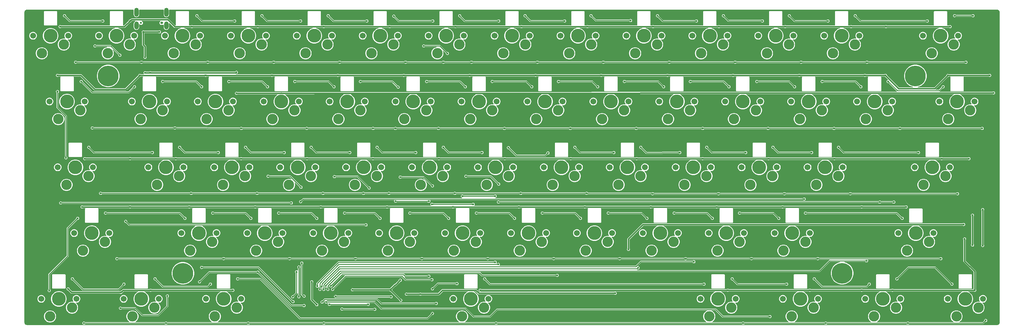
<source format=gtl>
G04*
G04 #@! TF.GenerationSoftware,Altium Limited,Altium Designer,23.1.1 (15)*
G04*
G04 Layer_Physical_Order=1*
G04 Layer_Color=255*
%FSLAX25Y25*%
%MOIN*%
G70*
G04*
G04 #@! TF.SameCoordinates,694C621B-3453-45E8-8F8C-9B81A648445A*
G04*
G04*
G04 #@! TF.FilePolarity,Positive*
G04*
G01*
G75*
%ADD11C,0.01000*%
G04:AMPARAMS|DCode=15|XSize=51.18mil|YSize=90.55mil|CornerRadius=25.59mil|HoleSize=0mil|Usage=FLASHONLY|Rotation=0.000|XOffset=0mil|YOffset=0mil|HoleType=Round|Shape=RoundedRectangle|*
%AMROUNDEDRECTD15*
21,1,0.05118,0.03937,0,0,0.0*
21,1,0.00000,0.09055,0,0,0.0*
1,1,0.05118,0.00000,-0.01968*
1,1,0.05118,0.00000,-0.01968*
1,1,0.05118,0.00000,0.01968*
1,1,0.05118,0.00000,0.01968*
%
%ADD15ROUNDEDRECTD15*%
G04:AMPARAMS|DCode=16|XSize=51.18mil|YSize=102.36mil|CornerRadius=25.59mil|HoleSize=0mil|Usage=FLASHONLY|Rotation=0.000|XOffset=0mil|YOffset=0mil|HoleType=Round|Shape=RoundedRectangle|*
%AMROUNDEDRECTD16*
21,1,0.05118,0.05118,0,0,0.0*
21,1,0.00000,0.10236,0,0,0.0*
1,1,0.05118,0.00000,-0.02559*
1,1,0.05118,0.00000,-0.02559*
1,1,0.05118,0.00000,0.02559*
1,1,0.05118,0.00000,0.02559*
%
%ADD16ROUNDEDRECTD16*%
%ADD17C,0.02362*%
G04:AMPARAMS|DCode=18|XSize=33.47mil|YSize=23.62mil|CornerRadius=11.81mil|HoleSize=0mil|Usage=FLASHONLY|Rotation=0.000|XOffset=0mil|YOffset=0mil|HoleType=Round|Shape=RoundedRectangle|*
%AMROUNDEDRECTD18*
21,1,0.03347,0.00000,0,0,0.0*
21,1,0.00984,0.02362,0,0,0.0*
1,1,0.02362,0.00492,0.00000*
1,1,0.02362,-0.00492,0.00000*
1,1,0.02362,-0.00492,0.00000*
1,1,0.02362,0.00492,0.00000*
%
%ADD18ROUNDEDRECTD18*%
%ADD21C,0.01500*%
%ADD22C,0.06700*%
%ADD23C,0.11811*%
%ADD24C,0.15700*%
%ADD25C,0.23622*%
%ADD26C,0.19685*%
G36*
X1108198Y360297D02*
X1108768Y360061D01*
X1109281Y359718D01*
X1109718Y359281D01*
X1110061Y358768D01*
X1110297Y358198D01*
X1110418Y357592D01*
Y357283D01*
Y3937D01*
Y3628D01*
X1110297Y3023D01*
X1110061Y2452D01*
X1109718Y1939D01*
X1109281Y1503D01*
X1108768Y1159D01*
X1108198Y923D01*
X1107592Y803D01*
X3628D01*
X3023Y923D01*
X2452Y1159D01*
X1939Y1503D01*
X1503Y1939D01*
X1159Y2452D01*
X923Y3023D01*
X803Y3628D01*
Y3937D01*
Y357283D01*
Y357592D01*
X923Y358198D01*
X1159Y358768D01*
X1503Y359281D01*
X1939Y359718D01*
X2452Y360061D01*
X3023Y360297D01*
X3628Y360418D01*
X124888D01*
X125218Y360042D01*
X125217Y360039D01*
Y354921D01*
X125322Y354123D01*
X125631Y353379D01*
X126121Y352740D01*
X126760Y352249D01*
X127504Y351941D01*
X128303Y351836D01*
X129101Y351941D01*
X129845Y352249D01*
X130484Y352740D01*
X130975Y353379D01*
X131283Y354123D01*
X131388Y354921D01*
Y360039D01*
X131388Y360042D01*
X131718Y360418D01*
X158904D01*
X159233Y360042D01*
X159233Y360039D01*
Y354921D01*
X159338Y354123D01*
X159646Y353379D01*
X160137Y352740D01*
X160776Y352249D01*
X161520Y351941D01*
X162319Y351836D01*
X163117Y351941D01*
X163861Y352249D01*
X164500Y352740D01*
X164991Y353379D01*
X165299Y354123D01*
X165404Y354921D01*
Y360039D01*
X165404Y360042D01*
X165733Y360418D01*
X1107592D01*
X1108198Y360297D01*
D02*
G37*
%LPC*%
G36*
X1080334Y355181D02*
X1079666D01*
X1079048Y354925D01*
X1078880Y354758D01*
X1078789Y354724D01*
X1078741Y354679D01*
X1078709Y354655D01*
X1078673Y354633D01*
X1078632Y354612D01*
X1078584Y354593D01*
X1078528Y354576D01*
X1078464Y354562D01*
X1078392Y354551D01*
X1078311Y354544D01*
X1078207Y354541D01*
X1078159Y354520D01*
X1060841D01*
X1060793Y354541D01*
X1060689Y354544D01*
X1060608Y354551D01*
X1060536Y354562D01*
X1060472Y354576D01*
X1060416Y354593D01*
X1060368Y354612D01*
X1060327Y354633D01*
X1060291Y354655D01*
X1060259Y354679D01*
X1060211Y354724D01*
X1060120Y354758D01*
X1059952Y354925D01*
X1059334Y355181D01*
X1058666D01*
X1058048Y354925D01*
X1057575Y354452D01*
X1057319Y353834D01*
Y353166D01*
X1057575Y352548D01*
X1058048Y352075D01*
X1058666Y351819D01*
X1059334D01*
X1059952Y352075D01*
X1060120Y352242D01*
X1060211Y352276D01*
X1060259Y352321D01*
X1060291Y352345D01*
X1060327Y352367D01*
X1060368Y352388D01*
X1060417Y352407D01*
X1060472Y352424D01*
X1060536Y352438D01*
X1060608Y352449D01*
X1060689Y352456D01*
X1060793Y352459D01*
X1060841Y352480D01*
X1078159D01*
X1078207Y352459D01*
X1078311Y352456D01*
X1078392Y352449D01*
X1078464Y352438D01*
X1078528Y352424D01*
X1078584Y352407D01*
X1078632Y352388D01*
X1078673Y352367D01*
X1078709Y352345D01*
X1078741Y352321D01*
X1078789Y352276D01*
X1078880Y352242D01*
X1079048Y352075D01*
X1079666Y351819D01*
X1080334D01*
X1080952Y352075D01*
X1081425Y352548D01*
X1081681Y353166D01*
Y353834D01*
X1081425Y354452D01*
X1080952Y354925D01*
X1080334Y355181D01*
D02*
G37*
G36*
X645834D02*
X645166D01*
X644548Y354925D01*
X644075Y354452D01*
X643819Y353834D01*
Y353166D01*
X644075Y352548D01*
X644548Y352075D01*
X645166Y351819D01*
X645402D01*
X645491Y351778D01*
X645556Y351776D01*
X645596Y351770D01*
X645637Y351761D01*
X645681Y351746D01*
X645729Y351726D01*
X645780Y351698D01*
X645835Y351663D01*
X645894Y351620D01*
X645956Y351568D01*
X646032Y351496D01*
X646081Y351477D01*
X650279Y347279D01*
X650610Y347058D01*
X651000Y346980D01*
X688659D01*
X688707Y346959D01*
X688811Y346956D01*
X688892Y346949D01*
X688964Y346938D01*
X689028Y346924D01*
X689084Y346907D01*
X689132Y346888D01*
X689173Y346867D01*
X689209Y346845D01*
X689241Y346821D01*
X689289Y346776D01*
X689380Y346742D01*
X689548Y346575D01*
X690166Y346319D01*
X690834D01*
X691452Y346575D01*
X691925Y347048D01*
X692181Y347666D01*
Y348334D01*
X691925Y348952D01*
X691452Y349425D01*
X690834Y349681D01*
X690166D01*
X689548Y349425D01*
X689380Y349258D01*
X689289Y349224D01*
X689241Y349179D01*
X689209Y349155D01*
X689173Y349133D01*
X689132Y349112D01*
X689083Y349093D01*
X689028Y349076D01*
X688964Y349062D01*
X688892Y349051D01*
X688811Y349044D01*
X688706Y349041D01*
X688659Y349020D01*
X651422D01*
X647523Y352919D01*
X647504Y352968D01*
X647433Y353044D01*
X647380Y353106D01*
X647337Y353165D01*
X647302Y353220D01*
X647274Y353271D01*
X647254Y353319D01*
X647239Y353363D01*
X647230Y353404D01*
X647224Y353444D01*
X647222Y353509D01*
X647181Y353597D01*
Y353834D01*
X646925Y354452D01*
X646452Y354925D01*
X645834Y355181D01*
D02*
G37*
G36*
X946334D02*
X945666D01*
X945048Y354925D01*
X944575Y354452D01*
X944319Y353834D01*
Y353166D01*
X944575Y352548D01*
X945048Y352075D01*
X945666Y351819D01*
X945903D01*
X945991Y351778D01*
X946056Y351776D01*
X946096Y351770D01*
X946137Y351761D01*
X946181Y351746D01*
X946229Y351726D01*
X946280Y351698D01*
X946335Y351663D01*
X946394Y351620D01*
X946456Y351568D01*
X946532Y351496D01*
X946581Y351477D01*
X948409Y349649D01*
X948409Y349649D01*
X951279Y346779D01*
X951610Y346558D01*
X952000Y346480D01*
X1026159D01*
X1026207Y346459D01*
X1026311Y346456D01*
X1026392Y346449D01*
X1026464Y346438D01*
X1026528Y346424D01*
X1026584Y346407D01*
X1026632Y346388D01*
X1026673Y346367D01*
X1026709Y346345D01*
X1026741Y346321D01*
X1026789Y346276D01*
X1026880Y346242D01*
X1027048Y346075D01*
X1027666Y345819D01*
X1028334D01*
X1028952Y346075D01*
X1029425Y346548D01*
X1029681Y347166D01*
Y347834D01*
X1029425Y348452D01*
X1028952Y348925D01*
X1028334Y349181D01*
X1027666D01*
X1027048Y348925D01*
X1026880Y348758D01*
X1026789Y348724D01*
X1026741Y348679D01*
X1026709Y348655D01*
X1026673Y348633D01*
X1026632Y348612D01*
X1026583Y348593D01*
X1026528Y348576D01*
X1026464Y348562D01*
X1026392Y348551D01*
X1026311Y348544D01*
X1026207Y348541D01*
X1026159Y348520D01*
X952422D01*
X949851Y351091D01*
X949851Y351091D01*
X948023Y352919D01*
X948004Y352968D01*
X947933Y353044D01*
X947880Y353106D01*
X947837Y353165D01*
X947802Y353220D01*
X947774Y353271D01*
X947754Y353319D01*
X947739Y353363D01*
X947730Y353404D01*
X947724Y353444D01*
X947722Y353509D01*
X947681Y353597D01*
Y353834D01*
X947425Y354452D01*
X946952Y354925D01*
X946334Y355181D01*
D02*
G37*
G36*
X871334D02*
X870666D01*
X870048Y354925D01*
X869575Y354452D01*
X869319Y353834D01*
Y353166D01*
X869575Y352548D01*
X870048Y352075D01*
X870666Y351819D01*
X870903D01*
X870991Y351778D01*
X871056Y351776D01*
X871096Y351770D01*
X871137Y351761D01*
X871181Y351746D01*
X871229Y351726D01*
X871280Y351698D01*
X871335Y351663D01*
X871394Y351620D01*
X871456Y351568D01*
X871532Y351496D01*
X871581Y351477D01*
X876279Y346779D01*
X876610Y346558D01*
X877000Y346480D01*
X913159D01*
X913207Y346459D01*
X913311Y346456D01*
X913392Y346449D01*
X913464Y346438D01*
X913528Y346424D01*
X913584Y346407D01*
X913632Y346388D01*
X913673Y346367D01*
X913709Y346345D01*
X913741Y346321D01*
X913789Y346276D01*
X913880Y346242D01*
X914048Y346075D01*
X914666Y345819D01*
X915334D01*
X915952Y346075D01*
X916425Y346548D01*
X916681Y347166D01*
Y347834D01*
X916425Y348452D01*
X915952Y348925D01*
X915334Y349181D01*
X914666D01*
X914048Y348925D01*
X913880Y348758D01*
X913789Y348724D01*
X913741Y348679D01*
X913709Y348655D01*
X913673Y348633D01*
X913632Y348612D01*
X913583Y348593D01*
X913528Y348576D01*
X913464Y348562D01*
X913392Y348551D01*
X913311Y348544D01*
X913207Y348541D01*
X913159Y348520D01*
X877422D01*
X873023Y352919D01*
X873004Y352968D01*
X872933Y353044D01*
X872880Y353106D01*
X872837Y353165D01*
X872802Y353220D01*
X872774Y353271D01*
X872754Y353319D01*
X872739Y353363D01*
X872730Y353404D01*
X872724Y353444D01*
X872722Y353509D01*
X872681Y353597D01*
Y353834D01*
X872425Y354452D01*
X871952Y354925D01*
X871334Y355181D01*
D02*
G37*
G36*
X796334D02*
X795666D01*
X795048Y354925D01*
X794575Y354452D01*
X794319Y353834D01*
Y353166D01*
X794575Y352548D01*
X795048Y352075D01*
X795666Y351819D01*
X795902D01*
X795991Y351778D01*
X796057Y351776D01*
X796096Y351770D01*
X796137Y351761D01*
X796181Y351746D01*
X796229Y351726D01*
X796280Y351698D01*
X796335Y351663D01*
X796394Y351620D01*
X796456Y351568D01*
X796532Y351496D01*
X796581Y351477D01*
X801040Y347018D01*
X801371Y346797D01*
X801761Y346720D01*
X838507D01*
X838518Y346712D01*
X838564Y346720D01*
X838575D01*
X838622Y346698D01*
X838725Y346695D01*
X838799Y346688D01*
X838861Y346677D01*
X838912Y346663D01*
X838951Y346648D01*
X838981Y346633D01*
X839003Y346619D01*
X839021Y346604D01*
X839036Y346588D01*
X839069Y346542D01*
X839097Y346525D01*
X839548Y346075D01*
X840166Y345819D01*
X840834D01*
X841452Y346075D01*
X841925Y346548D01*
X842181Y347166D01*
Y347834D01*
X841925Y348452D01*
X841452Y348925D01*
X840834Y349181D01*
X840166D01*
X839605Y348949D01*
X839558Y348941D01*
X839501Y348906D01*
X839457Y348884D01*
X839407Y348862D01*
X839351Y348843D01*
X839288Y348825D01*
X839219Y348810D01*
X839149Y348799D01*
X838962Y348782D01*
X838859Y348780D01*
X838810Y348759D01*
X802183D01*
X798023Y352919D01*
X798004Y352968D01*
X797933Y353044D01*
X797880Y353106D01*
X797837Y353165D01*
X797802Y353220D01*
X797774Y353271D01*
X797754Y353319D01*
X797739Y353363D01*
X797730Y353404D01*
X797724Y353444D01*
X797722Y353509D01*
X797681Y353597D01*
Y353834D01*
X797425Y354452D01*
X796952Y354925D01*
X796334Y355181D01*
D02*
G37*
G36*
X721334D02*
X720666D01*
X720048Y354925D01*
X719575Y354452D01*
X719319Y353834D01*
Y353166D01*
X719575Y352548D01*
X720048Y352075D01*
X720666Y351819D01*
X720902D01*
X720991Y351778D01*
X721057Y351776D01*
X721096Y351770D01*
X721137Y351761D01*
X721181Y351746D01*
X721229Y351726D01*
X721280Y351698D01*
X721335Y351663D01*
X721394Y351620D01*
X721456Y351568D01*
X721532Y351496D01*
X721581Y351477D01*
X726279Y346779D01*
X726610Y346558D01*
X727000Y346480D01*
X763659D01*
X763707Y346459D01*
X763811Y346456D01*
X763892Y346449D01*
X763964Y346438D01*
X764028Y346424D01*
X764084Y346407D01*
X764132Y346388D01*
X764173Y346367D01*
X764209Y346345D01*
X764241Y346321D01*
X764289Y346276D01*
X764380Y346242D01*
X764548Y346075D01*
X765166Y345819D01*
X765834D01*
X766452Y346075D01*
X766925Y346548D01*
X767181Y347166D01*
Y347834D01*
X766925Y348452D01*
X766452Y348925D01*
X765834Y349181D01*
X765166D01*
X764548Y348925D01*
X764380Y348758D01*
X764289Y348724D01*
X764241Y348679D01*
X764209Y348655D01*
X764173Y348633D01*
X764132Y348612D01*
X764083Y348593D01*
X764028Y348576D01*
X763964Y348562D01*
X763892Y348551D01*
X763811Y348544D01*
X763706Y348541D01*
X763659Y348520D01*
X727422D01*
X723023Y352919D01*
X723004Y352968D01*
X722933Y353044D01*
X722880Y353106D01*
X722837Y353165D01*
X722802Y353220D01*
X722774Y353271D01*
X722754Y353319D01*
X722739Y353363D01*
X722730Y353404D01*
X722724Y353444D01*
X722722Y353509D01*
X722681Y353597D01*
Y353834D01*
X722425Y354452D01*
X721952Y354925D01*
X721334Y355181D01*
D02*
G37*
G36*
X570834D02*
X570166D01*
X569548Y354925D01*
X569075Y354452D01*
X568819Y353834D01*
Y353166D01*
X569075Y352548D01*
X569548Y352075D01*
X570166Y351819D01*
X570402D01*
X570491Y351778D01*
X570556Y351776D01*
X570596Y351770D01*
X570637Y351761D01*
X570681Y351746D01*
X570729Y351726D01*
X570780Y351698D01*
X570835Y351663D01*
X570894Y351620D01*
X570956Y351568D01*
X571032Y351496D01*
X571081Y351477D01*
X575779Y346779D01*
X576110Y346558D01*
X576500Y346480D01*
X613659D01*
X613707Y346459D01*
X613811Y346456D01*
X613892Y346449D01*
X613964Y346438D01*
X614028Y346424D01*
X614084Y346407D01*
X614132Y346388D01*
X614173Y346367D01*
X614209Y346345D01*
X614241Y346321D01*
X614289Y346276D01*
X614380Y346242D01*
X614548Y346075D01*
X615166Y345819D01*
X615834D01*
X616452Y346075D01*
X616925Y346548D01*
X617181Y347166D01*
Y347834D01*
X616925Y348452D01*
X616452Y348925D01*
X615834Y349181D01*
X615166D01*
X614548Y348925D01*
X614380Y348758D01*
X614289Y348724D01*
X614241Y348679D01*
X614209Y348655D01*
X614173Y348633D01*
X614132Y348612D01*
X614083Y348593D01*
X614028Y348576D01*
X613964Y348562D01*
X613892Y348551D01*
X613811Y348544D01*
X613706Y348541D01*
X613659Y348520D01*
X576922D01*
X572523Y352919D01*
X572504Y352968D01*
X572433Y353044D01*
X572380Y353106D01*
X572337Y353165D01*
X572302Y353220D01*
X572274Y353271D01*
X572254Y353319D01*
X572239Y353363D01*
X572230Y353404D01*
X572224Y353444D01*
X572222Y353509D01*
X572181Y353597D01*
Y353834D01*
X571925Y354452D01*
X571452Y354925D01*
X570834Y355181D01*
D02*
G37*
G36*
X496334D02*
X495666D01*
X495048Y354925D01*
X494575Y354452D01*
X494319Y353834D01*
Y353166D01*
X494575Y352548D01*
X495048Y352075D01*
X495666Y351819D01*
X495674D01*
X495694Y351805D01*
X495759Y351792D01*
X495806Y351778D01*
X495856Y351759D01*
X495909Y351735D01*
X495965Y351705D01*
X496024Y351668D01*
X496080Y351628D01*
X496223Y351509D01*
X496296Y351439D01*
X496345Y351420D01*
X500986Y346779D01*
X501317Y346558D01*
X501707Y346480D01*
X538659D01*
X538707Y346459D01*
X538811Y346456D01*
X538892Y346449D01*
X538964Y346438D01*
X539028Y346424D01*
X539084Y346407D01*
X539132Y346388D01*
X539173Y346367D01*
X539209Y346345D01*
X539241Y346321D01*
X539289Y346276D01*
X539380Y346242D01*
X539548Y346075D01*
X540166Y345819D01*
X540834D01*
X541452Y346075D01*
X541925Y346548D01*
X542181Y347166D01*
Y347834D01*
X541925Y348452D01*
X541452Y348925D01*
X540834Y349181D01*
X540166D01*
X539548Y348925D01*
X539380Y348758D01*
X539289Y348724D01*
X539241Y348679D01*
X539209Y348655D01*
X539173Y348633D01*
X539132Y348612D01*
X539083Y348593D01*
X539028Y348576D01*
X538964Y348562D01*
X538892Y348551D01*
X538811Y348544D01*
X538706Y348541D01*
X538659Y348520D01*
X502129D01*
X497971Y352678D01*
X497967Y352698D01*
X497928Y352724D01*
X497912Y352768D01*
X497841Y352842D01*
X497793Y352901D01*
X497757Y352953D01*
X497729Y353000D01*
X497711Y353040D01*
X497699Y353075D01*
X497692Y353104D01*
X497690Y353130D01*
X497690Y353154D01*
X497697Y353212D01*
X497681Y353272D01*
Y353834D01*
X497425Y354452D01*
X496952Y354925D01*
X496334Y355181D01*
D02*
G37*
G36*
X421334Y354681D02*
X420666D01*
X420048Y354425D01*
X419575Y353952D01*
X419319Y353334D01*
Y352666D01*
X419575Y352048D01*
X420048Y351575D01*
X420666Y351319D01*
X420902D01*
X420991Y351278D01*
X421057Y351276D01*
X421096Y351270D01*
X421137Y351261D01*
X421181Y351246D01*
X421229Y351226D01*
X421280Y351198D01*
X421335Y351163D01*
X421394Y351120D01*
X421456Y351067D01*
X421532Y350996D01*
X421581Y350977D01*
X425779Y346779D01*
X426110Y346558D01*
X426500Y346480D01*
X463659D01*
X463707Y346459D01*
X463811Y346456D01*
X463892Y346449D01*
X463964Y346438D01*
X464028Y346424D01*
X464084Y346407D01*
X464132Y346388D01*
X464173Y346367D01*
X464209Y346345D01*
X464241Y346321D01*
X464289Y346276D01*
X464380Y346242D01*
X464548Y346075D01*
X465166Y345819D01*
X465834D01*
X466452Y346075D01*
X466925Y346548D01*
X467181Y347166D01*
Y347834D01*
X466925Y348452D01*
X466452Y348925D01*
X465834Y349181D01*
X465166D01*
X464548Y348925D01*
X464380Y348758D01*
X464289Y348724D01*
X464241Y348679D01*
X464209Y348655D01*
X464173Y348633D01*
X464132Y348612D01*
X464083Y348593D01*
X464028Y348576D01*
X463964Y348562D01*
X463892Y348551D01*
X463811Y348544D01*
X463706Y348541D01*
X463659Y348520D01*
X426922D01*
X423023Y352419D01*
X423004Y352468D01*
X422933Y352544D01*
X422880Y352606D01*
X422837Y352665D01*
X422802Y352720D01*
X422774Y352771D01*
X422754Y352819D01*
X422739Y352863D01*
X422730Y352904D01*
X422724Y352943D01*
X422722Y353009D01*
X422681Y353098D01*
Y353334D01*
X422425Y353952D01*
X421952Y354425D01*
X421334Y354681D01*
D02*
G37*
G36*
X346834Y355181D02*
X346166D01*
X345548Y354925D01*
X345075Y354452D01*
X344819Y353834D01*
Y353166D01*
X345075Y352548D01*
X345548Y352075D01*
X346166Y351819D01*
X346403D01*
X346491Y351778D01*
X346556Y351776D01*
X346596Y351770D01*
X346637Y351761D01*
X346681Y351746D01*
X346729Y351726D01*
X346780Y351698D01*
X346835Y351663D01*
X346894Y351620D01*
X346956Y351568D01*
X347032Y351496D01*
X347081Y351477D01*
X351779Y346779D01*
X352110Y346558D01*
X352500Y346480D01*
X388659D01*
X388707Y346459D01*
X388811Y346456D01*
X388892Y346449D01*
X388964Y346438D01*
X389028Y346424D01*
X389084Y346407D01*
X389132Y346388D01*
X389173Y346367D01*
X389209Y346345D01*
X389241Y346321D01*
X389289Y346276D01*
X389380Y346242D01*
X389548Y346075D01*
X390166Y345819D01*
X390834D01*
X391452Y346075D01*
X391925Y346548D01*
X392181Y347166D01*
Y347834D01*
X391925Y348452D01*
X391452Y348925D01*
X390834Y349181D01*
X390166D01*
X389548Y348925D01*
X389380Y348758D01*
X389289Y348724D01*
X389241Y348679D01*
X389209Y348655D01*
X389173Y348633D01*
X389132Y348612D01*
X389084Y348593D01*
X389028Y348576D01*
X388964Y348562D01*
X388892Y348551D01*
X388811Y348544D01*
X388707Y348541D01*
X388659Y348520D01*
X352922D01*
X348523Y352919D01*
X348504Y352968D01*
X348433Y353044D01*
X348380Y353106D01*
X348337Y353165D01*
X348302Y353220D01*
X348274Y353271D01*
X348254Y353319D01*
X348239Y353363D01*
X348230Y353404D01*
X348224Y353444D01*
X348222Y353509D01*
X348181Y353597D01*
Y353834D01*
X347925Y354452D01*
X347452Y354925D01*
X346834Y355181D01*
D02*
G37*
G36*
X271334D02*
X270666D01*
X270048Y354925D01*
X269575Y354452D01*
X269319Y353834D01*
Y353166D01*
X269575Y352548D01*
X270048Y352075D01*
X270666Y351819D01*
X270902D01*
X270991Y351778D01*
X271056Y351776D01*
X271096Y351770D01*
X271137Y351761D01*
X271181Y351746D01*
X271229Y351726D01*
X271280Y351698D01*
X271335Y351663D01*
X271394Y351620D01*
X271456Y351568D01*
X271532Y351496D01*
X271581Y351477D01*
X276279Y346779D01*
X276610Y346558D01*
X277000Y346480D01*
X313159D01*
X313207Y346459D01*
X313311Y346456D01*
X313392Y346449D01*
X313464Y346438D01*
X313528Y346424D01*
X313584Y346407D01*
X313632Y346388D01*
X313673Y346367D01*
X313709Y346345D01*
X313741Y346321D01*
X313789Y346276D01*
X313880Y346242D01*
X314048Y346075D01*
X314666Y345819D01*
X315334D01*
X315952Y346075D01*
X316425Y346548D01*
X316681Y347166D01*
Y347834D01*
X316425Y348452D01*
X315952Y348925D01*
X315334Y349181D01*
X314666D01*
X314048Y348925D01*
X313880Y348758D01*
X313789Y348724D01*
X313741Y348679D01*
X313709Y348655D01*
X313673Y348633D01*
X313632Y348612D01*
X313583Y348593D01*
X313528Y348576D01*
X313464Y348562D01*
X313392Y348551D01*
X313311Y348544D01*
X313207Y348541D01*
X313159Y348520D01*
X277422D01*
X273023Y352919D01*
X273004Y352968D01*
X272933Y353044D01*
X272880Y353106D01*
X272837Y353165D01*
X272802Y353220D01*
X272774Y353271D01*
X272754Y353319D01*
X272739Y353363D01*
X272730Y353404D01*
X272724Y353444D01*
X272722Y353509D01*
X272681Y353597D01*
Y353834D01*
X272425Y354452D01*
X271952Y354925D01*
X271334Y355181D01*
D02*
G37*
G36*
X197334D02*
X196666D01*
X196048Y354925D01*
X195575Y354452D01*
X195319Y353834D01*
Y353166D01*
X195575Y352548D01*
X196048Y352075D01*
X196666Y351819D01*
X196903D01*
X196991Y351778D01*
X197056Y351776D01*
X197096Y351770D01*
X197137Y351761D01*
X197181Y351746D01*
X197229Y351726D01*
X197280Y351698D01*
X197335Y351663D01*
X197394Y351620D01*
X197456Y351568D01*
X197532Y351496D01*
X197581Y351477D01*
X202279Y346779D01*
X202610Y346558D01*
X203000Y346480D01*
X238159D01*
X238207Y346459D01*
X238311Y346456D01*
X238392Y346449D01*
X238464Y346438D01*
X238528Y346424D01*
X238584Y346407D01*
X238632Y346388D01*
X238673Y346367D01*
X238709Y346345D01*
X238741Y346321D01*
X238789Y346276D01*
X238880Y346242D01*
X239048Y346075D01*
X239666Y345819D01*
X240334D01*
X240952Y346075D01*
X241425Y346548D01*
X241681Y347166D01*
Y347834D01*
X241425Y348452D01*
X240952Y348925D01*
X240334Y349181D01*
X239666D01*
X239048Y348925D01*
X238880Y348758D01*
X238789Y348724D01*
X238741Y348679D01*
X238709Y348655D01*
X238673Y348633D01*
X238632Y348612D01*
X238583Y348593D01*
X238528Y348576D01*
X238464Y348562D01*
X238392Y348551D01*
X238311Y348544D01*
X238207Y348541D01*
X238159Y348520D01*
X203422D01*
X199023Y352919D01*
X199004Y352968D01*
X198933Y353044D01*
X198880Y353106D01*
X198837Y353165D01*
X198802Y353220D01*
X198774Y353271D01*
X198754Y353319D01*
X198739Y353363D01*
X198730Y353404D01*
X198724Y353444D01*
X198722Y353509D01*
X198681Y353597D01*
Y353834D01*
X198425Y354452D01*
X197952Y354925D01*
X197334Y355181D01*
D02*
G37*
G36*
X46834D02*
X46166D01*
X45548Y354925D01*
X45075Y354452D01*
X44819Y353834D01*
Y353166D01*
X45075Y352548D01*
X45548Y352075D01*
X46166Y351819D01*
X46402D01*
X46491Y351778D01*
X46556Y351776D01*
X46596Y351770D01*
X46637Y351761D01*
X46681Y351746D01*
X46729Y351726D01*
X46780Y351698D01*
X46835Y351663D01*
X46894Y351620D01*
X46956Y351568D01*
X47032Y351496D01*
X47081Y351477D01*
X51779Y346779D01*
X52110Y346558D01*
X52500Y346480D01*
X88159D01*
X88207Y346459D01*
X88311Y346456D01*
X88392Y346449D01*
X88464Y346438D01*
X88528Y346424D01*
X88584Y346407D01*
X88632Y346388D01*
X88673Y346367D01*
X88709Y346345D01*
X88741Y346321D01*
X88789Y346276D01*
X88880Y346242D01*
X89048Y346075D01*
X89666Y345819D01*
X90334D01*
X90952Y346075D01*
X91425Y346548D01*
X91681Y347166D01*
Y347834D01*
X91425Y348452D01*
X90952Y348925D01*
X90334Y349181D01*
X89666D01*
X89048Y348925D01*
X88880Y348758D01*
X88789Y348724D01*
X88741Y348679D01*
X88709Y348655D01*
X88673Y348633D01*
X88632Y348612D01*
X88583Y348593D01*
X88528Y348576D01*
X88464Y348562D01*
X88392Y348551D01*
X88311Y348544D01*
X88207Y348541D01*
X88159Y348520D01*
X52922D01*
X48523Y352919D01*
X48504Y352968D01*
X48433Y353044D01*
X48380Y353106D01*
X48337Y353165D01*
X48302Y353220D01*
X48274Y353271D01*
X48254Y353319D01*
X48239Y353363D01*
X48230Y353404D01*
X48224Y353444D01*
X48222Y353509D01*
X48181Y353597D01*
Y353834D01*
X47925Y354452D01*
X47452Y354925D01*
X46834Y355181D01*
D02*
G37*
G36*
X37410Y358813D02*
X23810D01*
X23503Y358752D01*
X23243Y358578D01*
X23068Y358317D01*
X23007Y358010D01*
Y343210D01*
X23068Y342903D01*
X23243Y342642D01*
X23503Y342469D01*
X23810Y342407D01*
X37410D01*
X37718Y342469D01*
X37978Y342642D01*
X38152Y342903D01*
X38213Y343210D01*
Y358010D01*
X38152Y358317D01*
X37978Y358578D01*
X37718Y358752D01*
X37410Y358813D01*
D02*
G37*
G36*
X1049910D02*
X1036310D01*
X1036003Y358752D01*
X1035742Y358578D01*
X1035569Y358317D01*
X1035507Y358010D01*
Y343210D01*
X1035569Y342903D01*
X1035654Y342775D01*
X1035486Y342338D01*
X1035433Y342274D01*
X982666D01*
X982628Y342291D01*
X982381Y342294D01*
X982198Y342302D01*
X982076Y342314D01*
X982060Y342317D01*
X981952Y342425D01*
X981334Y342681D01*
X980666D01*
X980048Y342425D01*
X979945Y342323D01*
X979493Y342292D01*
X979376Y342291D01*
X979336Y342274D01*
X943167D01*
X943128Y342291D01*
X942881Y342294D01*
X942698Y342302D01*
X942576Y342314D01*
X942560Y342317D01*
X942452Y342425D01*
X941834Y342681D01*
X941166D01*
X940548Y342425D01*
X940445Y342323D01*
X939993Y342292D01*
X939876Y342291D01*
X939836Y342274D01*
X938288D01*
X938234Y342338D01*
X938066Y342775D01*
X938152Y342903D01*
X938213Y343210D01*
Y358010D01*
X938152Y358317D01*
X937978Y358578D01*
X937718Y358752D01*
X937410Y358813D01*
X923810D01*
X923503Y358752D01*
X923242Y358578D01*
X923069Y358317D01*
X923007Y358010D01*
Y343210D01*
X923069Y342903D01*
X923154Y342775D01*
X922986Y342338D01*
X922933Y342274D01*
X868167D01*
X868128Y342291D01*
X867881Y342294D01*
X867698Y342302D01*
X867576Y342314D01*
X867560Y342317D01*
X867452Y342425D01*
X866834Y342681D01*
X866166D01*
X865548Y342425D01*
X865445Y342323D01*
X864993Y342292D01*
X864876Y342291D01*
X864836Y342274D01*
X863288D01*
X863234Y342338D01*
X863066Y342775D01*
X863152Y342903D01*
X863213Y343210D01*
Y358010D01*
X863152Y358317D01*
X862978Y358578D01*
X862718Y358752D01*
X862410Y358813D01*
X848810D01*
X848503Y358752D01*
X848242Y358578D01*
X848069Y358317D01*
X848007Y358010D01*
Y343210D01*
X848069Y342903D01*
X848154Y342775D01*
X847986Y342338D01*
X847933Y342274D01*
X792666D01*
X792628Y342291D01*
X792381Y342294D01*
X792198Y342302D01*
X792076Y342314D01*
X792060Y342317D01*
X791952Y342425D01*
X791334Y342681D01*
X790666D01*
X790048Y342425D01*
X789945Y342323D01*
X789493Y342292D01*
X789376Y342291D01*
X789336Y342274D01*
X788288D01*
X788234Y342338D01*
X788066Y342775D01*
X788152Y342903D01*
X788213Y343210D01*
Y358010D01*
X788152Y358317D01*
X787978Y358578D01*
X787717Y358752D01*
X787410Y358813D01*
X773810D01*
X773503Y358752D01*
X773243Y358578D01*
X773069Y358317D01*
X773007Y358010D01*
Y343210D01*
X773069Y342903D01*
X773154Y342775D01*
X772986Y342338D01*
X772933Y342274D01*
X717666D01*
X717628Y342291D01*
X717381Y342294D01*
X717198Y342302D01*
X717076Y342314D01*
X717060Y342317D01*
X716952Y342425D01*
X716334Y342681D01*
X715666D01*
X715048Y342425D01*
X714945Y342323D01*
X714493Y342292D01*
X714376Y342291D01*
X714336Y342274D01*
X713288D01*
X713234Y342338D01*
X713066Y342775D01*
X713152Y342903D01*
X713213Y343210D01*
Y358010D01*
X713152Y358317D01*
X712978Y358578D01*
X712717Y358752D01*
X712410Y358813D01*
X698810D01*
X698503Y358752D01*
X698243Y358578D01*
X698069Y358317D01*
X698007Y358010D01*
Y343210D01*
X698069Y342903D01*
X698154Y342775D01*
X697986Y342338D01*
X697933Y342274D01*
X643166D01*
X643128Y342291D01*
X642881Y342294D01*
X642698Y342302D01*
X642576Y342314D01*
X642560Y342317D01*
X642452Y342425D01*
X641834Y342681D01*
X641166D01*
X640548Y342425D01*
X640445Y342323D01*
X639993Y342292D01*
X639876Y342291D01*
X639836Y342274D01*
X638288D01*
X638234Y342338D01*
X638066Y342775D01*
X638152Y342903D01*
X638213Y343210D01*
Y358010D01*
X638152Y358317D01*
X637978Y358578D01*
X637717Y358752D01*
X637410Y358813D01*
X623810D01*
X623503Y358752D01*
X623243Y358578D01*
X623069Y358317D01*
X623007Y358010D01*
Y343210D01*
X623069Y342903D01*
X623154Y342775D01*
X622986Y342338D01*
X622933Y342274D01*
X568166D01*
X568128Y342291D01*
X567881Y342294D01*
X567698Y342302D01*
X567576Y342314D01*
X567560Y342317D01*
X567452Y342425D01*
X566834Y342681D01*
X566166D01*
X565548Y342425D01*
X565445Y342323D01*
X564993Y342292D01*
X564876Y342291D01*
X564836Y342274D01*
X563288D01*
X563234Y342338D01*
X563066Y342775D01*
X563152Y342903D01*
X563213Y343210D01*
Y358010D01*
X563152Y358317D01*
X562978Y358578D01*
X562717Y358752D01*
X562410Y358813D01*
X548810D01*
X548503Y358752D01*
X548243Y358578D01*
X548069Y358317D01*
X548007Y358010D01*
Y343210D01*
X548069Y342903D01*
X548154Y342775D01*
X547986Y342338D01*
X547933Y342274D01*
X493166D01*
X493128Y342291D01*
X492881Y342294D01*
X492698Y342302D01*
X492576Y342314D01*
X492560Y342317D01*
X492452Y342425D01*
X491834Y342681D01*
X491166D01*
X490548Y342425D01*
X490445Y342323D01*
X489993Y342292D01*
X489876Y342291D01*
X489836Y342274D01*
X488288D01*
X488234Y342338D01*
X488066Y342775D01*
X488152Y342903D01*
X488213Y343210D01*
Y358010D01*
X488152Y358317D01*
X487978Y358578D01*
X487717Y358752D01*
X487410Y358813D01*
X473810D01*
X473503Y358752D01*
X473243Y358578D01*
X473069Y358317D01*
X473007Y358010D01*
Y343210D01*
X473069Y342903D01*
X473154Y342775D01*
X472986Y342338D01*
X472933Y342274D01*
X418166D01*
X418128Y342291D01*
X417881Y342294D01*
X417698Y342302D01*
X417576Y342314D01*
X417560Y342317D01*
X417452Y342425D01*
X416834Y342681D01*
X416166D01*
X415548Y342425D01*
X415445Y342323D01*
X414993Y342292D01*
X414876Y342291D01*
X414836Y342274D01*
X413288D01*
X413234Y342338D01*
X413066Y342775D01*
X413152Y342903D01*
X413213Y343210D01*
Y358010D01*
X413152Y358317D01*
X412978Y358578D01*
X412717Y358752D01*
X412410Y358813D01*
X398810D01*
X398503Y358752D01*
X398242Y358578D01*
X398068Y358317D01*
X398007Y358010D01*
Y343210D01*
X398068Y342903D01*
X398154Y342775D01*
X397986Y342338D01*
X397933Y342274D01*
X343166D01*
X343128Y342291D01*
X342881Y342294D01*
X342698Y342302D01*
X342576Y342314D01*
X342560Y342317D01*
X342452Y342425D01*
X341834Y342681D01*
X341166D01*
X340548Y342425D01*
X340445Y342323D01*
X339993Y342292D01*
X339876Y342291D01*
X339836Y342274D01*
X338288D01*
X338234Y342338D01*
X338066Y342775D01*
X338152Y342903D01*
X338213Y343210D01*
Y358010D01*
X338152Y358317D01*
X337978Y358578D01*
X337718Y358752D01*
X337410Y358813D01*
X323810D01*
X323503Y358752D01*
X323242Y358578D01*
X323068Y358317D01*
X323007Y358010D01*
Y343210D01*
X323068Y342903D01*
X323154Y342775D01*
X322986Y342338D01*
X322933Y342274D01*
X268166D01*
X268128Y342291D01*
X267881Y342294D01*
X267698Y342302D01*
X267576Y342314D01*
X267560Y342317D01*
X267452Y342425D01*
X266834Y342681D01*
X266166D01*
X265548Y342425D01*
X265445Y342323D01*
X264993Y342292D01*
X264876Y342291D01*
X264836Y342274D01*
X263288D01*
X263234Y342338D01*
X263066Y342775D01*
X263152Y342903D01*
X263213Y343210D01*
Y358010D01*
X263152Y358317D01*
X262978Y358578D01*
X262718Y358752D01*
X262410Y358813D01*
X248810D01*
X248503Y358752D01*
X248242Y358578D01*
X248068Y358317D01*
X248007Y358010D01*
Y343210D01*
X248068Y342903D01*
X248154Y342775D01*
X247986Y342338D01*
X247933Y342274D01*
X193166D01*
X193128Y342291D01*
X192881Y342294D01*
X192698Y342302D01*
X192576Y342314D01*
X192560Y342317D01*
X192452Y342425D01*
X191834Y342681D01*
X191166D01*
X190548Y342425D01*
X190445Y342323D01*
X189993Y342292D01*
X189876Y342291D01*
X189836Y342274D01*
X188288D01*
X188234Y342338D01*
X188066Y342775D01*
X188152Y342903D01*
X188213Y343210D01*
Y358010D01*
X188152Y358317D01*
X187978Y358578D01*
X187717Y358752D01*
X187410Y358813D01*
X173810D01*
X173503Y358752D01*
X173243Y358578D01*
X173068Y358317D01*
X173007Y358010D01*
Y343210D01*
X173068Y342903D01*
X173139Y342798D01*
X172957Y342351D01*
X172879Y342337D01*
X172468Y342335D01*
X164901Y349901D01*
X164488Y350178D01*
X164000Y350274D01*
X122733D01*
X122246Y350178D01*
X121832Y349901D01*
X121520Y349589D01*
X121507Y349587D01*
X121487Y349556D01*
X121473Y349542D01*
X121434Y349526D01*
X121345Y349439D01*
X121194Y349299D01*
X121080Y349207D01*
X121052Y349187D01*
X121042Y349181D01*
X120666D01*
X120048Y348925D01*
X119575Y348452D01*
X119319Y347834D01*
Y347689D01*
X119021Y347348D01*
X118939Y347265D01*
X118922Y347225D01*
X113972Y342274D01*
X113288D01*
X113234Y342338D01*
X113066Y342775D01*
X113152Y342903D01*
X113213Y343210D01*
Y358010D01*
X113152Y358317D01*
X112978Y358578D01*
X112717Y358752D01*
X112410Y358813D01*
X98810D01*
X98503Y358752D01*
X98243Y358578D01*
X98068Y358317D01*
X98007Y358010D01*
Y343210D01*
X98068Y342903D01*
X98154Y342775D01*
X97986Y342338D01*
X97933Y342274D01*
X43167D01*
X43128Y342291D01*
X42881Y342294D01*
X42698Y342302D01*
X42576Y342314D01*
X42560Y342317D01*
X42452Y342425D01*
X41834Y342681D01*
X41166D01*
X40548Y342425D01*
X40075Y341952D01*
X39819Y341334D01*
Y340666D01*
X40075Y340048D01*
X40548Y339575D01*
X41166Y339319D01*
X41834D01*
X42452Y339575D01*
X42555Y339677D01*
X43007Y339708D01*
X43124Y339709D01*
X43164Y339725D01*
X103590D01*
X103639Y339226D01*
X103033Y339105D01*
X101426Y338439D01*
X99979Y337472D01*
X98748Y336242D01*
X97781Y334795D01*
X97115Y333187D01*
X96776Y331480D01*
Y329740D01*
X97115Y328033D01*
X97781Y326426D01*
X98748Y324979D01*
X99979Y323748D01*
X101426Y322781D01*
X103033Y322115D01*
X104740Y321776D01*
X106480D01*
X108187Y322115D01*
X109795Y322781D01*
X111242Y323748D01*
X112472Y324979D01*
X113439Y326426D01*
X114105Y328033D01*
X114444Y329740D01*
Y331480D01*
X114105Y333187D01*
X113439Y334795D01*
X112472Y336242D01*
X111242Y337472D01*
X109795Y338439D01*
X108187Y339105D01*
X107581Y339226D01*
X107630Y339725D01*
X114500D01*
X114988Y339823D01*
X115401Y340099D01*
X120723Y345420D01*
X120762Y345436D01*
X120939Y345609D01*
X121074Y345732D01*
X121169Y345810D01*
X121181Y345819D01*
X121334D01*
X121952Y346075D01*
X122425Y346548D01*
X122632Y347046D01*
X123070Y347511D01*
X123084Y347549D01*
X123261Y347726D01*
X127056D01*
X127155Y347225D01*
X126760Y347062D01*
X126121Y346571D01*
X125631Y345933D01*
X125322Y345188D01*
X125217Y344390D01*
Y340453D01*
X125322Y339654D01*
X125631Y338910D01*
X126121Y338271D01*
X126760Y337781D01*
X127504Y337472D01*
X128303Y337367D01*
X129101Y337472D01*
X129845Y337781D01*
X130484Y338271D01*
X130975Y338910D01*
X131283Y339654D01*
X131388Y340453D01*
Y343618D01*
X131888Y343825D01*
X132273Y343440D01*
X133069Y343110D01*
X133930D01*
X134726Y343440D01*
X135335Y344049D01*
X135665Y344845D01*
Y345706D01*
X135335Y346502D01*
X134726Y347111D01*
X134450Y347225D01*
X134550Y347726D01*
X155499D01*
X155650Y347225D01*
X155068Y346837D01*
X154590Y346121D01*
X154422Y345276D01*
X154590Y344431D01*
X155068Y343714D01*
X155785Y343236D01*
X156630Y343068D01*
X157614D01*
X158459Y343236D01*
X158733Y343419D01*
X159233Y343152D01*
Y340453D01*
X159338Y339654D01*
X159646Y338910D01*
X160137Y338271D01*
X160776Y337781D01*
X161520Y337472D01*
X162319Y337367D01*
X163117Y337472D01*
X163861Y337781D01*
X164500Y338271D01*
X164991Y338910D01*
X165299Y339654D01*
X165404Y340453D01*
Y344390D01*
X165299Y345188D01*
X165296Y345194D01*
X165720Y345477D01*
X171099Y340099D01*
X171512Y339823D01*
X172000Y339725D01*
X178590D01*
X178639Y339226D01*
X178033Y339105D01*
X176426Y338439D01*
X174979Y337472D01*
X173748Y336242D01*
X172781Y334795D01*
X172116Y333187D01*
X171776Y331480D01*
Y329740D01*
X172116Y328033D01*
X172781Y326426D01*
X173748Y324979D01*
X174979Y323748D01*
X176426Y322781D01*
X178033Y322115D01*
X179740Y321776D01*
X181480D01*
X183187Y322115D01*
X184795Y322781D01*
X186242Y323748D01*
X187472Y324979D01*
X188439Y326426D01*
X189105Y328033D01*
X189444Y329740D01*
Y331480D01*
X189105Y333187D01*
X188439Y334795D01*
X187472Y336242D01*
X186242Y337472D01*
X184795Y338439D01*
X183187Y339105D01*
X182581Y339226D01*
X182631Y339725D01*
X189833D01*
X189872Y339709D01*
X190119Y339706D01*
X190302Y339698D01*
X190424Y339686D01*
X190440Y339683D01*
X190548Y339575D01*
X191166Y339319D01*
X191834D01*
X192452Y339575D01*
X192555Y339677D01*
X193007Y339708D01*
X193124Y339709D01*
X193164Y339725D01*
X253590D01*
X253639Y339226D01*
X253033Y339105D01*
X251426Y338439D01*
X249979Y337472D01*
X248748Y336242D01*
X247781Y334795D01*
X247115Y333187D01*
X246776Y331480D01*
Y329740D01*
X247115Y328033D01*
X247781Y326426D01*
X248748Y324979D01*
X249979Y323748D01*
X251426Y322781D01*
X253033Y322115D01*
X254740Y321776D01*
X256480D01*
X258187Y322115D01*
X259795Y322781D01*
X261242Y323748D01*
X262472Y324979D01*
X263439Y326426D01*
X264105Y328033D01*
X264444Y329740D01*
Y331480D01*
X264105Y333187D01*
X263439Y334795D01*
X262472Y336242D01*
X261242Y337472D01*
X259795Y338439D01*
X258187Y339105D01*
X257581Y339226D01*
X257630Y339725D01*
X264833D01*
X264872Y339709D01*
X265119Y339706D01*
X265302Y339698D01*
X265424Y339686D01*
X265440Y339683D01*
X265548Y339575D01*
X266166Y339319D01*
X266834D01*
X267452Y339575D01*
X267555Y339677D01*
X268007Y339708D01*
X268124Y339709D01*
X268164Y339725D01*
X328590D01*
X328639Y339226D01*
X328033Y339105D01*
X326426Y338439D01*
X324979Y337472D01*
X323748Y336242D01*
X322781Y334795D01*
X322115Y333187D01*
X321776Y331480D01*
Y329740D01*
X322115Y328033D01*
X322781Y326426D01*
X323748Y324979D01*
X324979Y323748D01*
X326426Y322781D01*
X328033Y322115D01*
X329740Y321776D01*
X331480D01*
X333187Y322115D01*
X334795Y322781D01*
X336242Y323748D01*
X337472Y324979D01*
X338439Y326426D01*
X339105Y328033D01*
X339444Y329740D01*
Y331480D01*
X339105Y333187D01*
X338439Y334795D01*
X337472Y336242D01*
X336242Y337472D01*
X334795Y338439D01*
X333187Y339105D01*
X332581Y339226D01*
X332630Y339725D01*
X339833D01*
X339872Y339709D01*
X340119Y339706D01*
X340302Y339698D01*
X340424Y339686D01*
X340440Y339683D01*
X340548Y339575D01*
X341166Y339319D01*
X341834D01*
X342452Y339575D01*
X342555Y339677D01*
X343007Y339708D01*
X343124Y339709D01*
X343164Y339725D01*
X403590D01*
X403639Y339226D01*
X403033Y339105D01*
X401426Y338439D01*
X399979Y337472D01*
X398748Y336242D01*
X397781Y334795D01*
X397115Y333187D01*
X396776Y331480D01*
Y329740D01*
X397115Y328033D01*
X397781Y326426D01*
X398748Y324979D01*
X399979Y323748D01*
X401426Y322781D01*
X403033Y322115D01*
X404740Y321776D01*
X406480D01*
X408187Y322115D01*
X409795Y322781D01*
X411242Y323748D01*
X412472Y324979D01*
X413439Y326426D01*
X414105Y328033D01*
X414444Y329740D01*
Y331480D01*
X414105Y333187D01*
X413439Y334795D01*
X412472Y336242D01*
X411242Y337472D01*
X409795Y338439D01*
X408187Y339105D01*
X407581Y339226D01*
X407630Y339725D01*
X414833D01*
X414872Y339709D01*
X415119Y339706D01*
X415302Y339698D01*
X415424Y339686D01*
X415440Y339683D01*
X415548Y339575D01*
X416166Y339319D01*
X416834D01*
X417452Y339575D01*
X417555Y339677D01*
X418007Y339708D01*
X418124Y339709D01*
X418164Y339725D01*
X478590D01*
X478639Y339226D01*
X478033Y339105D01*
X476426Y338439D01*
X474979Y337472D01*
X473748Y336242D01*
X472781Y334795D01*
X472116Y333187D01*
X471776Y331480D01*
Y329740D01*
X472116Y328033D01*
X472781Y326426D01*
X473748Y324979D01*
X474979Y323748D01*
X476426Y322781D01*
X478033Y322115D01*
X479740Y321776D01*
X481480D01*
X483187Y322115D01*
X484795Y322781D01*
X486242Y323748D01*
X487472Y324979D01*
X488439Y326426D01*
X489105Y328033D01*
X489444Y329740D01*
Y331480D01*
X489105Y333187D01*
X488439Y334795D01*
X487472Y336242D01*
X486242Y337472D01*
X484795Y338439D01*
X483187Y339105D01*
X482581Y339226D01*
X482630Y339725D01*
X489833D01*
X489872Y339709D01*
X490119Y339706D01*
X490302Y339698D01*
X490424Y339686D01*
X490440Y339683D01*
X490548Y339575D01*
X491166Y339319D01*
X491834D01*
X492452Y339575D01*
X492555Y339677D01*
X493007Y339708D01*
X493124Y339709D01*
X493164Y339725D01*
X553590D01*
X553639Y339226D01*
X553033Y339105D01*
X551426Y338439D01*
X549979Y337472D01*
X548748Y336242D01*
X547781Y334795D01*
X547116Y333187D01*
X546776Y331480D01*
Y329740D01*
X547116Y328033D01*
X547781Y326426D01*
X548748Y324979D01*
X549979Y323748D01*
X551426Y322781D01*
X553033Y322115D01*
X554740Y321776D01*
X556480D01*
X558187Y322115D01*
X559795Y322781D01*
X561242Y323748D01*
X562472Y324979D01*
X563439Y326426D01*
X564105Y328033D01*
X564444Y329740D01*
Y331480D01*
X564105Y333187D01*
X563439Y334795D01*
X562472Y336242D01*
X561242Y337472D01*
X559795Y338439D01*
X558187Y339105D01*
X557581Y339226D01*
X557630Y339725D01*
X564833D01*
X564872Y339709D01*
X565119Y339706D01*
X565302Y339698D01*
X565424Y339686D01*
X565440Y339683D01*
X565548Y339575D01*
X566166Y339319D01*
X566834D01*
X567452Y339575D01*
X567555Y339677D01*
X568007Y339708D01*
X568124Y339709D01*
X568164Y339725D01*
X628590D01*
X628639Y339226D01*
X628033Y339105D01*
X626426Y338439D01*
X624979Y337472D01*
X623748Y336242D01*
X622781Y334795D01*
X622116Y333187D01*
X621776Y331480D01*
Y329740D01*
X622116Y328033D01*
X622781Y326426D01*
X623748Y324979D01*
X624979Y323748D01*
X626426Y322781D01*
X628033Y322115D01*
X629740Y321776D01*
X631480D01*
X633187Y322115D01*
X634795Y322781D01*
X636242Y323748D01*
X637472Y324979D01*
X638439Y326426D01*
X639105Y328033D01*
X639444Y329740D01*
Y331480D01*
X639105Y333187D01*
X638439Y334795D01*
X637472Y336242D01*
X636242Y337472D01*
X634795Y338439D01*
X633187Y339105D01*
X632581Y339226D01*
X632630Y339725D01*
X639833D01*
X639872Y339709D01*
X640119Y339706D01*
X640302Y339698D01*
X640424Y339686D01*
X640440Y339683D01*
X640548Y339575D01*
X641166Y339319D01*
X641834D01*
X642452Y339575D01*
X642555Y339677D01*
X643007Y339708D01*
X643124Y339709D01*
X643164Y339725D01*
X703590D01*
X703639Y339226D01*
X703033Y339105D01*
X701426Y338439D01*
X699979Y337472D01*
X698748Y336242D01*
X697781Y334795D01*
X697116Y333187D01*
X696776Y331480D01*
Y329740D01*
X697116Y328033D01*
X697781Y326426D01*
X698748Y324979D01*
X699979Y323748D01*
X701426Y322781D01*
X703033Y322115D01*
X704740Y321776D01*
X706480D01*
X708187Y322115D01*
X709795Y322781D01*
X711242Y323748D01*
X712472Y324979D01*
X713439Y326426D01*
X714105Y328033D01*
X714444Y329740D01*
Y331480D01*
X714105Y333187D01*
X713439Y334795D01*
X712472Y336242D01*
X711242Y337472D01*
X709795Y338439D01*
X708187Y339105D01*
X707581Y339226D01*
X707630Y339725D01*
X714333D01*
X714372Y339709D01*
X714619Y339706D01*
X714802Y339698D01*
X714924Y339686D01*
X714940Y339683D01*
X715048Y339575D01*
X715666Y339319D01*
X716334D01*
X716952Y339575D01*
X717055Y339677D01*
X717507Y339708D01*
X717624Y339709D01*
X717664Y339725D01*
X778590D01*
X778639Y339226D01*
X778033Y339105D01*
X776426Y338439D01*
X774979Y337472D01*
X773748Y336242D01*
X772781Y334795D01*
X772116Y333187D01*
X771776Y331480D01*
Y329740D01*
X772116Y328033D01*
X772781Y326426D01*
X773748Y324979D01*
X774979Y323748D01*
X776426Y322781D01*
X778033Y322115D01*
X779740Y321776D01*
X781480D01*
X783187Y322115D01*
X784795Y322781D01*
X786242Y323748D01*
X787472Y324979D01*
X788439Y326426D01*
X789105Y328033D01*
X789444Y329740D01*
Y331480D01*
X789105Y333187D01*
X788439Y334795D01*
X787472Y336242D01*
X786242Y337472D01*
X784795Y338439D01*
X783187Y339105D01*
X782581Y339226D01*
X782630Y339725D01*
X789333D01*
X789372Y339709D01*
X789619Y339706D01*
X789802Y339698D01*
X789924Y339686D01*
X789940Y339683D01*
X790048Y339575D01*
X790666Y339319D01*
X791334D01*
X791952Y339575D01*
X792055Y339677D01*
X792507Y339708D01*
X792624Y339709D01*
X792664Y339725D01*
X853590D01*
X853639Y339226D01*
X853033Y339105D01*
X851426Y338439D01*
X849979Y337472D01*
X848748Y336242D01*
X847781Y334795D01*
X847116Y333187D01*
X846776Y331480D01*
Y329740D01*
X847116Y328033D01*
X847781Y326426D01*
X848748Y324979D01*
X849979Y323748D01*
X851426Y322781D01*
X853033Y322115D01*
X854740Y321776D01*
X856480D01*
X858187Y322115D01*
X859795Y322781D01*
X861242Y323748D01*
X862472Y324979D01*
X863439Y326426D01*
X864105Y328033D01*
X864445Y329740D01*
Y331480D01*
X864105Y333187D01*
X863439Y334795D01*
X862472Y336242D01*
X861242Y337472D01*
X859795Y338439D01*
X858187Y339105D01*
X857581Y339226D01*
X857631Y339725D01*
X864834D01*
X864872Y339709D01*
X865119Y339706D01*
X865302Y339698D01*
X865424Y339686D01*
X865440Y339683D01*
X865548Y339575D01*
X866166Y339319D01*
X866834D01*
X867452Y339575D01*
X867555Y339677D01*
X868007Y339708D01*
X868124Y339709D01*
X868164Y339725D01*
X928590D01*
X928639Y339226D01*
X928033Y339105D01*
X926426Y338439D01*
X924979Y337472D01*
X923748Y336242D01*
X922781Y334795D01*
X922116Y333187D01*
X921776Y331480D01*
Y329740D01*
X922116Y328033D01*
X922781Y326426D01*
X923748Y324979D01*
X924979Y323748D01*
X926426Y322781D01*
X928033Y322115D01*
X929740Y321776D01*
X931480D01*
X933187Y322115D01*
X934795Y322781D01*
X936242Y323748D01*
X937472Y324979D01*
X938439Y326426D01*
X939105Y328033D01*
X939445Y329740D01*
Y331480D01*
X939105Y333187D01*
X938439Y334795D01*
X937472Y336242D01*
X936242Y337472D01*
X934795Y338439D01*
X933187Y339105D01*
X932581Y339226D01*
X932631Y339725D01*
X939834D01*
X939872Y339709D01*
X940119Y339706D01*
X940302Y339698D01*
X940424Y339686D01*
X940440Y339683D01*
X940548Y339575D01*
X941166Y339319D01*
X941834D01*
X942452Y339575D01*
X942555Y339677D01*
X943007Y339708D01*
X943124Y339709D01*
X943164Y339725D01*
X979333D01*
X979372Y339709D01*
X979619Y339706D01*
X979802Y339698D01*
X979924Y339686D01*
X979940Y339683D01*
X980048Y339575D01*
X980666Y339319D01*
X981334D01*
X981952Y339575D01*
X982055Y339677D01*
X982507Y339708D01*
X982624Y339709D01*
X982664Y339725D01*
X1041090D01*
X1041139Y339226D01*
X1040533Y339105D01*
X1038926Y338439D01*
X1037479Y337472D01*
X1036248Y336242D01*
X1035281Y334795D01*
X1034616Y333187D01*
X1034276Y331480D01*
Y329740D01*
X1034616Y328033D01*
X1035281Y326426D01*
X1036248Y324979D01*
X1037479Y323748D01*
X1038926Y322781D01*
X1040533Y322115D01*
X1042240Y321776D01*
X1043980D01*
X1045687Y322115D01*
X1047295Y322781D01*
X1048742Y323748D01*
X1049972Y324979D01*
X1050939Y326426D01*
X1051605Y328033D01*
X1051945Y329740D01*
Y331480D01*
X1051605Y333187D01*
X1050939Y334795D01*
X1049972Y336242D01*
X1048742Y337472D01*
X1047295Y338439D01*
X1045687Y339105D01*
X1045081Y339226D01*
X1045131Y339725D01*
X1052334D01*
X1052372Y339709D01*
X1052619Y339706D01*
X1052802Y339698D01*
X1052924Y339686D01*
X1052940Y339683D01*
X1053048Y339575D01*
X1053666Y339319D01*
X1054334D01*
X1054952Y339575D01*
X1055425Y340048D01*
X1055681Y340666D01*
Y341334D01*
X1055425Y341952D01*
X1054952Y342425D01*
X1054334Y342681D01*
X1053666D01*
X1053048Y342425D01*
X1052945Y342323D01*
X1052493Y342292D01*
X1052376Y342291D01*
X1052336Y342274D01*
X1050788D01*
X1050734Y342338D01*
X1050566Y342775D01*
X1050652Y342903D01*
X1050713Y343210D01*
Y358010D01*
X1050652Y358317D01*
X1050478Y358578D01*
X1050218Y358752D01*
X1049910Y358813D01*
D02*
G37*
G36*
X154834Y336681D02*
X154166D01*
X153548Y336425D01*
X153445Y336323D01*
X152993Y336292D01*
X152876Y336291D01*
X152836Y336275D01*
X137666D01*
X137628Y336291D01*
X137381Y336294D01*
X137198Y336302D01*
X137076Y336314D01*
X137060Y336317D01*
X136952Y336425D01*
X136334Y336681D01*
X135666D01*
X135048Y336425D01*
X134575Y335952D01*
X134319Y335334D01*
Y334666D01*
X134575Y334048D01*
X134677Y333945D01*
X134708Y333493D01*
X134709Y333376D01*
X134725Y333336D01*
Y320500D01*
X134822Y320012D01*
X135099Y319599D01*
X136725Y317972D01*
Y307666D01*
X136709Y307628D01*
X136706Y307381D01*
X136698Y307198D01*
X136686Y307076D01*
X136683Y307060D01*
X136575Y306952D01*
X136319Y306334D01*
Y305666D01*
X136575Y305048D01*
X137048Y304575D01*
X137666Y304319D01*
X138334D01*
X138952Y304575D01*
X139425Y305048D01*
X139681Y305666D01*
Y306334D01*
X139425Y306952D01*
X139323Y307055D01*
X139292Y307507D01*
X139291Y307624D01*
X139275Y307664D01*
Y318500D01*
X139178Y318988D01*
X138901Y319401D01*
X137275Y321028D01*
Y333333D01*
X137291Y333372D01*
X137294Y333619D01*
X137297Y333694D01*
X137507Y333708D01*
X137624Y333709D01*
X137664Y333726D01*
X152833D01*
X152872Y333709D01*
X153119Y333706D01*
X153302Y333698D01*
X153424Y333686D01*
X153440Y333683D01*
X153548Y333575D01*
X154166Y333319D01*
X154834D01*
X155452Y333575D01*
X155925Y334048D01*
X156181Y334666D01*
Y335334D01*
X155925Y335952D01*
X155452Y336425D01*
X154834Y336681D01*
D02*
G37*
G36*
X1063681Y334945D02*
X1062540D01*
X1061437Y334649D01*
X1060449Y334079D01*
X1059642Y333272D01*
X1059071Y332283D01*
X1058776Y331181D01*
Y330040D01*
X1059071Y328937D01*
X1059642Y327949D01*
X1059778Y327813D01*
X1059532Y327352D01*
X1058789Y327500D01*
X1057432D01*
X1056101Y327235D01*
X1054847Y326716D01*
X1053718Y325962D01*
X1052759Y325002D01*
X1052005Y323874D01*
X1051485Y322620D01*
X1051221Y321289D01*
Y319932D01*
X1051485Y318601D01*
X1052005Y317347D01*
X1052759Y316218D01*
X1053718Y315259D01*
X1054847Y314505D01*
X1056101Y313985D01*
X1057432Y313720D01*
X1058789D01*
X1060120Y313985D01*
X1061374Y314505D01*
X1062502Y315259D01*
X1063462Y316218D01*
X1064216Y317347D01*
X1064735Y318601D01*
X1065000Y319932D01*
Y321289D01*
X1064735Y322620D01*
X1064216Y323874D01*
X1063462Y325002D01*
X1062688Y325776D01*
X1062895Y326276D01*
X1063681D01*
X1064783Y326571D01*
X1065771Y327142D01*
X1066578Y327949D01*
X1067149Y328937D01*
X1067445Y330040D01*
Y331181D01*
X1067149Y332283D01*
X1066578Y333272D01*
X1065771Y334079D01*
X1064783Y334649D01*
X1063681Y334945D01*
D02*
G37*
G36*
X951181D02*
X950040D01*
X948937Y334649D01*
X947949Y334079D01*
X947142Y333272D01*
X946571Y332283D01*
X946276Y331181D01*
Y330040D01*
X946571Y328937D01*
X947142Y327949D01*
X947278Y327813D01*
X947032Y327352D01*
X946289Y327500D01*
X944932D01*
X943601Y327235D01*
X942347Y326716D01*
X941218Y325962D01*
X940259Y325002D01*
X939505Y323874D01*
X938985Y322620D01*
X938721Y321289D01*
Y319932D01*
X938985Y318601D01*
X939505Y317347D01*
X940259Y316218D01*
X941218Y315259D01*
X942347Y314505D01*
X943601Y313985D01*
X944932Y313720D01*
X946289D01*
X947620Y313985D01*
X948874Y314505D01*
X950002Y315259D01*
X950962Y316218D01*
X951716Y317347D01*
X952235Y318601D01*
X952500Y319932D01*
Y321289D01*
X952235Y322620D01*
X951716Y323874D01*
X950962Y325002D01*
X950188Y325776D01*
X950395Y326276D01*
X951181D01*
X952283Y326571D01*
X953271Y327142D01*
X954078Y327949D01*
X954649Y328937D01*
X954945Y330040D01*
Y331181D01*
X954649Y332283D01*
X954078Y333272D01*
X953271Y334079D01*
X952283Y334649D01*
X951181Y334945D01*
D02*
G37*
G36*
X876181D02*
X875040D01*
X873937Y334649D01*
X872949Y334079D01*
X872142Y333272D01*
X871571Y332283D01*
X871276Y331181D01*
Y330040D01*
X871571Y328937D01*
X872142Y327949D01*
X872278Y327813D01*
X872032Y327352D01*
X871289Y327500D01*
X869932D01*
X868601Y327235D01*
X867347Y326716D01*
X866218Y325962D01*
X865259Y325002D01*
X864505Y323874D01*
X863985Y322620D01*
X863721Y321289D01*
Y319932D01*
X863985Y318601D01*
X864505Y317347D01*
X865259Y316218D01*
X866218Y315259D01*
X867347Y314505D01*
X868601Y313985D01*
X869932Y313720D01*
X871289D01*
X872620Y313985D01*
X873874Y314505D01*
X875002Y315259D01*
X875962Y316218D01*
X876716Y317347D01*
X877235Y318601D01*
X877500Y319932D01*
Y321289D01*
X877235Y322620D01*
X876716Y323874D01*
X875962Y325002D01*
X875188Y325776D01*
X875395Y326276D01*
X876181D01*
X877283Y326571D01*
X878271Y327142D01*
X879078Y327949D01*
X879649Y328937D01*
X879945Y330040D01*
Y331181D01*
X879649Y332283D01*
X879078Y333272D01*
X878271Y334079D01*
X877283Y334649D01*
X876181Y334945D01*
D02*
G37*
G36*
X801181D02*
X800040D01*
X798937Y334649D01*
X797949Y334079D01*
X797142Y333272D01*
X796571Y332283D01*
X796276Y331181D01*
Y330040D01*
X796571Y328937D01*
X797142Y327949D01*
X797278Y327813D01*
X797032Y327352D01*
X796289Y327500D01*
X794932D01*
X793601Y327235D01*
X792347Y326716D01*
X791218Y325962D01*
X790259Y325002D01*
X789505Y323874D01*
X788985Y322620D01*
X788721Y321289D01*
Y319932D01*
X788985Y318601D01*
X789505Y317347D01*
X790259Y316218D01*
X791218Y315259D01*
X792347Y314505D01*
X793601Y313985D01*
X794932Y313720D01*
X796289D01*
X797620Y313985D01*
X798874Y314505D01*
X800002Y315259D01*
X800962Y316218D01*
X801716Y317347D01*
X802235Y318601D01*
X802500Y319932D01*
Y321289D01*
X802235Y322620D01*
X801716Y323874D01*
X800962Y325002D01*
X800188Y325776D01*
X800395Y326276D01*
X801181D01*
X802283Y326571D01*
X803271Y327142D01*
X804078Y327949D01*
X804649Y328937D01*
X804945Y330040D01*
Y331181D01*
X804649Y332283D01*
X804078Y333272D01*
X803271Y334079D01*
X802283Y334649D01*
X801181Y334945D01*
D02*
G37*
G36*
X726181D02*
X725040D01*
X723937Y334649D01*
X722949Y334079D01*
X722142Y333272D01*
X721571Y332283D01*
X721276Y331181D01*
Y330040D01*
X721571Y328937D01*
X722142Y327949D01*
X722278Y327813D01*
X722032Y327352D01*
X721289Y327500D01*
X719932D01*
X718601Y327235D01*
X717347Y326716D01*
X716218Y325962D01*
X715259Y325002D01*
X714505Y323874D01*
X713985Y322620D01*
X713721Y321289D01*
Y319932D01*
X713985Y318601D01*
X714505Y317347D01*
X715259Y316218D01*
X716218Y315259D01*
X717347Y314505D01*
X718601Y313985D01*
X719932Y313720D01*
X721289D01*
X722620Y313985D01*
X723874Y314505D01*
X725002Y315259D01*
X725962Y316218D01*
X726716Y317347D01*
X727235Y318601D01*
X727500Y319932D01*
Y321289D01*
X727235Y322620D01*
X726716Y323874D01*
X725962Y325002D01*
X725188Y325776D01*
X725395Y326276D01*
X726181D01*
X727283Y326571D01*
X728271Y327142D01*
X729078Y327949D01*
X729649Y328937D01*
X729945Y330040D01*
Y331181D01*
X729649Y332283D01*
X729078Y333272D01*
X728271Y334079D01*
X727283Y334649D01*
X726181Y334945D01*
D02*
G37*
G36*
X651181D02*
X650040D01*
X648937Y334649D01*
X647949Y334079D01*
X647142Y333272D01*
X646571Y332283D01*
X646276Y331181D01*
Y330040D01*
X646571Y328937D01*
X647142Y327949D01*
X647278Y327813D01*
X647032Y327352D01*
X646289Y327500D01*
X644932D01*
X643601Y327235D01*
X642347Y326716D01*
X641218Y325962D01*
X640259Y325002D01*
X639505Y323874D01*
X638985Y322620D01*
X638721Y321289D01*
Y319932D01*
X638985Y318601D01*
X639505Y317347D01*
X640259Y316218D01*
X641218Y315259D01*
X642347Y314505D01*
X643601Y313985D01*
X644932Y313720D01*
X646289D01*
X647620Y313985D01*
X648874Y314505D01*
X650002Y315259D01*
X650962Y316218D01*
X651716Y317347D01*
X652235Y318601D01*
X652500Y319932D01*
Y321289D01*
X652235Y322620D01*
X651716Y323874D01*
X650962Y325002D01*
X650188Y325776D01*
X650395Y326276D01*
X651181D01*
X652283Y326571D01*
X653271Y327142D01*
X654078Y327949D01*
X654649Y328937D01*
X654945Y330040D01*
Y331181D01*
X654649Y332283D01*
X654078Y333272D01*
X653271Y334079D01*
X652283Y334649D01*
X651181Y334945D01*
D02*
G37*
G36*
X576181D02*
X575040D01*
X573937Y334649D01*
X572949Y334079D01*
X572142Y333272D01*
X571571Y332283D01*
X571276Y331181D01*
Y330040D01*
X571571Y328937D01*
X572142Y327949D01*
X572278Y327813D01*
X572032Y327352D01*
X571289Y327500D01*
X569932D01*
X568601Y327235D01*
X567347Y326716D01*
X566218Y325962D01*
X565259Y325002D01*
X564505Y323874D01*
X563985Y322620D01*
X563721Y321289D01*
Y319932D01*
X563985Y318601D01*
X564505Y317347D01*
X565259Y316218D01*
X566218Y315259D01*
X567347Y314505D01*
X568601Y313985D01*
X569932Y313720D01*
X571289D01*
X572620Y313985D01*
X573874Y314505D01*
X575002Y315259D01*
X575962Y316218D01*
X576716Y317347D01*
X577235Y318601D01*
X577500Y319932D01*
Y321289D01*
X577235Y322620D01*
X576716Y323874D01*
X575962Y325002D01*
X575188Y325776D01*
X575395Y326276D01*
X576181D01*
X577283Y326571D01*
X578271Y327142D01*
X579078Y327949D01*
X579649Y328937D01*
X579945Y330040D01*
Y331181D01*
X579649Y332283D01*
X579078Y333272D01*
X578271Y334079D01*
X577283Y334649D01*
X576181Y334945D01*
D02*
G37*
G36*
X501181D02*
X500040D01*
X498937Y334649D01*
X497949Y334079D01*
X497142Y333272D01*
X496571Y332283D01*
X496276Y331181D01*
Y330040D01*
X496571Y328937D01*
X497142Y327949D01*
X497278Y327813D01*
X497032Y327352D01*
X496289Y327500D01*
X494932D01*
X493601Y327235D01*
X492347Y326716D01*
X491218Y325962D01*
X490259Y325002D01*
X489505Y323874D01*
X488985Y322620D01*
X488721Y321289D01*
Y319932D01*
X488985Y318601D01*
X489505Y317347D01*
X490259Y316218D01*
X491218Y315259D01*
X492347Y314505D01*
X493601Y313985D01*
X494932Y313720D01*
X496289D01*
X497620Y313985D01*
X498874Y314505D01*
X500002Y315259D01*
X500962Y316218D01*
X501716Y317347D01*
X502235Y318601D01*
X502500Y319932D01*
Y321289D01*
X502235Y322620D01*
X501716Y323874D01*
X500962Y325002D01*
X500188Y325776D01*
X500395Y326276D01*
X501181D01*
X502283Y326571D01*
X503271Y327142D01*
X504078Y327949D01*
X504649Y328937D01*
X504945Y330040D01*
Y331181D01*
X504649Y332283D01*
X504078Y333272D01*
X503271Y334079D01*
X502283Y334649D01*
X501181Y334945D01*
D02*
G37*
G36*
X426181D02*
X425040D01*
X423937Y334649D01*
X422949Y334079D01*
X422142Y333272D01*
X421571Y332283D01*
X421276Y331181D01*
Y330040D01*
X421571Y328937D01*
X422142Y327949D01*
X422278Y327813D01*
X422032Y327352D01*
X421289Y327500D01*
X419932D01*
X418601Y327235D01*
X417347Y326716D01*
X416218Y325962D01*
X415259Y325002D01*
X414505Y323874D01*
X413985Y322620D01*
X413721Y321289D01*
Y319932D01*
X413985Y318601D01*
X414505Y317347D01*
X415259Y316218D01*
X416218Y315259D01*
X417347Y314505D01*
X418601Y313985D01*
X419932Y313720D01*
X421289D01*
X422620Y313985D01*
X423874Y314505D01*
X425002Y315259D01*
X425962Y316218D01*
X426716Y317347D01*
X427235Y318601D01*
X427500Y319932D01*
Y321289D01*
X427235Y322620D01*
X426716Y323874D01*
X425962Y325002D01*
X425188Y325776D01*
X425395Y326276D01*
X426181D01*
X427283Y326571D01*
X428271Y327142D01*
X429078Y327949D01*
X429649Y328937D01*
X429945Y330040D01*
Y331181D01*
X429649Y332283D01*
X429078Y333272D01*
X428271Y334079D01*
X427283Y334649D01*
X426181Y334945D01*
D02*
G37*
G36*
X351181D02*
X350040D01*
X348937Y334649D01*
X347949Y334079D01*
X347142Y333272D01*
X346571Y332283D01*
X346276Y331181D01*
Y330040D01*
X346571Y328937D01*
X347142Y327949D01*
X347278Y327813D01*
X347032Y327352D01*
X346289Y327500D01*
X344932D01*
X343601Y327235D01*
X342347Y326716D01*
X341218Y325962D01*
X340259Y325002D01*
X339505Y323874D01*
X338985Y322620D01*
X338720Y321289D01*
Y319932D01*
X338985Y318601D01*
X339505Y317347D01*
X340259Y316218D01*
X341218Y315259D01*
X342347Y314505D01*
X343601Y313985D01*
X344932Y313720D01*
X346289D01*
X347620Y313985D01*
X348874Y314505D01*
X350002Y315259D01*
X350962Y316218D01*
X351716Y317347D01*
X352235Y318601D01*
X352500Y319932D01*
Y321289D01*
X352235Y322620D01*
X351716Y323874D01*
X350962Y325002D01*
X350188Y325776D01*
X350395Y326276D01*
X351181D01*
X352283Y326571D01*
X353272Y327142D01*
X354079Y327949D01*
X354649Y328937D01*
X354944Y330040D01*
Y331181D01*
X354649Y332283D01*
X354079Y333272D01*
X353272Y334079D01*
X352283Y334649D01*
X351181Y334945D01*
D02*
G37*
G36*
X276181D02*
X275040D01*
X273937Y334649D01*
X272949Y334079D01*
X272142Y333272D01*
X271571Y332283D01*
X271276Y331181D01*
Y330040D01*
X271571Y328937D01*
X272142Y327949D01*
X272278Y327813D01*
X272032Y327352D01*
X271289Y327500D01*
X269932D01*
X268601Y327235D01*
X267347Y326716D01*
X266218Y325962D01*
X265259Y325002D01*
X264505Y323874D01*
X263985Y322620D01*
X263720Y321289D01*
Y319932D01*
X263985Y318601D01*
X264505Y317347D01*
X265259Y316218D01*
X266218Y315259D01*
X267347Y314505D01*
X268601Y313985D01*
X269932Y313720D01*
X271289D01*
X272620Y313985D01*
X273874Y314505D01*
X275002Y315259D01*
X275962Y316218D01*
X276716Y317347D01*
X277235Y318601D01*
X277500Y319932D01*
Y321289D01*
X277235Y322620D01*
X276716Y323874D01*
X275962Y325002D01*
X275188Y325776D01*
X275395Y326276D01*
X276181D01*
X277283Y326571D01*
X278272Y327142D01*
X279079Y327949D01*
X279649Y328937D01*
X279944Y330040D01*
Y331181D01*
X279649Y332283D01*
X279079Y333272D01*
X278272Y334079D01*
X277283Y334649D01*
X276181Y334945D01*
D02*
G37*
G36*
X201181D02*
X200040D01*
X198937Y334649D01*
X197949Y334079D01*
X197142Y333272D01*
X196571Y332283D01*
X196276Y331181D01*
Y330040D01*
X196571Y328937D01*
X197142Y327949D01*
X197278Y327813D01*
X197032Y327352D01*
X196289Y327500D01*
X194932D01*
X193601Y327235D01*
X192347Y326716D01*
X191218Y325962D01*
X190259Y325002D01*
X189505Y323874D01*
X188985Y322620D01*
X188721Y321289D01*
Y319932D01*
X188985Y318601D01*
X189505Y317347D01*
X190259Y316218D01*
X191218Y315259D01*
X192347Y314505D01*
X193601Y313985D01*
X194932Y313720D01*
X196289D01*
X197620Y313985D01*
X198874Y314505D01*
X200002Y315259D01*
X200962Y316218D01*
X201716Y317347D01*
X202235Y318601D01*
X202500Y319932D01*
Y321289D01*
X202235Y322620D01*
X201716Y323874D01*
X200962Y325002D01*
X200188Y325776D01*
X200395Y326276D01*
X201181D01*
X202283Y326571D01*
X203272Y327142D01*
X204079Y327949D01*
X204649Y328937D01*
X204944Y330040D01*
Y331181D01*
X204649Y332283D01*
X204079Y333272D01*
X203272Y334079D01*
X202283Y334649D01*
X201181Y334945D01*
D02*
G37*
G36*
X126181D02*
X125040D01*
X123937Y334649D01*
X122949Y334079D01*
X122142Y333272D01*
X121571Y332283D01*
X121276Y331181D01*
Y330040D01*
X121571Y328937D01*
X122142Y327949D01*
X122278Y327813D01*
X122032Y327352D01*
X121289Y327500D01*
X119932D01*
X118601Y327235D01*
X117347Y326716D01*
X116218Y325962D01*
X115259Y325002D01*
X114505Y323874D01*
X113985Y322620D01*
X113721Y321289D01*
Y319932D01*
X113985Y318601D01*
X114505Y317347D01*
X115259Y316218D01*
X116218Y315259D01*
X117347Y314505D01*
X118601Y313985D01*
X119932Y313720D01*
X121289D01*
X122620Y313985D01*
X123874Y314505D01*
X125002Y315259D01*
X125962Y316218D01*
X126716Y317347D01*
X127235Y318601D01*
X127500Y319932D01*
Y321289D01*
X127235Y322620D01*
X126716Y323874D01*
X125962Y325002D01*
X125188Y325776D01*
X125395Y326276D01*
X126181D01*
X127283Y326571D01*
X128271Y327142D01*
X129078Y327949D01*
X129649Y328937D01*
X129945Y330040D01*
Y331181D01*
X129649Y332283D01*
X129078Y333272D01*
X128271Y334079D01*
X127283Y334649D01*
X126181Y334945D01*
D02*
G37*
G36*
X51181D02*
X50040D01*
X48937Y334649D01*
X47949Y334079D01*
X47142Y333272D01*
X46571Y332283D01*
X46276Y331181D01*
Y330040D01*
X46571Y328937D01*
X47142Y327949D01*
X47278Y327813D01*
X47032Y327352D01*
X46289Y327500D01*
X44932D01*
X43601Y327235D01*
X42347Y326716D01*
X41218Y325962D01*
X40259Y325002D01*
X39505Y323874D01*
X38985Y322620D01*
X38721Y321289D01*
Y319932D01*
X38985Y318601D01*
X39505Y317347D01*
X40259Y316218D01*
X41218Y315259D01*
X42347Y314505D01*
X43601Y313985D01*
X44932Y313720D01*
X46289D01*
X47620Y313985D01*
X48874Y314505D01*
X50002Y315259D01*
X50962Y316218D01*
X51716Y317347D01*
X52235Y318601D01*
X52500Y319932D01*
Y321289D01*
X52235Y322620D01*
X51716Y323874D01*
X50962Y325002D01*
X50188Y325776D01*
X50395Y326276D01*
X51181D01*
X52283Y326571D01*
X53272Y327142D01*
X54079Y327949D01*
X54649Y328937D01*
X54944Y330040D01*
Y331181D01*
X54649Y332283D01*
X54079Y333272D01*
X53272Y334079D01*
X52283Y334649D01*
X51181Y334945D01*
D02*
G37*
G36*
X1023681D02*
X1022540D01*
X1021437Y334649D01*
X1020449Y334079D01*
X1019642Y333272D01*
X1019071Y332283D01*
X1018776Y331181D01*
Y330040D01*
X1019071Y328937D01*
X1019642Y327949D01*
X1020449Y327142D01*
X1021437Y326571D01*
X1022540Y326276D01*
X1023681D01*
X1024783Y326571D01*
X1025772Y327142D01*
X1026579Y327949D01*
X1027149Y328937D01*
X1027444Y330040D01*
Y331181D01*
X1027149Y332283D01*
X1026579Y333272D01*
X1025772Y334079D01*
X1024783Y334649D01*
X1023681Y334945D01*
D02*
G37*
G36*
X911181D02*
X910040D01*
X908937Y334649D01*
X907949Y334079D01*
X907142Y333272D01*
X906571Y332283D01*
X906276Y331181D01*
Y330040D01*
X906571Y328937D01*
X907142Y327949D01*
X907949Y327142D01*
X908937Y326571D01*
X910040Y326276D01*
X911181D01*
X912283Y326571D01*
X913272Y327142D01*
X914079Y327949D01*
X914649Y328937D01*
X914944Y330040D01*
Y331181D01*
X914649Y332283D01*
X914079Y333272D01*
X913272Y334079D01*
X912283Y334649D01*
X911181Y334945D01*
D02*
G37*
G36*
X836181D02*
X835040D01*
X833937Y334649D01*
X832949Y334079D01*
X832142Y333272D01*
X831571Y332283D01*
X831276Y331181D01*
Y330040D01*
X831571Y328937D01*
X832142Y327949D01*
X832949Y327142D01*
X833937Y326571D01*
X835040Y326276D01*
X836181D01*
X837283Y326571D01*
X838272Y327142D01*
X839079Y327949D01*
X839649Y328937D01*
X839944Y330040D01*
Y331181D01*
X839649Y332283D01*
X839079Y333272D01*
X838272Y334079D01*
X837283Y334649D01*
X836181Y334945D01*
D02*
G37*
G36*
X761181D02*
X760040D01*
X758937Y334649D01*
X757949Y334079D01*
X757142Y333272D01*
X756571Y332283D01*
X756276Y331181D01*
Y330040D01*
X756571Y328937D01*
X757142Y327949D01*
X757949Y327142D01*
X758937Y326571D01*
X760040Y326276D01*
X761181D01*
X762283Y326571D01*
X763272Y327142D01*
X764079Y327949D01*
X764649Y328937D01*
X764945Y330040D01*
Y331181D01*
X764649Y332283D01*
X764079Y333272D01*
X763272Y334079D01*
X762283Y334649D01*
X761181Y334945D01*
D02*
G37*
G36*
X686181D02*
X685040D01*
X683937Y334649D01*
X682949Y334079D01*
X682142Y333272D01*
X681571Y332283D01*
X681276Y331181D01*
Y330040D01*
X681571Y328937D01*
X682142Y327949D01*
X682949Y327142D01*
X683937Y326571D01*
X685040Y326276D01*
X686181D01*
X687283Y326571D01*
X688272Y327142D01*
X689079Y327949D01*
X689649Y328937D01*
X689945Y330040D01*
Y331181D01*
X689649Y332283D01*
X689079Y333272D01*
X688272Y334079D01*
X687283Y334649D01*
X686181Y334945D01*
D02*
G37*
G36*
X611181D02*
X610040D01*
X608937Y334649D01*
X607949Y334079D01*
X607142Y333272D01*
X606571Y332283D01*
X606276Y331181D01*
Y330040D01*
X606571Y328937D01*
X607142Y327949D01*
X607949Y327142D01*
X608937Y326571D01*
X610040Y326276D01*
X611181D01*
X612283Y326571D01*
X613272Y327142D01*
X614079Y327949D01*
X614649Y328937D01*
X614945Y330040D01*
Y331181D01*
X614649Y332283D01*
X614079Y333272D01*
X613272Y334079D01*
X612283Y334649D01*
X611181Y334945D01*
D02*
G37*
G36*
X536181D02*
X535040D01*
X533937Y334649D01*
X532949Y334079D01*
X532142Y333272D01*
X531571Y332283D01*
X531276Y331181D01*
Y330040D01*
X531571Y328937D01*
X532142Y327949D01*
X532949Y327142D01*
X533937Y326571D01*
X535040Y326276D01*
X536181D01*
X537283Y326571D01*
X538272Y327142D01*
X539079Y327949D01*
X539649Y328937D01*
X539945Y330040D01*
Y331181D01*
X539649Y332283D01*
X539079Y333272D01*
X538272Y334079D01*
X537283Y334649D01*
X536181Y334945D01*
D02*
G37*
G36*
X461181D02*
X460040D01*
X458937Y334649D01*
X457949Y334079D01*
X457142Y333272D01*
X456571Y332283D01*
X456276Y331181D01*
Y330040D01*
X456571Y328937D01*
X457142Y327949D01*
X457949Y327142D01*
X458937Y326571D01*
X460040Y326276D01*
X461181D01*
X462283Y326571D01*
X463272Y327142D01*
X464079Y327949D01*
X464649Y328937D01*
X464945Y330040D01*
Y331181D01*
X464649Y332283D01*
X464079Y333272D01*
X463272Y334079D01*
X462283Y334649D01*
X461181Y334945D01*
D02*
G37*
G36*
X386181D02*
X385040D01*
X383937Y334649D01*
X382949Y334079D01*
X382142Y333272D01*
X381571Y332283D01*
X381276Y331181D01*
Y330040D01*
X381571Y328937D01*
X382142Y327949D01*
X382949Y327142D01*
X383937Y326571D01*
X385040Y326276D01*
X386181D01*
X387283Y326571D01*
X388271Y327142D01*
X389078Y327949D01*
X389649Y328937D01*
X389945Y330040D01*
Y331181D01*
X389649Y332283D01*
X389078Y333272D01*
X388271Y334079D01*
X387283Y334649D01*
X386181Y334945D01*
D02*
G37*
G36*
X311181D02*
X310040D01*
X308937Y334649D01*
X307949Y334079D01*
X307142Y333272D01*
X306571Y332283D01*
X306276Y331181D01*
Y330040D01*
X306571Y328937D01*
X307142Y327949D01*
X307949Y327142D01*
X308937Y326571D01*
X310040Y326276D01*
X311181D01*
X312283Y326571D01*
X313271Y327142D01*
X314078Y327949D01*
X314649Y328937D01*
X314945Y330040D01*
Y331181D01*
X314649Y332283D01*
X314078Y333272D01*
X313271Y334079D01*
X312283Y334649D01*
X311181Y334945D01*
D02*
G37*
G36*
X236181D02*
X235040D01*
X233937Y334649D01*
X232949Y334079D01*
X232142Y333272D01*
X231571Y332283D01*
X231276Y331181D01*
Y330040D01*
X231571Y328937D01*
X232142Y327949D01*
X232949Y327142D01*
X233937Y326571D01*
X235040Y326276D01*
X236181D01*
X237283Y326571D01*
X238271Y327142D01*
X239078Y327949D01*
X239649Y328937D01*
X239945Y330040D01*
Y331181D01*
X239649Y332283D01*
X239078Y333272D01*
X238271Y334079D01*
X237283Y334649D01*
X236181Y334945D01*
D02*
G37*
G36*
X161181D02*
X160040D01*
X158937Y334649D01*
X157949Y334079D01*
X157142Y333272D01*
X156571Y332283D01*
X156276Y331181D01*
Y330040D01*
X156571Y328937D01*
X157142Y327949D01*
X157949Y327142D01*
X158937Y326571D01*
X160040Y326276D01*
X161181D01*
X162283Y326571D01*
X163271Y327142D01*
X164078Y327949D01*
X164649Y328937D01*
X164945Y330040D01*
Y331181D01*
X164649Y332283D01*
X164078Y333272D01*
X163271Y334079D01*
X162283Y334649D01*
X161181Y334945D01*
D02*
G37*
G36*
X86181D02*
X85040D01*
X83937Y334649D01*
X82949Y334079D01*
X82142Y333272D01*
X81571Y332283D01*
X81276Y331181D01*
Y330040D01*
X81571Y328937D01*
X82142Y327949D01*
X82949Y327142D01*
X83937Y326571D01*
X85040Y326276D01*
X86181D01*
X87283Y326571D01*
X88271Y327142D01*
X89078Y327949D01*
X89649Y328937D01*
X89944Y330040D01*
Y331181D01*
X89649Y332283D01*
X89078Y333272D01*
X88271Y334079D01*
X87283Y334649D01*
X86181Y334945D01*
D02*
G37*
G36*
X11181D02*
X10040D01*
X8937Y334649D01*
X7949Y334079D01*
X7142Y333272D01*
X6571Y332283D01*
X6276Y331181D01*
Y330040D01*
X6571Y328937D01*
X7142Y327949D01*
X7949Y327142D01*
X8937Y326571D01*
X10040Y326276D01*
X11181D01*
X12283Y326571D01*
X13272Y327142D01*
X14078Y327949D01*
X14649Y328937D01*
X14944Y330040D01*
Y331181D01*
X14649Y332283D01*
X14078Y333272D01*
X13272Y334079D01*
X12283Y334649D01*
X11181Y334945D01*
D02*
G37*
G36*
X31480Y339444D02*
X29740D01*
X28033Y339105D01*
X26426Y338439D01*
X24979Y337472D01*
X23748Y336242D01*
X22781Y334795D01*
X22116Y333187D01*
X21776Y331480D01*
Y329740D01*
X22116Y328033D01*
X22781Y326426D01*
X23748Y324979D01*
X24979Y323748D01*
X26426Y322781D01*
X28033Y322115D01*
X29740Y321776D01*
X31480D01*
X33187Y322115D01*
X34795Y322781D01*
X36242Y323748D01*
X37472Y324979D01*
X38439Y326426D01*
X39105Y328033D01*
X39445Y329740D01*
Y331480D01*
X39105Y333187D01*
X38439Y334795D01*
X37472Y336242D01*
X36242Y337472D01*
X34795Y338439D01*
X33187Y339105D01*
X31480Y339444D01*
D02*
G37*
G36*
X455334Y320681D02*
X454666D01*
X454048Y320425D01*
X453575Y319952D01*
X453319Y319334D01*
Y318666D01*
X453575Y318048D01*
X454048Y317575D01*
X454666Y317319D01*
X455334D01*
X455952Y317575D01*
X456120Y317742D01*
X456211Y317776D01*
X456259Y317821D01*
X456291Y317845D01*
X456327Y317867D01*
X456368Y317888D01*
X456417Y317907D01*
X456472Y317924D01*
X456536Y317938D01*
X456608Y317949D01*
X456689Y317956D01*
X456793Y317959D01*
X456841Y317980D01*
X469784D01*
X469833Y317480D01*
X468601Y317235D01*
X467347Y316716D01*
X466218Y315962D01*
X465259Y315002D01*
X464505Y313874D01*
X463985Y312620D01*
X463721Y311289D01*
Y309932D01*
X463985Y308601D01*
X464505Y307347D01*
X465259Y306218D01*
X466218Y305259D01*
X467347Y304505D01*
X468601Y303985D01*
X469932Y303720D01*
X471289D01*
X472620Y303985D01*
X473874Y304505D01*
X475002Y305259D01*
X475962Y306218D01*
X476716Y307347D01*
X477235Y308601D01*
X477500Y309932D01*
Y311289D01*
X477235Y312620D01*
X476885Y313466D01*
X477309Y313750D01*
X479977Y311081D01*
X479996Y311032D01*
X480067Y310956D01*
X480120Y310894D01*
X480163Y310835D01*
X480198Y310780D01*
X480226Y310729D01*
X480246Y310681D01*
X480261Y310637D01*
X480270Y310596D01*
X480276Y310557D01*
X480278Y310491D01*
X480319Y310402D01*
Y310166D01*
X480575Y309548D01*
X481048Y309075D01*
X481666Y308819D01*
X482334D01*
X482952Y309075D01*
X483425Y309548D01*
X483681Y310166D01*
Y310834D01*
X483425Y311452D01*
X482952Y311925D01*
X482334Y312181D01*
X482097D01*
X482009Y312222D01*
X481944Y312224D01*
X481904Y312230D01*
X481863Y312239D01*
X481819Y312254D01*
X481771Y312274D01*
X481720Y312302D01*
X481665Y312337D01*
X481606Y312380D01*
X481544Y312433D01*
X481468Y312504D01*
X481419Y312523D01*
X474221Y319721D01*
X473890Y319942D01*
X473500Y320020D01*
X456841D01*
X456793Y320041D01*
X456689Y320044D01*
X456608Y320051D01*
X456536Y320062D01*
X456472Y320076D01*
X456416Y320093D01*
X456368Y320112D01*
X456327Y320133D01*
X456291Y320155D01*
X456259Y320179D01*
X456211Y320224D01*
X456120Y320258D01*
X455952Y320425D01*
X455334Y320681D01*
D02*
G37*
G36*
X81334D02*
X80666D01*
X80048Y320425D01*
X79575Y319952D01*
X79319Y319334D01*
Y318666D01*
X79575Y318048D01*
X80048Y317575D01*
X80666Y317319D01*
X81334D01*
X81952Y317575D01*
X82120Y317742D01*
X82211Y317776D01*
X82259Y317821D01*
X82291Y317845D01*
X82327Y317867D01*
X82368Y317888D01*
X82416Y317907D01*
X82472Y317924D01*
X82536Y317938D01*
X82608Y317949D01*
X82689Y317956D01*
X82793Y317959D01*
X82841Y317980D01*
X94784D01*
X94833Y317480D01*
X93601Y317235D01*
X92347Y316716D01*
X91218Y315962D01*
X90259Y315002D01*
X89505Y313874D01*
X88985Y312620D01*
X88721Y311289D01*
Y309932D01*
X88985Y308601D01*
X89505Y307347D01*
X90259Y306218D01*
X91218Y305259D01*
X92347Y304505D01*
X93601Y303985D01*
X94932Y303720D01*
X96289D01*
X97620Y303985D01*
X98874Y304505D01*
X100002Y305259D01*
X100962Y306218D01*
X101716Y307347D01*
X102235Y308601D01*
X102500Y309932D01*
Y311289D01*
X102235Y312620D01*
X101716Y313874D01*
X101190Y314661D01*
X101578Y314980D01*
X107477Y309081D01*
X107496Y309032D01*
X107567Y308956D01*
X107620Y308894D01*
X107663Y308835D01*
X107698Y308780D01*
X107726Y308729D01*
X107746Y308681D01*
X107761Y308637D01*
X107770Y308596D01*
X107776Y308557D01*
X107778Y308491D01*
X107819Y308402D01*
Y308166D01*
X108075Y307548D01*
X108548Y307075D01*
X109166Y306819D01*
X109834D01*
X110452Y307075D01*
X110925Y307548D01*
X111181Y308166D01*
Y308834D01*
X110925Y309452D01*
X110452Y309925D01*
X109834Y310181D01*
X109598D01*
X109509Y310222D01*
X109444Y310224D01*
X109404Y310230D01*
X109363Y310239D01*
X109319Y310254D01*
X109271Y310274D01*
X109220Y310302D01*
X109165Y310337D01*
X109106Y310380D01*
X109044Y310433D01*
X108968Y310504D01*
X108919Y310523D01*
X99721Y319721D01*
X99390Y319942D01*
X99000Y320020D01*
X82841D01*
X82793Y320041D01*
X82689Y320044D01*
X82608Y320051D01*
X82536Y320062D01*
X82472Y320076D01*
X82416Y320093D01*
X82368Y320112D01*
X82327Y320133D01*
X82291Y320155D01*
X82259Y320179D01*
X82211Y320224D01*
X82120Y320258D01*
X81952Y320425D01*
X81334Y320681D01*
D02*
G37*
G36*
X1033789Y317500D02*
X1032432D01*
X1031101Y317235D01*
X1029847Y316716D01*
X1028718Y315962D01*
X1027759Y315002D01*
X1027005Y313874D01*
X1026485Y312620D01*
X1026221Y311289D01*
Y309932D01*
X1026485Y308601D01*
X1027005Y307347D01*
X1027759Y306218D01*
X1028718Y305259D01*
X1029847Y304505D01*
X1031101Y303985D01*
X1032432Y303720D01*
X1033789D01*
X1035120Y303985D01*
X1036374Y304505D01*
X1037502Y305259D01*
X1038462Y306218D01*
X1039216Y307347D01*
X1039735Y308601D01*
X1040000Y309932D01*
Y311289D01*
X1039735Y312620D01*
X1039216Y313874D01*
X1038462Y315002D01*
X1037502Y315962D01*
X1036374Y316716D01*
X1035120Y317235D01*
X1033789Y317500D01*
D02*
G37*
G36*
X921289D02*
X919932D01*
X918601Y317235D01*
X917347Y316716D01*
X916218Y315962D01*
X915259Y315002D01*
X914505Y313874D01*
X913985Y312620D01*
X913721Y311289D01*
Y309932D01*
X913985Y308601D01*
X914505Y307347D01*
X915259Y306218D01*
X916218Y305259D01*
X917347Y304505D01*
X918601Y303985D01*
X919932Y303720D01*
X921289D01*
X922620Y303985D01*
X923874Y304505D01*
X925002Y305259D01*
X925962Y306218D01*
X926716Y307347D01*
X927235Y308601D01*
X927500Y309932D01*
Y311289D01*
X927235Y312620D01*
X926716Y313874D01*
X925962Y315002D01*
X925002Y315962D01*
X923874Y316716D01*
X922620Y317235D01*
X921289Y317500D01*
D02*
G37*
G36*
X846289D02*
X844932D01*
X843601Y317235D01*
X842347Y316716D01*
X841218Y315962D01*
X840259Y315002D01*
X839505Y313874D01*
X838985Y312620D01*
X838721Y311289D01*
Y309932D01*
X838985Y308601D01*
X839505Y307347D01*
X840259Y306218D01*
X841218Y305259D01*
X842347Y304505D01*
X843601Y303985D01*
X844932Y303720D01*
X846289D01*
X847620Y303985D01*
X848874Y304505D01*
X850002Y305259D01*
X850962Y306218D01*
X851716Y307347D01*
X852235Y308601D01*
X852500Y309932D01*
Y311289D01*
X852235Y312620D01*
X851716Y313874D01*
X850962Y315002D01*
X850002Y315962D01*
X848874Y316716D01*
X847620Y317235D01*
X846289Y317500D01*
D02*
G37*
G36*
X771289D02*
X769932D01*
X768601Y317235D01*
X767347Y316716D01*
X766218Y315962D01*
X765259Y315002D01*
X764505Y313874D01*
X763985Y312620D01*
X763721Y311289D01*
Y309932D01*
X763985Y308601D01*
X764505Y307347D01*
X765259Y306218D01*
X766218Y305259D01*
X767347Y304505D01*
X768601Y303985D01*
X769932Y303720D01*
X771289D01*
X772620Y303985D01*
X773874Y304505D01*
X775002Y305259D01*
X775962Y306218D01*
X776716Y307347D01*
X777235Y308601D01*
X777500Y309932D01*
Y311289D01*
X777235Y312620D01*
X776716Y313874D01*
X775962Y315002D01*
X775002Y315962D01*
X773874Y316716D01*
X772620Y317235D01*
X771289Y317500D01*
D02*
G37*
G36*
X696289D02*
X694932D01*
X693601Y317235D01*
X692347Y316716D01*
X691218Y315962D01*
X690259Y315002D01*
X689505Y313874D01*
X688985Y312620D01*
X688721Y311289D01*
Y309932D01*
X688985Y308601D01*
X689505Y307347D01*
X690259Y306218D01*
X691218Y305259D01*
X692347Y304505D01*
X693601Y303985D01*
X694932Y303720D01*
X696289D01*
X697620Y303985D01*
X698874Y304505D01*
X700002Y305259D01*
X700962Y306218D01*
X701716Y307347D01*
X702235Y308601D01*
X702500Y309932D01*
Y311289D01*
X702235Y312620D01*
X701716Y313874D01*
X700962Y315002D01*
X700002Y315962D01*
X698874Y316716D01*
X697620Y317235D01*
X696289Y317500D01*
D02*
G37*
G36*
X621289D02*
X619932D01*
X618601Y317235D01*
X617347Y316716D01*
X616218Y315962D01*
X615259Y315002D01*
X614505Y313874D01*
X613985Y312620D01*
X613721Y311289D01*
Y309932D01*
X613985Y308601D01*
X614505Y307347D01*
X615259Y306218D01*
X616218Y305259D01*
X617347Y304505D01*
X618601Y303985D01*
X619932Y303720D01*
X621289D01*
X622620Y303985D01*
X623874Y304505D01*
X625002Y305259D01*
X625962Y306218D01*
X626716Y307347D01*
X627235Y308601D01*
X627500Y309932D01*
Y311289D01*
X627235Y312620D01*
X626716Y313874D01*
X625962Y315002D01*
X625002Y315962D01*
X623874Y316716D01*
X622620Y317235D01*
X621289Y317500D01*
D02*
G37*
G36*
X546289D02*
X544932D01*
X543601Y317235D01*
X542347Y316716D01*
X541218Y315962D01*
X540259Y315002D01*
X539505Y313874D01*
X538985Y312620D01*
X538721Y311289D01*
Y309932D01*
X538985Y308601D01*
X539505Y307347D01*
X540259Y306218D01*
X541218Y305259D01*
X542347Y304505D01*
X543601Y303985D01*
X544932Y303720D01*
X546289D01*
X547620Y303985D01*
X548874Y304505D01*
X550002Y305259D01*
X550962Y306218D01*
X551716Y307347D01*
X552235Y308601D01*
X552500Y309932D01*
Y311289D01*
X552235Y312620D01*
X551716Y313874D01*
X550962Y315002D01*
X550002Y315962D01*
X548874Y316716D01*
X547620Y317235D01*
X546289Y317500D01*
D02*
G37*
G36*
X396289D02*
X394932D01*
X393601Y317235D01*
X392347Y316716D01*
X391218Y315962D01*
X390259Y315002D01*
X389505Y313874D01*
X388985Y312620D01*
X388720Y311289D01*
Y309932D01*
X388985Y308601D01*
X389505Y307347D01*
X390259Y306218D01*
X391218Y305259D01*
X392347Y304505D01*
X393601Y303985D01*
X394932Y303720D01*
X396289D01*
X397620Y303985D01*
X398874Y304505D01*
X400002Y305259D01*
X400962Y306218D01*
X401716Y307347D01*
X402235Y308601D01*
X402500Y309932D01*
Y311289D01*
X402235Y312620D01*
X401716Y313874D01*
X400962Y315002D01*
X400002Y315962D01*
X398874Y316716D01*
X397620Y317235D01*
X396289Y317500D01*
D02*
G37*
G36*
X321289D02*
X319932D01*
X318601Y317235D01*
X317347Y316716D01*
X316218Y315962D01*
X315259Y315002D01*
X314505Y313874D01*
X313985Y312620D01*
X313720Y311289D01*
Y309932D01*
X313985Y308601D01*
X314505Y307347D01*
X315259Y306218D01*
X316218Y305259D01*
X317347Y304505D01*
X318601Y303985D01*
X319932Y303720D01*
X321289D01*
X322620Y303985D01*
X323874Y304505D01*
X325002Y305259D01*
X325962Y306218D01*
X326716Y307347D01*
X327235Y308601D01*
X327500Y309932D01*
Y311289D01*
X327235Y312620D01*
X326716Y313874D01*
X325962Y315002D01*
X325002Y315962D01*
X323874Y316716D01*
X322620Y317235D01*
X321289Y317500D01*
D02*
G37*
G36*
X246289D02*
X244932D01*
X243601Y317235D01*
X242347Y316716D01*
X241218Y315962D01*
X240259Y315002D01*
X239505Y313874D01*
X238985Y312620D01*
X238720Y311289D01*
Y309932D01*
X238985Y308601D01*
X239505Y307347D01*
X240259Y306218D01*
X241218Y305259D01*
X242347Y304505D01*
X243601Y303985D01*
X244932Y303720D01*
X246289D01*
X247620Y303985D01*
X248874Y304505D01*
X250002Y305259D01*
X250962Y306218D01*
X251716Y307347D01*
X252235Y308601D01*
X252500Y309932D01*
Y311289D01*
X252235Y312620D01*
X251716Y313874D01*
X250962Y315002D01*
X250002Y315962D01*
X248874Y316716D01*
X247620Y317235D01*
X246289Y317500D01*
D02*
G37*
G36*
X171289D02*
X169932D01*
X168601Y317235D01*
X167347Y316716D01*
X166218Y315962D01*
X165259Y315002D01*
X164505Y313874D01*
X163985Y312620D01*
X163721Y311289D01*
Y309932D01*
X163985Y308601D01*
X164505Y307347D01*
X165259Y306218D01*
X166218Y305259D01*
X167347Y304505D01*
X168601Y303985D01*
X169932Y303720D01*
X171289D01*
X172620Y303985D01*
X173874Y304505D01*
X175002Y305259D01*
X175962Y306218D01*
X176716Y307347D01*
X177235Y308601D01*
X177500Y309932D01*
Y311289D01*
X177235Y312620D01*
X176716Y313874D01*
X175962Y315002D01*
X175002Y315962D01*
X173874Y316716D01*
X172620Y317235D01*
X171289Y317500D01*
D02*
G37*
G36*
X21289D02*
X19932D01*
X18601Y317235D01*
X17347Y316716D01*
X16218Y315962D01*
X15259Y315002D01*
X14505Y313874D01*
X13985Y312620D01*
X13721Y311289D01*
Y309932D01*
X13985Y308601D01*
X14505Y307347D01*
X15259Y306218D01*
X16218Y305259D01*
X17347Y304505D01*
X18601Y303985D01*
X19932Y303720D01*
X21289D01*
X22620Y303985D01*
X23874Y304505D01*
X25002Y305259D01*
X25962Y306218D01*
X26716Y307347D01*
X27235Y308601D01*
X27500Y309932D01*
Y311289D01*
X27235Y312620D01*
X26716Y313874D01*
X25962Y315002D01*
X25002Y315962D01*
X23874Y316716D01*
X22620Y317235D01*
X21289Y317500D01*
D02*
G37*
G36*
X1072334Y302181D02*
X1071666D01*
X1071048Y301925D01*
X1070880Y301758D01*
X1070789Y301724D01*
X1070741Y301679D01*
X1070709Y301655D01*
X1070673Y301633D01*
X1070632Y301612D01*
X1070584Y301593D01*
X1070528Y301576D01*
X1070464Y301562D01*
X1070392Y301551D01*
X1070311Y301544D01*
X1070207Y301541D01*
X1070159Y301520D01*
X961341D01*
X961293Y301541D01*
X961189Y301544D01*
X961108Y301551D01*
X961036Y301562D01*
X960972Y301576D01*
X960916Y301593D01*
X960868Y301612D01*
X960827Y301633D01*
X960791Y301655D01*
X960759Y301679D01*
X960711Y301724D01*
X960620Y301758D01*
X960452Y301925D01*
X959834Y302181D01*
X959166D01*
X958548Y301925D01*
X958380Y301758D01*
X958289Y301724D01*
X958241Y301679D01*
X958209Y301655D01*
X958173Y301633D01*
X958132Y301612D01*
X958084Y301593D01*
X958028Y301576D01*
X957964Y301562D01*
X957892Y301551D01*
X957811Y301544D01*
X957707Y301541D01*
X957659Y301520D01*
X886341D01*
X886293Y301541D01*
X886189Y301544D01*
X886108Y301551D01*
X886036Y301562D01*
X885972Y301576D01*
X885916Y301593D01*
X885868Y301612D01*
X885827Y301633D01*
X885791Y301655D01*
X885759Y301679D01*
X885711Y301724D01*
X885620Y301758D01*
X885452Y301925D01*
X884834Y302181D01*
X884166D01*
X883548Y301925D01*
X883380Y301758D01*
X883289Y301724D01*
X883241Y301679D01*
X883209Y301655D01*
X883173Y301633D01*
X883132Y301612D01*
X883084Y301593D01*
X883028Y301576D01*
X882964Y301562D01*
X882892Y301551D01*
X882811Y301544D01*
X882707Y301541D01*
X882659Y301520D01*
X811341D01*
X811293Y301541D01*
X811189Y301544D01*
X811108Y301551D01*
X811036Y301562D01*
X810972Y301576D01*
X810916Y301593D01*
X810868Y301612D01*
X810827Y301633D01*
X810791Y301655D01*
X810759Y301679D01*
X810711Y301724D01*
X810620Y301758D01*
X810452Y301925D01*
X809834Y302181D01*
X809166D01*
X808548Y301925D01*
X808380Y301758D01*
X808289Y301724D01*
X808241Y301679D01*
X808209Y301655D01*
X808173Y301633D01*
X808132Y301612D01*
X808084Y301593D01*
X808028Y301576D01*
X807964Y301562D01*
X807892Y301551D01*
X807811Y301544D01*
X807707Y301541D01*
X807659Y301520D01*
X736341D01*
X736293Y301541D01*
X736189Y301544D01*
X736108Y301551D01*
X736036Y301562D01*
X735972Y301576D01*
X735916Y301593D01*
X735868Y301612D01*
X735827Y301633D01*
X735791Y301655D01*
X735759Y301679D01*
X735711Y301724D01*
X735620Y301758D01*
X735452Y301925D01*
X734834Y302181D01*
X734166D01*
X733548Y301925D01*
X733380Y301758D01*
X733289Y301724D01*
X733241Y301679D01*
X733209Y301655D01*
X733173Y301633D01*
X733132Y301612D01*
X733083Y301593D01*
X733028Y301576D01*
X732964Y301562D01*
X732892Y301551D01*
X732811Y301544D01*
X732706Y301541D01*
X732659Y301520D01*
X661341D01*
X661293Y301541D01*
X661189Y301544D01*
X661108Y301551D01*
X661036Y301562D01*
X660972Y301576D01*
X660916Y301593D01*
X660868Y301612D01*
X660827Y301633D01*
X660791Y301655D01*
X660759Y301679D01*
X660711Y301724D01*
X660620Y301758D01*
X660452Y301925D01*
X659834Y302181D01*
X659166D01*
X658548Y301925D01*
X658380Y301758D01*
X658289Y301724D01*
X658241Y301679D01*
X658209Y301655D01*
X658173Y301633D01*
X658132Y301612D01*
X658083Y301593D01*
X658028Y301576D01*
X657964Y301562D01*
X657892Y301551D01*
X657811Y301544D01*
X657706Y301541D01*
X657659Y301520D01*
X586341D01*
X586293Y301541D01*
X586189Y301544D01*
X586108Y301551D01*
X586036Y301562D01*
X585972Y301576D01*
X585916Y301593D01*
X585868Y301612D01*
X585827Y301633D01*
X585791Y301655D01*
X585759Y301679D01*
X585711Y301724D01*
X585620Y301758D01*
X585452Y301925D01*
X584834Y302181D01*
X584166D01*
X583548Y301925D01*
X583380Y301758D01*
X583289Y301724D01*
X583241Y301679D01*
X583209Y301655D01*
X583173Y301633D01*
X583132Y301612D01*
X583083Y301593D01*
X583028Y301576D01*
X582964Y301562D01*
X582892Y301551D01*
X582811Y301544D01*
X582706Y301541D01*
X582659Y301520D01*
X511341D01*
X511293Y301541D01*
X511189Y301544D01*
X511108Y301551D01*
X511036Y301562D01*
X510972Y301576D01*
X510916Y301593D01*
X510868Y301612D01*
X510827Y301633D01*
X510791Y301655D01*
X510759Y301679D01*
X510711Y301724D01*
X510620Y301758D01*
X510452Y301925D01*
X509834Y302181D01*
X509166D01*
X508548Y301925D01*
X508380Y301758D01*
X508289Y301724D01*
X508241Y301679D01*
X508209Y301655D01*
X508173Y301633D01*
X508132Y301612D01*
X508083Y301593D01*
X508028Y301576D01*
X507964Y301562D01*
X507892Y301551D01*
X507811Y301544D01*
X507706Y301541D01*
X507659Y301520D01*
X479341D01*
X479293Y301541D01*
X479189Y301544D01*
X479108Y301551D01*
X479036Y301562D01*
X478972Y301576D01*
X478916Y301593D01*
X478868Y301612D01*
X478827Y301633D01*
X478791Y301655D01*
X478759Y301679D01*
X478711Y301724D01*
X478620Y301758D01*
X478452Y301925D01*
X477834Y302181D01*
X477166D01*
X476548Y301925D01*
X476380Y301758D01*
X476289Y301724D01*
X476241Y301679D01*
X476209Y301655D01*
X476173Y301633D01*
X476132Y301612D01*
X476084Y301593D01*
X476028Y301576D01*
X475964Y301562D01*
X475892Y301551D01*
X475811Y301544D01*
X475706Y301541D01*
X475659Y301520D01*
X436341D01*
X436293Y301541D01*
X436189Y301544D01*
X436108Y301551D01*
X436036Y301562D01*
X435972Y301576D01*
X435916Y301593D01*
X435868Y301612D01*
X435827Y301633D01*
X435791Y301655D01*
X435759Y301679D01*
X435711Y301724D01*
X435620Y301758D01*
X435452Y301925D01*
X434834Y302181D01*
X434166D01*
X433548Y301925D01*
X433380Y301758D01*
X433289Y301724D01*
X433241Y301679D01*
X433209Y301655D01*
X433173Y301633D01*
X433132Y301612D01*
X433083Y301593D01*
X433028Y301576D01*
X432964Y301562D01*
X432892Y301551D01*
X432811Y301544D01*
X432706Y301541D01*
X432659Y301520D01*
X361341D01*
X361293Y301541D01*
X361189Y301544D01*
X361108Y301551D01*
X361036Y301562D01*
X360972Y301576D01*
X360916Y301593D01*
X360868Y301612D01*
X360827Y301633D01*
X360791Y301655D01*
X360759Y301679D01*
X360711Y301724D01*
X360620Y301758D01*
X360452Y301925D01*
X359834Y302181D01*
X359166D01*
X358548Y301925D01*
X358380Y301758D01*
X358289Y301724D01*
X358241Y301679D01*
X358209Y301655D01*
X358173Y301633D01*
X358132Y301612D01*
X358084Y301593D01*
X358028Y301576D01*
X357964Y301562D01*
X357892Y301551D01*
X357811Y301544D01*
X357707Y301541D01*
X357659Y301520D01*
X286341D01*
X286293Y301541D01*
X286189Y301544D01*
X286108Y301551D01*
X286036Y301562D01*
X285972Y301576D01*
X285916Y301593D01*
X285868Y301612D01*
X285827Y301633D01*
X285791Y301655D01*
X285759Y301679D01*
X285711Y301724D01*
X285620Y301758D01*
X285452Y301925D01*
X284834Y302181D01*
X284166D01*
X283548Y301925D01*
X283380Y301758D01*
X283289Y301724D01*
X283241Y301679D01*
X283209Y301655D01*
X283173Y301633D01*
X283132Y301612D01*
X283084Y301593D01*
X283028Y301576D01*
X282964Y301562D01*
X282892Y301551D01*
X282811Y301544D01*
X282707Y301541D01*
X282659Y301520D01*
X211341D01*
X211293Y301541D01*
X211189Y301544D01*
X211108Y301551D01*
X211036Y301562D01*
X210972Y301576D01*
X210916Y301593D01*
X210868Y301612D01*
X210827Y301633D01*
X210791Y301655D01*
X210759Y301679D01*
X210711Y301724D01*
X210620Y301758D01*
X210452Y301925D01*
X209834Y302181D01*
X209166D01*
X208548Y301925D01*
X208380Y301758D01*
X208289Y301724D01*
X208241Y301679D01*
X208209Y301655D01*
X208173Y301633D01*
X208132Y301612D01*
X208084Y301593D01*
X208028Y301576D01*
X207964Y301562D01*
X207892Y301551D01*
X207811Y301544D01*
X207707Y301541D01*
X207659Y301520D01*
X135841D01*
X135793Y301541D01*
X135689Y301544D01*
X135608Y301551D01*
X135536Y301562D01*
X135472Y301576D01*
X135416Y301593D01*
X135368Y301612D01*
X135327Y301633D01*
X135291Y301655D01*
X135259Y301679D01*
X135211Y301724D01*
X135120Y301758D01*
X134952Y301925D01*
X134334Y302181D01*
X133666D01*
X133048Y301925D01*
X132880Y301758D01*
X132789Y301724D01*
X132741Y301679D01*
X132709Y301655D01*
X132673Y301633D01*
X132632Y301612D01*
X132583Y301593D01*
X132528Y301576D01*
X132464Y301562D01*
X132392Y301551D01*
X132311Y301544D01*
X132206Y301541D01*
X132159Y301520D01*
X60841D01*
X60793Y301541D01*
X60689Y301544D01*
X60608Y301551D01*
X60536Y301562D01*
X60472Y301576D01*
X60416Y301593D01*
X60368Y301612D01*
X60327Y301633D01*
X60291Y301655D01*
X60259Y301679D01*
X60211Y301724D01*
X60120Y301758D01*
X59952Y301925D01*
X59334Y302181D01*
X58666D01*
X58048Y301925D01*
X57575Y301452D01*
X57319Y300834D01*
Y300166D01*
X57575Y299548D01*
X58048Y299075D01*
X58666Y298819D01*
X59334D01*
X59952Y299075D01*
X60120Y299242D01*
X60211Y299276D01*
X60259Y299321D01*
X60291Y299345D01*
X60327Y299367D01*
X60368Y299388D01*
X60417Y299407D01*
X60472Y299424D01*
X60536Y299438D01*
X60608Y299449D01*
X60689Y299456D01*
X60793Y299459D01*
X60841Y299480D01*
X132159D01*
X132207Y299459D01*
X132311Y299456D01*
X132392Y299449D01*
X132464Y299438D01*
X132528Y299424D01*
X132584Y299407D01*
X132632Y299388D01*
X132673Y299367D01*
X132709Y299345D01*
X132741Y299321D01*
X132789Y299276D01*
X132880Y299242D01*
X133048Y299075D01*
X133666Y298819D01*
X134334D01*
X134952Y299075D01*
X135120Y299242D01*
X135211Y299276D01*
X135259Y299321D01*
X135291Y299345D01*
X135327Y299367D01*
X135368Y299388D01*
X135416Y299407D01*
X135472Y299424D01*
X135536Y299438D01*
X135608Y299449D01*
X135689Y299456D01*
X135793Y299459D01*
X135841Y299480D01*
X207659D01*
X207707Y299459D01*
X207811Y299456D01*
X207892Y299449D01*
X207964Y299438D01*
X208028Y299424D01*
X208084Y299407D01*
X208132Y299388D01*
X208173Y299367D01*
X208209Y299345D01*
X208241Y299321D01*
X208289Y299276D01*
X208380Y299242D01*
X208548Y299075D01*
X209166Y298819D01*
X209834D01*
X210452Y299075D01*
X210620Y299242D01*
X210711Y299276D01*
X210759Y299321D01*
X210791Y299345D01*
X210827Y299367D01*
X210868Y299388D01*
X210916Y299407D01*
X210972Y299424D01*
X211036Y299438D01*
X211108Y299449D01*
X211189Y299456D01*
X211293Y299459D01*
X211341Y299480D01*
X282659D01*
X282707Y299459D01*
X282811Y299456D01*
X282892Y299449D01*
X282964Y299438D01*
X283028Y299424D01*
X283084Y299407D01*
X283132Y299388D01*
X283173Y299367D01*
X283209Y299345D01*
X283241Y299321D01*
X283289Y299276D01*
X283380Y299242D01*
X283548Y299075D01*
X284166Y298819D01*
X284834D01*
X285452Y299075D01*
X285620Y299242D01*
X285711Y299276D01*
X285759Y299321D01*
X285791Y299345D01*
X285827Y299367D01*
X285868Y299388D01*
X285916Y299407D01*
X285972Y299424D01*
X286036Y299438D01*
X286108Y299449D01*
X286189Y299456D01*
X286293Y299459D01*
X286341Y299480D01*
X357659D01*
X357707Y299459D01*
X357811Y299456D01*
X357892Y299449D01*
X357964Y299438D01*
X358028Y299424D01*
X358084Y299407D01*
X358132Y299388D01*
X358173Y299367D01*
X358209Y299345D01*
X358241Y299321D01*
X358289Y299276D01*
X358380Y299242D01*
X358548Y299075D01*
X359166Y298819D01*
X359834D01*
X360452Y299075D01*
X360620Y299242D01*
X360711Y299276D01*
X360759Y299321D01*
X360791Y299345D01*
X360827Y299367D01*
X360868Y299388D01*
X360916Y299407D01*
X360972Y299424D01*
X361036Y299438D01*
X361108Y299449D01*
X361189Y299456D01*
X361293Y299459D01*
X361341Y299480D01*
X432659D01*
X432707Y299459D01*
X432811Y299456D01*
X432892Y299449D01*
X432964Y299438D01*
X433028Y299424D01*
X433084Y299407D01*
X433132Y299388D01*
X433173Y299367D01*
X433209Y299345D01*
X433241Y299321D01*
X433289Y299276D01*
X433380Y299242D01*
X433548Y299075D01*
X434166Y298819D01*
X434834D01*
X435452Y299075D01*
X435620Y299242D01*
X435711Y299276D01*
X435759Y299321D01*
X435791Y299345D01*
X435827Y299367D01*
X435868Y299388D01*
X435917Y299407D01*
X435972Y299424D01*
X436036Y299438D01*
X436108Y299449D01*
X436189Y299456D01*
X436294Y299459D01*
X436341Y299480D01*
X475659D01*
X475707Y299459D01*
X475811Y299456D01*
X475892Y299449D01*
X475964Y299438D01*
X476028Y299424D01*
X476084Y299407D01*
X476132Y299388D01*
X476173Y299367D01*
X476209Y299345D01*
X476241Y299321D01*
X476289Y299276D01*
X476380Y299242D01*
X476548Y299075D01*
X477166Y298819D01*
X477834D01*
X478452Y299075D01*
X478620Y299242D01*
X478711Y299276D01*
X478759Y299321D01*
X478791Y299345D01*
X478827Y299367D01*
X478868Y299388D01*
X478917Y299407D01*
X478972Y299424D01*
X479036Y299438D01*
X479108Y299449D01*
X479189Y299456D01*
X479293Y299459D01*
X479341Y299480D01*
X507659D01*
X507707Y299459D01*
X507811Y299456D01*
X507892Y299449D01*
X507964Y299438D01*
X508028Y299424D01*
X508084Y299407D01*
X508132Y299388D01*
X508173Y299367D01*
X508209Y299345D01*
X508241Y299321D01*
X508289Y299276D01*
X508380Y299242D01*
X508548Y299075D01*
X509166Y298819D01*
X509834D01*
X510452Y299075D01*
X510620Y299242D01*
X510711Y299276D01*
X510759Y299321D01*
X510791Y299345D01*
X510827Y299367D01*
X510868Y299388D01*
X510917Y299407D01*
X510972Y299424D01*
X511036Y299438D01*
X511108Y299449D01*
X511189Y299456D01*
X511294Y299459D01*
X511341Y299480D01*
X582659D01*
X582707Y299459D01*
X582811Y299456D01*
X582892Y299449D01*
X582964Y299438D01*
X583028Y299424D01*
X583084Y299407D01*
X583132Y299388D01*
X583173Y299367D01*
X583209Y299345D01*
X583241Y299321D01*
X583289Y299276D01*
X583380Y299242D01*
X583548Y299075D01*
X584166Y298819D01*
X584834D01*
X585452Y299075D01*
X585620Y299242D01*
X585711Y299276D01*
X585759Y299321D01*
X585791Y299345D01*
X585827Y299367D01*
X585868Y299388D01*
X585917Y299407D01*
X585972Y299424D01*
X586036Y299438D01*
X586108Y299449D01*
X586189Y299456D01*
X586294Y299459D01*
X586341Y299480D01*
X657659D01*
X657707Y299459D01*
X657811Y299456D01*
X657892Y299449D01*
X657964Y299438D01*
X658028Y299424D01*
X658084Y299407D01*
X658132Y299388D01*
X658173Y299367D01*
X658209Y299345D01*
X658241Y299321D01*
X658289Y299276D01*
X658380Y299242D01*
X658548Y299075D01*
X659166Y298819D01*
X659834D01*
X660452Y299075D01*
X660620Y299242D01*
X660711Y299276D01*
X660759Y299321D01*
X660791Y299345D01*
X660827Y299367D01*
X660868Y299388D01*
X660917Y299407D01*
X660972Y299424D01*
X661036Y299438D01*
X661108Y299449D01*
X661189Y299456D01*
X661294Y299459D01*
X661341Y299480D01*
X732659D01*
X732707Y299459D01*
X732811Y299456D01*
X732892Y299449D01*
X732964Y299438D01*
X733028Y299424D01*
X733084Y299407D01*
X733132Y299388D01*
X733173Y299367D01*
X733209Y299345D01*
X733241Y299321D01*
X733289Y299276D01*
X733380Y299242D01*
X733548Y299075D01*
X734166Y298819D01*
X734834D01*
X735452Y299075D01*
X735620Y299242D01*
X735711Y299276D01*
X735759Y299321D01*
X735791Y299345D01*
X735827Y299367D01*
X735868Y299388D01*
X735917Y299407D01*
X735972Y299424D01*
X736036Y299438D01*
X736108Y299449D01*
X736189Y299456D01*
X736294Y299459D01*
X736341Y299480D01*
X807659D01*
X807707Y299459D01*
X807811Y299456D01*
X807892Y299449D01*
X807964Y299438D01*
X808028Y299424D01*
X808084Y299407D01*
X808132Y299388D01*
X808173Y299367D01*
X808209Y299345D01*
X808241Y299321D01*
X808289Y299276D01*
X808380Y299242D01*
X808548Y299075D01*
X809166Y298819D01*
X809834D01*
X810452Y299075D01*
X810620Y299242D01*
X810711Y299276D01*
X810759Y299321D01*
X810791Y299345D01*
X810827Y299367D01*
X810868Y299388D01*
X810917Y299407D01*
X810972Y299424D01*
X811036Y299438D01*
X811108Y299449D01*
X811189Y299456D01*
X811294Y299459D01*
X811341Y299480D01*
X882659D01*
X882707Y299459D01*
X882811Y299456D01*
X882892Y299449D01*
X882964Y299438D01*
X883028Y299424D01*
X883084Y299407D01*
X883132Y299388D01*
X883173Y299367D01*
X883209Y299345D01*
X883241Y299321D01*
X883289Y299276D01*
X883380Y299242D01*
X883548Y299075D01*
X884166Y298819D01*
X884834D01*
X885452Y299075D01*
X885620Y299242D01*
X885711Y299276D01*
X885759Y299321D01*
X885791Y299345D01*
X885827Y299367D01*
X885868Y299388D01*
X885917Y299407D01*
X885972Y299424D01*
X886036Y299438D01*
X886108Y299449D01*
X886189Y299456D01*
X886293Y299459D01*
X886341Y299480D01*
X957659D01*
X957707Y299459D01*
X957811Y299456D01*
X957892Y299449D01*
X957964Y299438D01*
X958028Y299424D01*
X958084Y299407D01*
X958132Y299388D01*
X958173Y299367D01*
X958209Y299345D01*
X958241Y299321D01*
X958289Y299276D01*
X958380Y299242D01*
X958548Y299075D01*
X959166Y298819D01*
X959834D01*
X960452Y299075D01*
X960620Y299242D01*
X960711Y299276D01*
X960759Y299321D01*
X960791Y299345D01*
X960827Y299367D01*
X960868Y299388D01*
X960917Y299407D01*
X960972Y299424D01*
X961036Y299438D01*
X961108Y299449D01*
X961189Y299456D01*
X961293Y299459D01*
X961341Y299480D01*
X1070159D01*
X1070207Y299459D01*
X1070311Y299456D01*
X1070392Y299449D01*
X1070464Y299438D01*
X1070528Y299424D01*
X1070584Y299407D01*
X1070632Y299388D01*
X1070673Y299367D01*
X1070709Y299345D01*
X1070741Y299321D01*
X1070789Y299276D01*
X1070880Y299242D01*
X1071048Y299075D01*
X1071666Y298819D01*
X1072334D01*
X1072952Y299075D01*
X1073425Y299548D01*
X1073681Y300166D01*
Y300834D01*
X1073425Y301452D01*
X1072952Y301925D01*
X1072334Y302181D01*
D02*
G37*
G36*
X97158Y297623D02*
X95143D01*
X93154Y297308D01*
X91239Y296686D01*
X89444Y295772D01*
X87815Y294588D01*
X86391Y293164D01*
X85207Y291534D01*
X84293Y289740D01*
X83670Y287824D01*
X83355Y285835D01*
Y283821D01*
X83670Y281832D01*
X84293Y279916D01*
X85207Y278122D01*
X86391Y276493D01*
X87815Y275068D01*
X89444Y273885D01*
X91239Y272970D01*
X93154Y272348D01*
X95143Y272033D01*
X97158D01*
X99147Y272348D01*
X101062Y272970D01*
X102857Y273885D01*
X104486Y275068D01*
X105910Y276493D01*
X107094Y278122D01*
X108008Y279916D01*
X108631Y281832D01*
X108946Y283821D01*
Y285835D01*
X108631Y287824D01*
X108008Y289740D01*
X107094Y291534D01*
X105910Y293164D01*
X104486Y294588D01*
X102857Y295772D01*
X101062Y296686D01*
X99147Y297308D01*
X97158Y297623D01*
D02*
G37*
G36*
X1015524Y297598D02*
X1013510D01*
X1011520Y297283D01*
X1009605Y296661D01*
X1007810Y295746D01*
X1006181Y294563D01*
X1004757Y293139D01*
X1003573Y291509D01*
X1002659Y289715D01*
X1002036Y287799D01*
X1001721Y285810D01*
Y283796D01*
X1002036Y281807D01*
X1002659Y279891D01*
X1003573Y278097D01*
X1004757Y276467D01*
X1006181Y275043D01*
X1007810Y273860D01*
X1009605Y272945D01*
X1011520Y272323D01*
X1011825Y272274D01*
X1011786Y271775D01*
X996028D01*
X982580Y285223D01*
X982564Y285262D01*
X982391Y285439D01*
X982268Y285574D01*
X982190Y285669D01*
X982181Y285681D01*
Y285834D01*
X981925Y286452D01*
X981452Y286925D01*
X980834Y287181D01*
X980166D01*
X979548Y286925D01*
X979445Y286823D01*
X978993Y286792D01*
X978876Y286791D01*
X978836Y286774D01*
X958667D01*
X958628Y286791D01*
X958381Y286794D01*
X958198Y286802D01*
X958076Y286814D01*
X958060Y286817D01*
X957952Y286925D01*
X957334Y287181D01*
X956666D01*
X956048Y286925D01*
X955945Y286823D01*
X955493Y286792D01*
X955376Y286791D01*
X955336Y286774D01*
X884167D01*
X884128Y286791D01*
X883881Y286794D01*
X883698Y286802D01*
X883576Y286814D01*
X883560Y286817D01*
X883452Y286925D01*
X882834Y287181D01*
X882166D01*
X881548Y286925D01*
X881445Y286823D01*
X880993Y286792D01*
X880876Y286791D01*
X880836Y286774D01*
X808667D01*
X808628Y286791D01*
X808381Y286794D01*
X808198Y286802D01*
X808076Y286814D01*
X808060Y286817D01*
X807952Y286925D01*
X807334Y287181D01*
X806666D01*
X806048Y286925D01*
X805945Y286823D01*
X805493Y286792D01*
X805376Y286791D01*
X805336Y286774D01*
X734166D01*
X734128Y286791D01*
X733881Y286794D01*
X733698Y286802D01*
X733576Y286814D01*
X733560Y286817D01*
X733452Y286925D01*
X732834Y287181D01*
X732166D01*
X731548Y286925D01*
X731445Y286823D01*
X730993Y286792D01*
X730876Y286791D01*
X730836Y286774D01*
X658667D01*
X658628Y286791D01*
X658381Y286794D01*
X658198Y286802D01*
X658076Y286814D01*
X658060Y286817D01*
X657952Y286925D01*
X657334Y287181D01*
X656666D01*
X656048Y286925D01*
X655945Y286823D01*
X655493Y286792D01*
X655376Y286791D01*
X655336Y286774D01*
X584166D01*
X584128Y286791D01*
X583881Y286794D01*
X583698Y286802D01*
X583576Y286814D01*
X583560Y286817D01*
X583452Y286925D01*
X582834Y287181D01*
X582166D01*
X581548Y286925D01*
X581445Y286823D01*
X580993Y286792D01*
X580876Y286791D01*
X580836Y286774D01*
X509166D01*
X509128Y286791D01*
X508881Y286794D01*
X508698Y286802D01*
X508576Y286814D01*
X508560Y286817D01*
X508452Y286925D01*
X507834Y287181D01*
X507166D01*
X506548Y286925D01*
X506445Y286823D01*
X505993Y286792D01*
X505876Y286791D01*
X505836Y286774D01*
X434166D01*
X434128Y286791D01*
X433881Y286794D01*
X433698Y286802D01*
X433576Y286814D01*
X433560Y286817D01*
X433452Y286925D01*
X432834Y287181D01*
X432166D01*
X431548Y286925D01*
X431445Y286823D01*
X430993Y286792D01*
X430876Y286791D01*
X430836Y286774D01*
X359167D01*
X359128Y286791D01*
X358881Y286794D01*
X358698Y286802D01*
X358576Y286814D01*
X358560Y286817D01*
X358452Y286925D01*
X357834Y287181D01*
X357166D01*
X356548Y286925D01*
X356445Y286823D01*
X355993Y286792D01*
X355876Y286791D01*
X355836Y286774D01*
X283984D01*
X283945Y286791D01*
X283592Y286795D01*
X283382Y286806D01*
X283357Y286830D01*
X282739Y287086D01*
X282071D01*
X281453Y286830D01*
X281398Y286775D01*
X280940Y286744D01*
X280823Y286744D01*
X280783Y286727D01*
X241270D01*
X241267Y287226D01*
X241736Y287319D01*
X242334D01*
X242952Y287575D01*
X243425Y288048D01*
X243681Y288666D01*
Y289334D01*
X243425Y289952D01*
X242952Y290425D01*
X242334Y290681D01*
X241666D01*
X241048Y290425D01*
X240575Y289952D01*
X240516Y289810D01*
X240250Y289792D01*
X240131Y289791D01*
X240119Y289786D01*
X240107Y289790D01*
X240074Y289774D01*
X145667D01*
X145628Y289791D01*
X145381Y289794D01*
X145198Y289802D01*
X145076Y289814D01*
X145060Y289817D01*
X144952Y289925D01*
X144334Y290181D01*
X143666D01*
X143048Y289925D01*
X142945Y289823D01*
X142493Y289792D01*
X142376Y289791D01*
X142336Y289774D01*
X139666D01*
X139628Y289791D01*
X139381Y289794D01*
X139198Y289802D01*
X139076Y289814D01*
X139060Y289817D01*
X138952Y289925D01*
X138334Y290181D01*
X137666D01*
X137048Y289925D01*
X136575Y289452D01*
X136319Y288834D01*
Y288166D01*
X136575Y287548D01*
X136848Y287275D01*
X136641Y286774D01*
X133667D01*
X133628Y286791D01*
X133381Y286794D01*
X133198Y286802D01*
X133076Y286814D01*
X133060Y286817D01*
X132952Y286925D01*
X132334Y287181D01*
X131666D01*
X131048Y286925D01*
X130575Y286452D01*
X130319Y285834D01*
Y285689D01*
X130021Y285348D01*
X129938Y285265D01*
X129922Y285225D01*
X115472Y270775D01*
X81528D01*
X65901Y286401D01*
X65488Y286678D01*
X65000Y286774D01*
X40167D01*
X40128Y286791D01*
X39881Y286794D01*
X39698Y286802D01*
X39576Y286814D01*
X39560Y286817D01*
X39452Y286925D01*
X38834Y287181D01*
X38166D01*
X37548Y286925D01*
X37075Y286452D01*
X36819Y285834D01*
Y285166D01*
X37075Y284548D01*
X37548Y284075D01*
X38166Y283819D01*
X38834D01*
X39452Y284075D01*
X39555Y284177D01*
X40007Y284208D01*
X40124Y284209D01*
X40164Y284226D01*
X41903D01*
X41958Y284146D01*
X41993Y283578D01*
X41818Y283317D01*
X41757Y283010D01*
Y268210D01*
X41818Y267903D01*
X41993Y267642D01*
X42253Y267469D01*
X42560Y267407D01*
X56160D01*
X56467Y267469D01*
X56728Y267642D01*
X56902Y267903D01*
X56963Y268210D01*
Y283010D01*
X56902Y283317D01*
X56728Y283578D01*
X56763Y284146D01*
X56817Y284226D01*
X64472D01*
X80099Y268599D01*
X80512Y268322D01*
X81000Y268226D01*
X116000D01*
X116488Y268322D01*
X116901Y268599D01*
X131723Y283420D01*
X131762Y283436D01*
X131939Y283609D01*
X132074Y283732D01*
X132169Y283810D01*
X132181Y283819D01*
X132334D01*
X132952Y284075D01*
X133055Y284177D01*
X133507Y284208D01*
X133624Y284209D01*
X133664Y284226D01*
X135653D01*
X135707Y284146D01*
X135743Y283578D01*
X135568Y283317D01*
X135507Y283010D01*
Y268210D01*
X135568Y267903D01*
X135743Y267642D01*
X136003Y267469D01*
X136310Y267407D01*
X149910D01*
X150217Y267469D01*
X150478Y267642D01*
X150652Y267903D01*
X150713Y268210D01*
Y283010D01*
X150652Y283317D01*
X150478Y283578D01*
X150513Y284146D01*
X150567Y284226D01*
X205333D01*
X205372Y284209D01*
X205619Y284206D01*
X205802Y284198D01*
X205924Y284186D01*
X205940Y284183D01*
X206048Y284075D01*
X206666Y283819D01*
X207334D01*
X207952Y284075D01*
X208007Y284130D01*
X208465Y284161D01*
X208582Y284161D01*
X208622Y284178D01*
X210777D01*
X210892Y283678D01*
X210742Y283578D01*
X210568Y283317D01*
X210507Y283010D01*
Y268210D01*
X210568Y267903D01*
X210742Y267642D01*
X211003Y267469D01*
X211310Y267407D01*
X224910D01*
X225218Y267469D01*
X225478Y267642D01*
X225652Y267903D01*
X225713Y268210D01*
Y283010D01*
X225652Y283317D01*
X225478Y283578D01*
X225328Y283678D01*
X225443Y284178D01*
X280685D01*
X280719Y284162D01*
X280727Y284165D01*
X280735Y284161D01*
X281084Y284154D01*
X281235Y284142D01*
X281276Y284136D01*
X281298Y284132D01*
X281302Y284131D01*
X281453Y283980D01*
X282071Y283724D01*
X282739D01*
X283357Y283980D01*
X283553Y284175D01*
X283557Y284177D01*
X283985Y284208D01*
X284101Y284209D01*
X284126Y284220D01*
X284153Y284212D01*
X284178Y284226D01*
X285653D01*
X285707Y284146D01*
X285742Y283578D01*
X285568Y283317D01*
X285507Y283010D01*
Y268210D01*
X285568Y267903D01*
X285742Y267642D01*
X286003Y267469D01*
X286310Y267407D01*
X299910D01*
X300218Y267469D01*
X300478Y267642D01*
X300652Y267903D01*
X300713Y268210D01*
Y283010D01*
X300652Y283317D01*
X300478Y283578D01*
X300513Y284146D01*
X300567Y284226D01*
X355834D01*
X355872Y284209D01*
X356119Y284206D01*
X356302Y284198D01*
X356424Y284186D01*
X356440Y284183D01*
X356548Y284075D01*
X357166Y283819D01*
X357834D01*
X358452Y284075D01*
X358555Y284177D01*
X359007Y284208D01*
X359124Y284209D01*
X359164Y284226D01*
X360653D01*
X360707Y284146D01*
X360742Y283578D01*
X360568Y283317D01*
X360507Y283010D01*
Y268210D01*
X360568Y267903D01*
X360742Y267642D01*
X361003Y267469D01*
X361310Y267407D01*
X374910D01*
X375218Y267469D01*
X375478Y267642D01*
X375652Y267903D01*
X375713Y268210D01*
Y283010D01*
X375652Y283317D01*
X375478Y283578D01*
X375513Y284146D01*
X375567Y284226D01*
X430833D01*
X430872Y284209D01*
X431119Y284206D01*
X431302Y284198D01*
X431424Y284186D01*
X431440Y284183D01*
X431548Y284075D01*
X432166Y283819D01*
X432834D01*
X433452Y284075D01*
X433555Y284177D01*
X434007Y284208D01*
X434124Y284209D01*
X434164Y284226D01*
X435653D01*
X435708Y284146D01*
X435743Y283578D01*
X435569Y283317D01*
X435507Y283010D01*
Y268210D01*
X435569Y267903D01*
X435743Y267642D01*
X436003Y267469D01*
X436310Y267407D01*
X449910D01*
X450217Y267469D01*
X450478Y267642D01*
X450652Y267903D01*
X450713Y268210D01*
Y283010D01*
X450652Y283317D01*
X450478Y283578D01*
X450513Y284146D01*
X450567Y284226D01*
X505833D01*
X505872Y284209D01*
X506119Y284206D01*
X506302Y284198D01*
X506424Y284186D01*
X506440Y284183D01*
X506548Y284075D01*
X507166Y283819D01*
X507834D01*
X508452Y284075D01*
X508555Y284177D01*
X509007Y284208D01*
X509124Y284209D01*
X509164Y284226D01*
X510653D01*
X510708Y284146D01*
X510743Y283578D01*
X510569Y283317D01*
X510507Y283010D01*
Y268210D01*
X510569Y267903D01*
X510743Y267642D01*
X511003Y267469D01*
X511310Y267407D01*
X524910D01*
X525217Y267469D01*
X525478Y267642D01*
X525652Y267903D01*
X525713Y268210D01*
Y283010D01*
X525652Y283317D01*
X525478Y283578D01*
X525513Y284146D01*
X525567Y284226D01*
X580833D01*
X580872Y284209D01*
X581119Y284206D01*
X581302Y284198D01*
X581424Y284186D01*
X581440Y284183D01*
X581548Y284075D01*
X582166Y283819D01*
X582834D01*
X583452Y284075D01*
X583555Y284177D01*
X584007Y284208D01*
X584124Y284209D01*
X584164Y284226D01*
X585653D01*
X585708Y284146D01*
X585743Y283578D01*
X585569Y283317D01*
X585507Y283010D01*
Y268210D01*
X585569Y267903D01*
X585743Y267642D01*
X586003Y267469D01*
X586310Y267407D01*
X599910D01*
X600217Y267469D01*
X600478Y267642D01*
X600652Y267903D01*
X600713Y268210D01*
Y283010D01*
X600652Y283317D01*
X600478Y283578D01*
X600513Y284146D01*
X600567Y284226D01*
X655334D01*
X655372Y284209D01*
X655619Y284206D01*
X655802Y284198D01*
X655924Y284186D01*
X655940Y284183D01*
X656048Y284075D01*
X656666Y283819D01*
X657334D01*
X657952Y284075D01*
X658055Y284177D01*
X658507Y284208D01*
X658624Y284209D01*
X658664Y284226D01*
X660653D01*
X660708Y284146D01*
X660743Y283578D01*
X660569Y283317D01*
X660507Y283010D01*
Y268210D01*
X660569Y267903D01*
X660743Y267642D01*
X661003Y267469D01*
X661310Y267407D01*
X674910D01*
X675217Y267469D01*
X675478Y267642D01*
X675652Y267903D01*
X675713Y268210D01*
Y283010D01*
X675652Y283317D01*
X675478Y283578D01*
X675513Y284146D01*
X675567Y284226D01*
X730833D01*
X730872Y284209D01*
X731119Y284206D01*
X731302Y284198D01*
X731424Y284186D01*
X731440Y284183D01*
X731548Y284075D01*
X732166Y283819D01*
X732834D01*
X733452Y284075D01*
X733555Y284177D01*
X734007Y284208D01*
X734124Y284209D01*
X734164Y284226D01*
X735653D01*
X735708Y284146D01*
X735743Y283578D01*
X735569Y283317D01*
X735507Y283010D01*
Y268210D01*
X735569Y267903D01*
X735743Y267642D01*
X736003Y267469D01*
X736310Y267407D01*
X749910D01*
X750217Y267469D01*
X750478Y267642D01*
X750652Y267903D01*
X750713Y268210D01*
Y283010D01*
X750652Y283317D01*
X750478Y283578D01*
X750513Y284146D01*
X750567Y284226D01*
X805334D01*
X805372Y284209D01*
X805619Y284206D01*
X805802Y284198D01*
X805924Y284186D01*
X805940Y284183D01*
X806048Y284075D01*
X806666Y283819D01*
X807334D01*
X807952Y284075D01*
X808055Y284177D01*
X808507Y284208D01*
X808624Y284209D01*
X808664Y284226D01*
X810653D01*
X810707Y284146D01*
X810743Y283578D01*
X810569Y283317D01*
X810507Y283010D01*
Y268210D01*
X810569Y267903D01*
X810743Y267642D01*
X811003Y267469D01*
X811310Y267407D01*
X824910D01*
X825218Y267469D01*
X825478Y267642D01*
X825652Y267903D01*
X825713Y268210D01*
Y283010D01*
X825652Y283317D01*
X825478Y283578D01*
X825513Y284146D01*
X825567Y284226D01*
X880834D01*
X880872Y284209D01*
X881119Y284206D01*
X881302Y284198D01*
X881424Y284186D01*
X881440Y284183D01*
X881548Y284075D01*
X882166Y283819D01*
X882834D01*
X883452Y284075D01*
X883555Y284177D01*
X884007Y284208D01*
X884124Y284209D01*
X884164Y284226D01*
X885653D01*
X885707Y284146D01*
X885742Y283578D01*
X885569Y283317D01*
X885507Y283010D01*
Y268210D01*
X885569Y267903D01*
X885742Y267642D01*
X886003Y267469D01*
X886310Y267407D01*
X899910D01*
X900218Y267469D01*
X900478Y267642D01*
X900652Y267903D01*
X900713Y268210D01*
Y283010D01*
X900652Y283317D01*
X900478Y283578D01*
X900513Y284146D01*
X900567Y284226D01*
X955334D01*
X955372Y284209D01*
X955619Y284206D01*
X955802Y284198D01*
X955924Y284186D01*
X955940Y284183D01*
X956048Y284075D01*
X956666Y283819D01*
X957334D01*
X957952Y284075D01*
X958055Y284177D01*
X958507Y284208D01*
X958624Y284209D01*
X958664Y284226D01*
X960653D01*
X960707Y284146D01*
X960742Y283578D01*
X960569Y283317D01*
X960507Y283010D01*
Y268210D01*
X960569Y267903D01*
X960742Y267642D01*
X961003Y267469D01*
X961310Y267407D01*
X974910D01*
X975218Y267469D01*
X975478Y267642D01*
X975652Y267903D01*
X975713Y268210D01*
Y283010D01*
X975652Y283317D01*
X975478Y283578D01*
X975513Y284146D01*
X975567Y284226D01*
X978833D01*
X978872Y284209D01*
X979119Y284206D01*
X979302Y284198D01*
X979424Y284186D01*
X979440Y284183D01*
X979548Y284075D01*
X980166Y283819D01*
X980311D01*
X980652Y283521D01*
X980735Y283438D01*
X980775Y283422D01*
X983517Y280681D01*
X983309Y280181D01*
X983166D01*
X982548Y279925D01*
X982075Y279452D01*
X981819Y278834D01*
Y278166D01*
X982075Y277548D01*
X982548Y277075D01*
X983166Y276819D01*
X983403D01*
X983491Y276778D01*
X983556Y276776D01*
X983596Y276770D01*
X983637Y276761D01*
X983681Y276746D01*
X983729Y276726D01*
X983780Y276698D01*
X983835Y276663D01*
X983894Y276620D01*
X983956Y276568D01*
X984032Y276496D01*
X984081Y276477D01*
X993279Y267279D01*
X993348Y267233D01*
X993196Y266733D01*
X293568Y266469D01*
X293119Y266469D01*
X293110Y266478D01*
X293069Y266475D01*
X293069Y266469D01*
X292611Y266467D01*
X243662Y266281D01*
X243623Y266297D01*
X243376Y266299D01*
X243193Y266307D01*
X243071Y266318D01*
X243057Y266321D01*
X242952Y266425D01*
X242334Y266681D01*
X241666D01*
X241048Y266425D01*
X240575Y265952D01*
X240319Y265334D01*
Y264666D01*
X240575Y264048D01*
X241048Y263575D01*
X241666Y263319D01*
X242334D01*
X242952Y263575D01*
X243059Y263681D01*
X243512Y263714D01*
X243629Y263715D01*
X243669Y263732D01*
X288493Y263902D01*
X288571Y263804D01*
X288465Y263131D01*
X287479Y262472D01*
X286248Y261242D01*
X285281Y259795D01*
X284615Y258187D01*
X284276Y256480D01*
Y254740D01*
X284615Y253033D01*
X285281Y251426D01*
X286248Y249979D01*
X287479Y248748D01*
X288926Y247781D01*
X290533Y247115D01*
X292240Y246776D01*
X293980D01*
X295687Y247115D01*
X297295Y247781D01*
X298742Y248748D01*
X299972Y249979D01*
X300939Y251426D01*
X301605Y253033D01*
X301944Y254740D01*
Y256480D01*
X301605Y258187D01*
X300939Y259795D01*
X299972Y261242D01*
X298742Y262472D01*
X297321Y263422D01*
X297316Y263453D01*
X297545Y263922D01*
X363870Y263947D01*
X363967Y263456D01*
X363926Y263439D01*
X362479Y262472D01*
X361248Y261242D01*
X360281Y259795D01*
X359615Y258187D01*
X359276Y256480D01*
Y254740D01*
X359615Y253033D01*
X360281Y251426D01*
X361248Y249979D01*
X362479Y248748D01*
X363926Y247781D01*
X365533Y247115D01*
X367240Y246776D01*
X368980D01*
X370687Y247115D01*
X372295Y247781D01*
X373742Y248748D01*
X374972Y249979D01*
X375939Y251426D01*
X376605Y253033D01*
X376944Y254740D01*
Y256480D01*
X376605Y258187D01*
X375939Y259795D01*
X374972Y261242D01*
X373742Y262472D01*
X372295Y263439D01*
X372246Y263459D01*
X372343Y263950D01*
X438938Y263975D01*
X439036Y263485D01*
X438926Y263439D01*
X437479Y262472D01*
X436248Y261242D01*
X435281Y259795D01*
X434616Y258187D01*
X434276Y256480D01*
Y254740D01*
X434616Y253033D01*
X435281Y251426D01*
X436248Y249979D01*
X437479Y248748D01*
X438926Y247781D01*
X440533Y247115D01*
X442240Y246776D01*
X443980D01*
X445687Y247115D01*
X447295Y247781D01*
X448742Y248748D01*
X449972Y249979D01*
X450939Y251426D01*
X451605Y253033D01*
X451944Y254740D01*
Y256480D01*
X451605Y258187D01*
X450939Y259795D01*
X449972Y261242D01*
X448742Y262472D01*
X447295Y263439D01*
X447177Y263488D01*
X447275Y263978D01*
X514006Y264003D01*
X514104Y263513D01*
X513926Y263439D01*
X512479Y262472D01*
X511248Y261242D01*
X510281Y259795D01*
X509616Y258187D01*
X509276Y256480D01*
Y254740D01*
X509616Y253033D01*
X510281Y251426D01*
X511248Y249979D01*
X512479Y248748D01*
X513926Y247781D01*
X515533Y247115D01*
X517240Y246776D01*
X518980D01*
X520687Y247115D01*
X522295Y247781D01*
X523742Y248748D01*
X524972Y249979D01*
X525939Y251426D01*
X526605Y253033D01*
X526944Y254740D01*
Y256480D01*
X526605Y258187D01*
X525939Y259795D01*
X524972Y261242D01*
X523742Y262472D01*
X522295Y263439D01*
X522109Y263516D01*
X522207Y264006D01*
X589075Y264032D01*
X589172Y263541D01*
X588926Y263439D01*
X587479Y262472D01*
X586248Y261242D01*
X585281Y259795D01*
X584616Y258187D01*
X584276Y256480D01*
Y254740D01*
X584616Y253033D01*
X585281Y251426D01*
X586248Y249979D01*
X587479Y248748D01*
X588926Y247781D01*
X590533Y247115D01*
X592240Y246776D01*
X593980D01*
X595687Y247115D01*
X597295Y247781D01*
X598742Y248748D01*
X599972Y249979D01*
X600939Y251426D01*
X601605Y253033D01*
X601944Y254740D01*
Y256480D01*
X601605Y258187D01*
X600939Y259795D01*
X599972Y261242D01*
X598742Y262472D01*
X597295Y263439D01*
X597041Y263544D01*
X597138Y264035D01*
X664143Y264060D01*
X664241Y263569D01*
X663926Y263439D01*
X662479Y262472D01*
X661248Y261242D01*
X660281Y259795D01*
X659616Y258187D01*
X659276Y256480D01*
Y254740D01*
X659616Y253033D01*
X660281Y251426D01*
X661248Y249979D01*
X662479Y248748D01*
X663926Y247781D01*
X665533Y247115D01*
X667240Y246776D01*
X668980D01*
X670687Y247115D01*
X672295Y247781D01*
X673742Y248748D01*
X674972Y249979D01*
X675939Y251426D01*
X676605Y253033D01*
X676944Y254740D01*
Y256480D01*
X676605Y258187D01*
X675939Y259795D01*
X674972Y261242D01*
X673742Y262472D01*
X672295Y263439D01*
X671973Y263572D01*
X672070Y264063D01*
X739211Y264088D01*
X739309Y263598D01*
X738926Y263439D01*
X737479Y262472D01*
X736248Y261242D01*
X735281Y259795D01*
X734616Y258187D01*
X734276Y256480D01*
Y254740D01*
X734616Y253033D01*
X735281Y251426D01*
X736248Y249979D01*
X737479Y248748D01*
X738926Y247781D01*
X740533Y247115D01*
X742240Y246776D01*
X743980D01*
X745687Y247115D01*
X747295Y247781D01*
X748742Y248748D01*
X749972Y249979D01*
X750939Y251426D01*
X751605Y253033D01*
X751944Y254740D01*
Y256480D01*
X751605Y258187D01*
X750939Y259795D01*
X749972Y261242D01*
X748742Y262472D01*
X747295Y263439D01*
X746905Y263601D01*
X747002Y264091D01*
X814254Y264117D01*
X814354Y263616D01*
X813926Y263439D01*
X812479Y262472D01*
X811248Y261242D01*
X810281Y259795D01*
X809616Y258187D01*
X809276Y256480D01*
Y254740D01*
X809616Y253033D01*
X810281Y251426D01*
X811248Y249979D01*
X812479Y248748D01*
X813926Y247781D01*
X815533Y247115D01*
X817240Y246776D01*
X818980D01*
X820687Y247115D01*
X822295Y247781D01*
X823742Y248748D01*
X824972Y249979D01*
X825939Y251426D01*
X826605Y253033D01*
X826945Y254740D01*
Y256480D01*
X826605Y258187D01*
X825939Y259795D01*
X824972Y261242D01*
X823742Y262472D01*
X822295Y263439D01*
X821860Y263619D01*
X821959Y264119D01*
X889323Y264145D01*
X889422Y263645D01*
X888926Y263439D01*
X887479Y262472D01*
X886248Y261242D01*
X885281Y259795D01*
X884616Y258187D01*
X884276Y256480D01*
Y254740D01*
X884616Y253033D01*
X885281Y251426D01*
X886248Y249979D01*
X887479Y248748D01*
X888926Y247781D01*
X890533Y247115D01*
X892240Y246776D01*
X893980D01*
X895687Y247115D01*
X897295Y247781D01*
X898742Y248748D01*
X899972Y249979D01*
X900939Y251426D01*
X901605Y253033D01*
X901945Y254740D01*
Y256480D01*
X901605Y258187D01*
X900939Y259795D01*
X899972Y261242D01*
X898742Y262472D01*
X897295Y263439D01*
X896791Y263648D01*
X896891Y264148D01*
X964391Y264173D01*
X964491Y263673D01*
X963926Y263439D01*
X962479Y262472D01*
X961248Y261242D01*
X960281Y259795D01*
X959616Y258187D01*
X959276Y256480D01*
Y254740D01*
X959616Y253033D01*
X960281Y251426D01*
X961248Y249979D01*
X962479Y248748D01*
X963926Y247781D01*
X965533Y247115D01*
X967240Y246776D01*
X968980D01*
X970687Y247115D01*
X972295Y247781D01*
X973742Y248748D01*
X974972Y249979D01*
X975939Y251426D01*
X976605Y253033D01*
X976945Y254740D01*
Y256480D01*
X976605Y258187D01*
X975939Y259795D01*
X974972Y261242D01*
X973742Y262472D01*
X972295Y263439D01*
X971723Y263676D01*
X971823Y264176D01*
X1058227Y264208D01*
X1058326Y263708D01*
X1057676Y263439D01*
X1056229Y262472D01*
X1054998Y261242D01*
X1054031Y259795D01*
X1053366Y258187D01*
X1053026Y256480D01*
Y254740D01*
X1053366Y253033D01*
X1054031Y251426D01*
X1054998Y249979D01*
X1056229Y248748D01*
X1057676Y247781D01*
X1059283Y247115D01*
X1060990Y246776D01*
X1062730D01*
X1064437Y247115D01*
X1066045Y247781D01*
X1067492Y248748D01*
X1068722Y249979D01*
X1069689Y251426D01*
X1070355Y253033D01*
X1070695Y254740D01*
Y256480D01*
X1070355Y258187D01*
X1069689Y259795D01*
X1068722Y261242D01*
X1067492Y262472D01*
X1066045Y263439D01*
X1065388Y263711D01*
X1065487Y264211D01*
X1101834Y264225D01*
X1101873Y264208D01*
X1102120Y264205D01*
X1102302Y264197D01*
X1102425Y264185D01*
X1102440Y264183D01*
X1102548Y264075D01*
X1103166Y263819D01*
X1103834D01*
X1104452Y264075D01*
X1104925Y264548D01*
X1105181Y265166D01*
Y265834D01*
X1104925Y266452D01*
X1104452Y266925D01*
X1103834Y267181D01*
X1103166D01*
X1102548Y266925D01*
X1102445Y266822D01*
X1101993Y266791D01*
X1101875Y266791D01*
X1101836Y266774D01*
X1042331Y266751D01*
X1042180Y267251D01*
X1042221Y267279D01*
X1045419Y270477D01*
X1045468Y270496D01*
X1045544Y270567D01*
X1045606Y270620D01*
X1045665Y270663D01*
X1045720Y270698D01*
X1045771Y270726D01*
X1045819Y270746D01*
X1045863Y270761D01*
X1045904Y270770D01*
X1045944Y270776D01*
X1046009Y270778D01*
X1046097Y270819D01*
X1046334D01*
X1046952Y271075D01*
X1047425Y271548D01*
X1047681Y272166D01*
Y272834D01*
X1047425Y273452D01*
X1046952Y273925D01*
X1046334Y274181D01*
X1045666D01*
X1045048Y273925D01*
X1044575Y273452D01*
X1044319Y272834D01*
Y272598D01*
X1044278Y272509D01*
X1044276Y272444D01*
X1044270Y272404D01*
X1044261Y272363D01*
X1044246Y272319D01*
X1044226Y272271D01*
X1044198Y272220D01*
X1044163Y272165D01*
X1044120Y272106D01*
X1044067Y272044D01*
X1043996Y271968D01*
X1043977Y271919D01*
X1041078Y269020D01*
X1037434D01*
X1037283Y269520D01*
X1037401Y269599D01*
X1051058Y283255D01*
X1051097Y283271D01*
X1051274Y283444D01*
X1051409Y283567D01*
X1051504Y283645D01*
X1051516Y283654D01*
X1051669D01*
X1052287Y283910D01*
X1052553Y284176D01*
X1052565Y284179D01*
X1052590Y284183D01*
X1052957Y284208D01*
X1053074Y284209D01*
X1053114Y284226D01*
X1053133D01*
X1053169Y284218D01*
X1053180Y284226D01*
X1054403D01*
X1054457Y284146D01*
X1054492Y283578D01*
X1054319Y283317D01*
X1054257Y283010D01*
Y268210D01*
X1054319Y267903D01*
X1054492Y267642D01*
X1054753Y267469D01*
X1055060Y267407D01*
X1068660D01*
X1068968Y267469D01*
X1069228Y267642D01*
X1069402Y267903D01*
X1069463Y268210D01*
Y283010D01*
X1069402Y283317D01*
X1069228Y283578D01*
X1069263Y284146D01*
X1069317Y284226D01*
X1097334D01*
X1097372Y284209D01*
X1097619Y284206D01*
X1097802Y284198D01*
X1097924Y284186D01*
X1097940Y284183D01*
X1098048Y284075D01*
X1098666Y283819D01*
X1099334D01*
X1099952Y284075D01*
X1100425Y284548D01*
X1100681Y285166D01*
Y285834D01*
X1100425Y286452D01*
X1099952Y286925D01*
X1099334Y287181D01*
X1098666D01*
X1098048Y286925D01*
X1097945Y286823D01*
X1097493Y286792D01*
X1097376Y286791D01*
X1097336Y286774D01*
X1052832D01*
X1052792Y286791D01*
X1052542Y286792D01*
X1052190Y286801D01*
X1051669Y287016D01*
X1051001D01*
X1050383Y286760D01*
X1049910Y286287D01*
X1049654Y285669D01*
Y285524D01*
X1049356Y285183D01*
X1049274Y285100D01*
X1049257Y285060D01*
X1035972Y271775D01*
X1017247D01*
X1017208Y272274D01*
X1017513Y272323D01*
X1019428Y272945D01*
X1021223Y273860D01*
X1022852Y275043D01*
X1024276Y276467D01*
X1025460Y278097D01*
X1026375Y279891D01*
X1026997Y281807D01*
X1027312Y283796D01*
Y285810D01*
X1026997Y287799D01*
X1026375Y289715D01*
X1025460Y291509D01*
X1024276Y293139D01*
X1022852Y294563D01*
X1021223Y295746D01*
X1019428Y296661D01*
X1017513Y297283D01*
X1015524Y297598D01*
D02*
G37*
G36*
X908834Y280181D02*
X908166D01*
X907548Y279925D01*
X907075Y279452D01*
X906819Y278834D01*
Y278166D01*
X907075Y277548D01*
X907548Y277075D01*
X908166Y276819D01*
X908834D01*
X909452Y277075D01*
X909620Y277242D01*
X909711Y277276D01*
X909759Y277321D01*
X909791Y277345D01*
X909827Y277367D01*
X909868Y277388D01*
X909916Y277407D01*
X909972Y277424D01*
X910036Y277438D01*
X910108Y277449D01*
X910189Y277456D01*
X910293Y277459D01*
X910341Y277480D01*
X946078D01*
X950477Y273081D01*
X950496Y273032D01*
X950567Y272956D01*
X950620Y272894D01*
X950663Y272835D01*
X950698Y272780D01*
X950726Y272729D01*
X950746Y272681D01*
X950761Y272637D01*
X950770Y272596D01*
X950776Y272556D01*
X950778Y272491D01*
X950819Y272403D01*
Y272166D01*
X951075Y271548D01*
X951548Y271075D01*
X952166Y270819D01*
X952834D01*
X953452Y271075D01*
X953925Y271548D01*
X954181Y272166D01*
Y272834D01*
X953925Y273452D01*
X953452Y273925D01*
X952834Y274181D01*
X952598D01*
X952509Y274222D01*
X952444Y274224D01*
X952404Y274230D01*
X952363Y274239D01*
X952319Y274254D01*
X952271Y274274D01*
X952220Y274302D01*
X952165Y274337D01*
X952106Y274380D01*
X952044Y274432D01*
X951968Y274504D01*
X951919Y274523D01*
X947221Y279221D01*
X946890Y279442D01*
X946500Y279520D01*
X910341D01*
X910293Y279541D01*
X910189Y279544D01*
X910108Y279551D01*
X910036Y279562D01*
X909972Y279576D01*
X909916Y279593D01*
X909868Y279612D01*
X909827Y279633D01*
X909791Y279655D01*
X909759Y279679D01*
X909711Y279724D01*
X909620Y279758D01*
X909452Y279925D01*
X908834Y280181D01*
D02*
G37*
G36*
X834334D02*
X833666D01*
X833048Y279925D01*
X832575Y279452D01*
X832319Y278834D01*
Y278166D01*
X832575Y277548D01*
X833048Y277075D01*
X833666Y276819D01*
X834334D01*
X834952Y277075D01*
X835120Y277242D01*
X835211Y277276D01*
X835259Y277321D01*
X835291Y277345D01*
X835327Y277367D01*
X835368Y277388D01*
X835417Y277407D01*
X835472Y277424D01*
X835536Y277438D01*
X835608Y277449D01*
X835689Y277456D01*
X835793Y277459D01*
X835841Y277480D01*
X870578D01*
X874977Y273081D01*
X874996Y273032D01*
X875067Y272956D01*
X875120Y272894D01*
X875163Y272835D01*
X875198Y272780D01*
X875226Y272729D01*
X875246Y272681D01*
X875261Y272637D01*
X875270Y272596D01*
X875276Y272556D01*
X875278Y272491D01*
X875319Y272403D01*
Y272166D01*
X875575Y271548D01*
X876048Y271075D01*
X876666Y270819D01*
X877334D01*
X877952Y271075D01*
X878425Y271548D01*
X878681Y272166D01*
Y272834D01*
X878425Y273452D01*
X877952Y273925D01*
X877334Y274181D01*
X877098D01*
X877009Y274222D01*
X876943Y274224D01*
X876904Y274230D01*
X876863Y274239D01*
X876819Y274254D01*
X876771Y274274D01*
X876720Y274302D01*
X876665Y274337D01*
X876606Y274380D01*
X876544Y274432D01*
X876468Y274504D01*
X876419Y274523D01*
X871721Y279221D01*
X871390Y279442D01*
X871000Y279520D01*
X835841D01*
X835793Y279541D01*
X835689Y279544D01*
X835608Y279551D01*
X835536Y279562D01*
X835472Y279576D01*
X835416Y279593D01*
X835368Y279612D01*
X835327Y279633D01*
X835291Y279655D01*
X835259Y279679D01*
X835211Y279724D01*
X835120Y279758D01*
X834952Y279925D01*
X834334Y280181D01*
D02*
G37*
G36*
X758834D02*
X758166D01*
X757548Y279925D01*
X757075Y279452D01*
X756819Y278834D01*
Y278166D01*
X757075Y277548D01*
X757548Y277075D01*
X758166Y276819D01*
X758834D01*
X759452Y277075D01*
X759620Y277242D01*
X759711Y277276D01*
X759759Y277321D01*
X759791Y277345D01*
X759827Y277367D01*
X759868Y277388D01*
X759916Y277407D01*
X759972Y277424D01*
X760036Y277438D01*
X760108Y277449D01*
X760189Y277456D01*
X760293Y277459D01*
X760341Y277480D01*
X796078D01*
X800477Y273081D01*
X800496Y273032D01*
X800567Y272956D01*
X800620Y272894D01*
X800663Y272835D01*
X800698Y272780D01*
X800726Y272729D01*
X800746Y272681D01*
X800761Y272637D01*
X800770Y272596D01*
X800776Y272556D01*
X800778Y272491D01*
X800819Y272403D01*
Y272166D01*
X801075Y271548D01*
X801548Y271075D01*
X802166Y270819D01*
X802834D01*
X803452Y271075D01*
X803925Y271548D01*
X804181Y272166D01*
Y272834D01*
X803925Y273452D01*
X803452Y273925D01*
X802834Y274181D01*
X802598D01*
X802509Y274222D01*
X802444Y274224D01*
X802404Y274230D01*
X802363Y274239D01*
X802319Y274254D01*
X802271Y274274D01*
X802220Y274302D01*
X802165Y274337D01*
X802106Y274380D01*
X802044Y274432D01*
X801968Y274504D01*
X801919Y274523D01*
X797221Y279221D01*
X796890Y279442D01*
X796500Y279520D01*
X760341D01*
X760293Y279541D01*
X760189Y279544D01*
X760108Y279551D01*
X760036Y279562D01*
X759972Y279576D01*
X759916Y279593D01*
X759868Y279612D01*
X759827Y279633D01*
X759791Y279655D01*
X759759Y279679D01*
X759711Y279724D01*
X759620Y279758D01*
X759452Y279925D01*
X758834Y280181D01*
D02*
G37*
G36*
X683834D02*
X683166D01*
X682548Y279925D01*
X682075Y279452D01*
X681819Y278834D01*
Y278166D01*
X682075Y277548D01*
X682548Y277075D01*
X683166Y276819D01*
X683834D01*
X684452Y277075D01*
X684620Y277242D01*
X684711Y277276D01*
X684759Y277321D01*
X684791Y277345D01*
X684827Y277367D01*
X684868Y277388D01*
X684916Y277407D01*
X684972Y277424D01*
X685036Y277438D01*
X685108Y277449D01*
X685189Y277456D01*
X685293Y277459D01*
X685341Y277480D01*
X721578D01*
X725977Y273081D01*
X725996Y273032D01*
X726067Y272956D01*
X726120Y272894D01*
X726163Y272835D01*
X726198Y272780D01*
X726226Y272729D01*
X726246Y272681D01*
X726261Y272637D01*
X726270Y272596D01*
X726276Y272556D01*
X726278Y272491D01*
X726319Y272403D01*
Y272166D01*
X726575Y271548D01*
X727048Y271075D01*
X727666Y270819D01*
X728334D01*
X728952Y271075D01*
X729425Y271548D01*
X729681Y272166D01*
Y272834D01*
X729425Y273452D01*
X728952Y273925D01*
X728334Y274181D01*
X728097D01*
X728009Y274222D01*
X727944Y274224D01*
X727904Y274230D01*
X727863Y274239D01*
X727819Y274254D01*
X727771Y274274D01*
X727720Y274302D01*
X727665Y274337D01*
X727606Y274380D01*
X727544Y274432D01*
X727468Y274504D01*
X727419Y274523D01*
X722721Y279221D01*
X722390Y279442D01*
X722000Y279520D01*
X685341D01*
X685293Y279541D01*
X685189Y279544D01*
X685108Y279551D01*
X685036Y279562D01*
X684972Y279576D01*
X684916Y279593D01*
X684868Y279612D01*
X684827Y279633D01*
X684791Y279655D01*
X684759Y279679D01*
X684711Y279724D01*
X684620Y279758D01*
X684452Y279925D01*
X683834Y280181D01*
D02*
G37*
G36*
X608834D02*
X608166D01*
X607548Y279925D01*
X607075Y279452D01*
X606819Y278834D01*
Y278166D01*
X607075Y277548D01*
X607548Y277075D01*
X608166Y276819D01*
X608834D01*
X609452Y277075D01*
X609620Y277242D01*
X609711Y277276D01*
X609759Y277321D01*
X609791Y277345D01*
X609827Y277367D01*
X609868Y277388D01*
X609916Y277407D01*
X609972Y277424D01*
X610036Y277438D01*
X610108Y277449D01*
X610189Y277456D01*
X610293Y277459D01*
X610341Y277480D01*
X646578D01*
X650977Y273081D01*
X650996Y273032D01*
X651067Y272956D01*
X651120Y272894D01*
X651163Y272835D01*
X651198Y272780D01*
X651226Y272729D01*
X651246Y272681D01*
X651261Y272637D01*
X651270Y272596D01*
X651276Y272556D01*
X651278Y272491D01*
X651319Y272403D01*
Y272166D01*
X651575Y271548D01*
X652048Y271075D01*
X652666Y270819D01*
X653334D01*
X653952Y271075D01*
X654425Y271548D01*
X654681Y272166D01*
Y272834D01*
X654425Y273452D01*
X653952Y273925D01*
X653334Y274181D01*
X653097D01*
X653009Y274222D01*
X652944Y274224D01*
X652904Y274230D01*
X652863Y274239D01*
X652819Y274254D01*
X652771Y274274D01*
X652720Y274302D01*
X652665Y274337D01*
X652606Y274380D01*
X652544Y274432D01*
X652468Y274504D01*
X652419Y274523D01*
X647721Y279221D01*
X647390Y279442D01*
X647000Y279520D01*
X610341D01*
X610293Y279541D01*
X610189Y279544D01*
X610108Y279551D01*
X610036Y279562D01*
X609972Y279576D01*
X609916Y279593D01*
X609868Y279612D01*
X609827Y279633D01*
X609791Y279655D01*
X609759Y279679D01*
X609711Y279724D01*
X609620Y279758D01*
X609452Y279925D01*
X608834Y280181D01*
D02*
G37*
G36*
X533334D02*
X532666D01*
X532048Y279925D01*
X531575Y279452D01*
X531319Y278834D01*
Y278166D01*
X531575Y277548D01*
X532048Y277075D01*
X532666Y276819D01*
X533334D01*
X533952Y277075D01*
X534120Y277242D01*
X534211Y277276D01*
X534259Y277321D01*
X534291Y277345D01*
X534327Y277367D01*
X534368Y277388D01*
X534416Y277407D01*
X534472Y277424D01*
X534536Y277438D01*
X534608Y277449D01*
X534689Y277456D01*
X534794Y277459D01*
X534841Y277480D01*
X571523D01*
X575963Y273040D01*
X575982Y272991D01*
X576054Y272915D01*
X576108Y272852D01*
X576153Y272792D01*
X576189Y272735D01*
X576218Y272682D01*
X576240Y272633D01*
X576257Y272587D01*
X576268Y272543D01*
X576275Y272502D01*
X576279Y272436D01*
X576319Y272356D01*
Y272166D01*
X576575Y271548D01*
X577048Y271075D01*
X577666Y270819D01*
X578334D01*
X578952Y271075D01*
X579425Y271548D01*
X579681Y272166D01*
Y272834D01*
X579425Y273452D01*
X578952Y273925D01*
X578334Y274181D01*
X578048D01*
X577953Y274221D01*
X577889Y274222D01*
X577852Y274226D01*
X577813Y274234D01*
X577771Y274247D01*
X577726Y274266D01*
X577676Y274291D01*
X577623Y274324D01*
X577565Y274367D01*
X577504Y274418D01*
X577428Y274489D01*
X577426Y274490D01*
X577425Y274492D01*
X577377Y274510D01*
X572666Y279221D01*
X572335Y279442D01*
X571945Y279520D01*
X534841D01*
X534793Y279541D01*
X534689Y279544D01*
X534608Y279551D01*
X534536Y279562D01*
X534472Y279576D01*
X534416Y279593D01*
X534368Y279612D01*
X534327Y279633D01*
X534291Y279655D01*
X534259Y279679D01*
X534211Y279724D01*
X534120Y279758D01*
X533952Y279925D01*
X533334Y280181D01*
D02*
G37*
G36*
X458834D02*
X458166D01*
X457548Y279925D01*
X457075Y279452D01*
X456819Y278834D01*
Y278166D01*
X457075Y277548D01*
X457548Y277075D01*
X458166Y276819D01*
X458834D01*
X459452Y277075D01*
X459620Y277242D01*
X459711Y277276D01*
X459759Y277321D01*
X459791Y277345D01*
X459827Y277367D01*
X459868Y277388D01*
X459916Y277407D01*
X459972Y277424D01*
X460036Y277438D01*
X460108Y277449D01*
X460189Y277456D01*
X460293Y277459D01*
X460341Y277480D01*
X496078D01*
X500477Y273081D01*
X500496Y273032D01*
X500567Y272956D01*
X500620Y272894D01*
X500663Y272835D01*
X500698Y272780D01*
X500726Y272729D01*
X500746Y272681D01*
X500761Y272637D01*
X500770Y272596D01*
X500776Y272556D01*
X500778Y272491D01*
X500819Y272403D01*
Y272166D01*
X501075Y271548D01*
X501548Y271075D01*
X502166Y270819D01*
X502834D01*
X503452Y271075D01*
X503925Y271548D01*
X504181Y272166D01*
Y272834D01*
X503925Y273452D01*
X503452Y273925D01*
X502834Y274181D01*
X502598D01*
X502509Y274222D01*
X502444Y274224D01*
X502404Y274230D01*
X502363Y274239D01*
X502319Y274254D01*
X502271Y274274D01*
X502220Y274302D01*
X502165Y274337D01*
X502106Y274380D01*
X502044Y274432D01*
X501968Y274504D01*
X501919Y274523D01*
X497221Y279221D01*
X496890Y279442D01*
X496500Y279520D01*
X460341D01*
X460293Y279541D01*
X460189Y279544D01*
X460108Y279551D01*
X460036Y279562D01*
X459972Y279576D01*
X459916Y279593D01*
X459868Y279612D01*
X459827Y279633D01*
X459791Y279655D01*
X459759Y279679D01*
X459711Y279724D01*
X459620Y279758D01*
X459452Y279925D01*
X458834Y280181D01*
D02*
G37*
G36*
X308834D02*
X308166D01*
X307548Y279925D01*
X307075Y279452D01*
X306819Y278834D01*
Y278166D01*
X307075Y277548D01*
X307548Y277075D01*
X308166Y276819D01*
X308834D01*
X309452Y277075D01*
X309620Y277242D01*
X309711Y277276D01*
X309759Y277321D01*
X309791Y277345D01*
X309827Y277367D01*
X309868Y277388D01*
X309916Y277407D01*
X309972Y277424D01*
X310036Y277438D01*
X310108Y277449D01*
X310189Y277456D01*
X310293Y277459D01*
X310341Y277480D01*
X346578D01*
X350977Y273081D01*
X350996Y273032D01*
X351067Y272956D01*
X351120Y272894D01*
X351163Y272835D01*
X351198Y272780D01*
X351226Y272729D01*
X351246Y272681D01*
X351261Y272637D01*
X351270Y272596D01*
X351276Y272556D01*
X351278Y272491D01*
X351319Y272403D01*
Y272166D01*
X351575Y271548D01*
X352048Y271075D01*
X352666Y270819D01*
X353334D01*
X353952Y271075D01*
X354425Y271548D01*
X354681Y272166D01*
Y272834D01*
X354425Y273452D01*
X353952Y273925D01*
X353334Y274181D01*
X353098D01*
X353009Y274222D01*
X352944Y274224D01*
X352904Y274230D01*
X352863Y274239D01*
X352819Y274254D01*
X352771Y274274D01*
X352720Y274302D01*
X352665Y274337D01*
X352606Y274380D01*
X352544Y274432D01*
X352468Y274504D01*
X352419Y274523D01*
X347721Y279221D01*
X347390Y279442D01*
X347000Y279520D01*
X310341D01*
X310293Y279541D01*
X310189Y279544D01*
X310108Y279551D01*
X310036Y279562D01*
X309972Y279576D01*
X309916Y279593D01*
X309868Y279612D01*
X309827Y279633D01*
X309791Y279655D01*
X309759Y279679D01*
X309711Y279724D01*
X309620Y279758D01*
X309452Y279925D01*
X308834Y280181D01*
D02*
G37*
G36*
X233834D02*
X233166D01*
X232548Y279925D01*
X232075Y279452D01*
X231819Y278834D01*
Y278166D01*
X232075Y277548D01*
X232548Y277075D01*
X233166Y276819D01*
X233834D01*
X234452Y277075D01*
X234620Y277242D01*
X234711Y277276D01*
X234759Y277321D01*
X234791Y277345D01*
X234827Y277367D01*
X234868Y277388D01*
X234916Y277407D01*
X234972Y277424D01*
X235036Y277438D01*
X235108Y277449D01*
X235189Y277456D01*
X235293Y277459D01*
X235341Y277480D01*
X271078D01*
X275477Y273081D01*
X275496Y273032D01*
X275567Y272956D01*
X275620Y272894D01*
X275663Y272835D01*
X275698Y272780D01*
X275726Y272729D01*
X275746Y272681D01*
X275761Y272637D01*
X275770Y272596D01*
X275776Y272556D01*
X275778Y272491D01*
X275819Y272403D01*
Y272166D01*
X276075Y271548D01*
X276548Y271075D01*
X277166Y270819D01*
X277834D01*
X278452Y271075D01*
X278925Y271548D01*
X279181Y272166D01*
Y272834D01*
X278925Y273452D01*
X278452Y273925D01*
X277834Y274181D01*
X277597D01*
X277509Y274222D01*
X277444Y274224D01*
X277404Y274230D01*
X277363Y274239D01*
X277319Y274254D01*
X277271Y274274D01*
X277220Y274302D01*
X277165Y274337D01*
X277106Y274380D01*
X277044Y274432D01*
X276968Y274504D01*
X276919Y274523D01*
X272221Y279221D01*
X271890Y279442D01*
X271500Y279520D01*
X235341D01*
X235293Y279541D01*
X235189Y279544D01*
X235108Y279551D01*
X235036Y279562D01*
X234972Y279576D01*
X234916Y279593D01*
X234868Y279612D01*
X234827Y279633D01*
X234791Y279655D01*
X234759Y279679D01*
X234711Y279724D01*
X234620Y279758D01*
X234452Y279925D01*
X233834Y280181D01*
D02*
G37*
G36*
X158334D02*
X157666D01*
X157048Y279925D01*
X156575Y279452D01*
X156319Y278834D01*
Y278166D01*
X156575Y277548D01*
X157048Y277075D01*
X157666Y276819D01*
X158334D01*
X158952Y277075D01*
X159120Y277242D01*
X159211Y277276D01*
X159259Y277321D01*
X159291Y277345D01*
X159327Y277367D01*
X159368Y277388D01*
X159416Y277407D01*
X159472Y277424D01*
X159536Y277438D01*
X159608Y277449D01*
X159689Y277456D01*
X159793Y277459D01*
X159841Y277480D01*
X196078D01*
X200477Y273081D01*
X200496Y273032D01*
X200567Y272956D01*
X200620Y272894D01*
X200663Y272835D01*
X200698Y272780D01*
X200726Y272729D01*
X200746Y272681D01*
X200761Y272637D01*
X200770Y272596D01*
X200776Y272556D01*
X200778Y272491D01*
X200819Y272403D01*
Y272166D01*
X201075Y271548D01*
X201548Y271075D01*
X202166Y270819D01*
X202834D01*
X203452Y271075D01*
X203925Y271548D01*
X204181Y272166D01*
Y272834D01*
X203925Y273452D01*
X203452Y273925D01*
X202834Y274181D01*
X202597D01*
X202509Y274222D01*
X202444Y274224D01*
X202404Y274230D01*
X202363Y274239D01*
X202319Y274254D01*
X202271Y274274D01*
X202220Y274302D01*
X202165Y274337D01*
X202106Y274380D01*
X202044Y274432D01*
X201968Y274504D01*
X201919Y274523D01*
X197221Y279221D01*
X196890Y279442D01*
X196500Y279520D01*
X159841D01*
X159793Y279541D01*
X159689Y279544D01*
X159608Y279551D01*
X159536Y279562D01*
X159472Y279576D01*
X159416Y279593D01*
X159368Y279612D01*
X159327Y279633D01*
X159291Y279655D01*
X159259Y279679D01*
X159211Y279724D01*
X159120Y279758D01*
X158952Y279925D01*
X158334Y280181D01*
D02*
G37*
G36*
X383334D02*
X382666D01*
X382048Y279925D01*
X381575Y279452D01*
X381319Y278834D01*
Y278166D01*
X381575Y277548D01*
X382048Y277075D01*
X382666Y276819D01*
X383334D01*
X383952Y277075D01*
X384120Y277242D01*
X384211Y277276D01*
X384259Y277321D01*
X384291Y277345D01*
X384327Y277367D01*
X384368Y277388D01*
X384417Y277407D01*
X384472Y277424D01*
X384536Y277438D01*
X384608Y277449D01*
X384689Y277456D01*
X384793Y277459D01*
X384841Y277480D01*
X419078D01*
X423977Y272581D01*
X423996Y272532D01*
X424067Y272456D01*
X424120Y272394D01*
X424163Y272335D01*
X424198Y272280D01*
X424226Y272229D01*
X424246Y272181D01*
X424261Y272137D01*
X424270Y272096D01*
X424276Y272057D01*
X424278Y271991D01*
X424319Y271902D01*
Y271666D01*
X424575Y271048D01*
X425048Y270575D01*
X425666Y270319D01*
X426334D01*
X426952Y270575D01*
X427425Y271048D01*
X427681Y271666D01*
Y272334D01*
X427425Y272952D01*
X426952Y273425D01*
X426334Y273681D01*
X426097D01*
X426009Y273722D01*
X425944Y273724D01*
X425904Y273730D01*
X425863Y273739D01*
X425819Y273754D01*
X425771Y273774D01*
X425720Y273802D01*
X425665Y273837D01*
X425606Y273880D01*
X425544Y273933D01*
X425468Y274004D01*
X425419Y274023D01*
X420221Y279221D01*
X419890Y279442D01*
X419500Y279520D01*
X384841D01*
X384793Y279541D01*
X384689Y279544D01*
X384608Y279551D01*
X384536Y279562D01*
X384472Y279576D01*
X384416Y279593D01*
X384368Y279612D01*
X384327Y279633D01*
X384291Y279655D01*
X384259Y279679D01*
X384211Y279724D01*
X384120Y279758D01*
X383952Y279925D01*
X383334Y280181D01*
D02*
G37*
G36*
X65834D02*
X65166D01*
X64548Y279925D01*
X64075Y279452D01*
X63819Y278834D01*
Y278166D01*
X64075Y277548D01*
X64548Y277075D01*
X65166Y276819D01*
X65403D01*
X65491Y276778D01*
X65556Y276776D01*
X65596Y276770D01*
X65637Y276761D01*
X65681Y276746D01*
X65729Y276726D01*
X65780Y276698D01*
X65835Y276663D01*
X65894Y276620D01*
X65956Y276568D01*
X66032Y276496D01*
X66081Y276477D01*
X77279Y265279D01*
X77610Y265058D01*
X78000Y264980D01*
X119500D01*
X119890Y265058D01*
X120221Y265279D01*
X125419Y270477D01*
X125468Y270496D01*
X125544Y270567D01*
X125606Y270620D01*
X125665Y270663D01*
X125720Y270698D01*
X125771Y270726D01*
X125819Y270746D01*
X125863Y270761D01*
X125904Y270770D01*
X125944Y270776D01*
X126009Y270778D01*
X126098Y270819D01*
X126334D01*
X126952Y271075D01*
X127425Y271548D01*
X127681Y272166D01*
Y272834D01*
X127425Y273452D01*
X126952Y273925D01*
X126334Y274181D01*
X125666D01*
X125048Y273925D01*
X124575Y273452D01*
X124319Y272834D01*
Y272598D01*
X124278Y272509D01*
X124276Y272444D01*
X124270Y272404D01*
X124261Y272363D01*
X124246Y272319D01*
X124226Y272271D01*
X124198Y272220D01*
X124163Y272165D01*
X124120Y272106D01*
X124067Y272044D01*
X123996Y271968D01*
X123977Y271919D01*
X119078Y267020D01*
X78422D01*
X67523Y277919D01*
X67504Y277968D01*
X67433Y278044D01*
X67380Y278106D01*
X67337Y278165D01*
X67302Y278220D01*
X67274Y278271D01*
X67254Y278319D01*
X67239Y278363D01*
X67230Y278404D01*
X67224Y278444D01*
X67222Y278509D01*
X67181Y278597D01*
Y278834D01*
X66925Y279452D01*
X66452Y279925D01*
X65834Y280181D01*
D02*
G37*
G36*
X613681Y259945D02*
X612540D01*
X611437Y259649D01*
X610449Y259079D01*
X609642Y258272D01*
X609071Y257283D01*
X608776Y256181D01*
Y255040D01*
X609071Y253937D01*
X609642Y252949D01*
X609778Y252813D01*
X609532Y252352D01*
X608789Y252500D01*
X607432D01*
X606101Y252235D01*
X604847Y251716D01*
X603718Y250962D01*
X602759Y250002D01*
X602005Y248874D01*
X601485Y247620D01*
X601221Y246289D01*
Y244932D01*
X601485Y243601D01*
X602005Y242347D01*
X602759Y241218D01*
X603718Y240259D01*
X604847Y239505D01*
X606101Y238985D01*
X607432Y238720D01*
X608789D01*
X610120Y238985D01*
X611374Y239505D01*
X612502Y240259D01*
X613462Y241218D01*
X614216Y242347D01*
X614735Y243601D01*
X615000Y244932D01*
Y246289D01*
X614735Y247620D01*
X614216Y248874D01*
X613462Y250002D01*
X612688Y250776D01*
X612895Y251276D01*
X613681D01*
X614783Y251571D01*
X615771Y252142D01*
X616578Y252949D01*
X617149Y253937D01*
X617445Y255040D01*
Y256181D01*
X617149Y257283D01*
X616578Y258272D01*
X615771Y259079D01*
X614783Y259649D01*
X613681Y259945D01*
D02*
G37*
G36*
X538681D02*
X537540D01*
X536437Y259649D01*
X535449Y259079D01*
X534642Y258272D01*
X534071Y257283D01*
X533776Y256181D01*
Y255040D01*
X534071Y253937D01*
X534642Y252949D01*
X534778Y252813D01*
X534532Y252352D01*
X533789Y252500D01*
X532432D01*
X531101Y252235D01*
X529847Y251716D01*
X528718Y250962D01*
X527759Y250002D01*
X527005Y248874D01*
X526485Y247620D01*
X526221Y246289D01*
Y244932D01*
X526485Y243601D01*
X527005Y242347D01*
X527759Y241218D01*
X528718Y240259D01*
X529847Y239505D01*
X531101Y238985D01*
X532432Y238720D01*
X533789D01*
X535120Y238985D01*
X536374Y239505D01*
X537502Y240259D01*
X538462Y241218D01*
X539216Y242347D01*
X539735Y243601D01*
X540000Y244932D01*
Y246289D01*
X539735Y247620D01*
X539216Y248874D01*
X538462Y250002D01*
X537688Y250776D01*
X537895Y251276D01*
X538681D01*
X539783Y251571D01*
X540771Y252142D01*
X541578Y252949D01*
X542149Y253937D01*
X542445Y255040D01*
Y256181D01*
X542149Y257283D01*
X541578Y258272D01*
X540771Y259079D01*
X539783Y259649D01*
X538681Y259945D01*
D02*
G37*
G36*
X463681D02*
X462540D01*
X461437Y259649D01*
X460449Y259079D01*
X459642Y258272D01*
X459071Y257283D01*
X458776Y256181D01*
Y255040D01*
X459071Y253937D01*
X459642Y252949D01*
X459778Y252813D01*
X459532Y252352D01*
X458789Y252500D01*
X457432D01*
X456101Y252235D01*
X454847Y251716D01*
X453718Y250962D01*
X452759Y250002D01*
X452005Y248874D01*
X451485Y247620D01*
X451221Y246289D01*
Y244932D01*
X451485Y243601D01*
X452005Y242347D01*
X452759Y241218D01*
X453718Y240259D01*
X454847Y239505D01*
X456101Y238985D01*
X457432Y238720D01*
X458789D01*
X460120Y238985D01*
X461374Y239505D01*
X462502Y240259D01*
X463462Y241218D01*
X464216Y242347D01*
X464735Y243601D01*
X465000Y244932D01*
Y246289D01*
X464735Y247620D01*
X464216Y248874D01*
X463462Y250002D01*
X462688Y250776D01*
X462895Y251276D01*
X463681D01*
X464783Y251571D01*
X465771Y252142D01*
X466578Y252949D01*
X467149Y253937D01*
X467445Y255040D01*
Y256181D01*
X467149Y257283D01*
X466578Y258272D01*
X465771Y259079D01*
X464783Y259649D01*
X463681Y259945D01*
D02*
G37*
G36*
X388681D02*
X387540D01*
X386437Y259649D01*
X385449Y259079D01*
X384642Y258272D01*
X384071Y257283D01*
X383776Y256181D01*
Y255040D01*
X384071Y253937D01*
X384642Y252949D01*
X384778Y252813D01*
X384532Y252352D01*
X383789Y252500D01*
X382432D01*
X381101Y252235D01*
X379847Y251716D01*
X378718Y250962D01*
X377759Y250002D01*
X377005Y248874D01*
X376485Y247620D01*
X376220Y246289D01*
Y244932D01*
X376485Y243601D01*
X377005Y242347D01*
X377759Y241218D01*
X378718Y240259D01*
X379847Y239505D01*
X381101Y238985D01*
X382432Y238720D01*
X383789D01*
X385120Y238985D01*
X386374Y239505D01*
X387502Y240259D01*
X388462Y241218D01*
X389216Y242347D01*
X389735Y243601D01*
X390000Y244932D01*
Y246289D01*
X389735Y247620D01*
X389216Y248874D01*
X388462Y250002D01*
X387688Y250776D01*
X387895Y251276D01*
X388681D01*
X389783Y251571D01*
X390772Y252142D01*
X391579Y252949D01*
X392149Y253937D01*
X392444Y255040D01*
Y256181D01*
X392149Y257283D01*
X391579Y258272D01*
X390772Y259079D01*
X389783Y259649D01*
X388681Y259945D01*
D02*
G37*
G36*
X313681D02*
X312540D01*
X311437Y259649D01*
X310449Y259079D01*
X309642Y258272D01*
X309071Y257283D01*
X308776Y256181D01*
Y255040D01*
X309071Y253937D01*
X309642Y252949D01*
X309778Y252813D01*
X309532Y252352D01*
X308789Y252500D01*
X307432D01*
X306101Y252235D01*
X304847Y251716D01*
X303718Y250962D01*
X302759Y250002D01*
X302005Y248874D01*
X301485Y247620D01*
X301220Y246289D01*
Y244932D01*
X301485Y243601D01*
X302005Y242347D01*
X302759Y241218D01*
X303718Y240259D01*
X304847Y239505D01*
X306101Y238985D01*
X307432Y238720D01*
X308789D01*
X310120Y238985D01*
X311374Y239505D01*
X312502Y240259D01*
X313462Y241218D01*
X314216Y242347D01*
X314735Y243601D01*
X315000Y244932D01*
Y246289D01*
X314735Y247620D01*
X314216Y248874D01*
X313462Y250002D01*
X312688Y250776D01*
X312895Y251276D01*
X313681D01*
X314783Y251571D01*
X315772Y252142D01*
X316579Y252949D01*
X317149Y253937D01*
X317444Y255040D01*
Y256181D01*
X317149Y257283D01*
X316579Y258272D01*
X315772Y259079D01*
X314783Y259649D01*
X313681Y259945D01*
D02*
G37*
G36*
X238681D02*
X237540D01*
X236437Y259649D01*
X235449Y259079D01*
X234642Y258272D01*
X234071Y257283D01*
X233776Y256181D01*
Y255040D01*
X234071Y253937D01*
X234642Y252949D01*
X234778Y252813D01*
X234532Y252352D01*
X233789Y252500D01*
X232432D01*
X231101Y252235D01*
X229847Y251716D01*
X228718Y250962D01*
X227759Y250002D01*
X227005Y248874D01*
X226485Y247620D01*
X226220Y246289D01*
Y244932D01*
X226485Y243601D01*
X227005Y242347D01*
X227759Y241218D01*
X228718Y240259D01*
X229847Y239505D01*
X231101Y238985D01*
X232432Y238720D01*
X233789D01*
X235120Y238985D01*
X236374Y239505D01*
X237502Y240259D01*
X238462Y241218D01*
X239216Y242347D01*
X239735Y243601D01*
X240000Y244932D01*
Y246289D01*
X239735Y247620D01*
X239216Y248874D01*
X238462Y250002D01*
X237688Y250776D01*
X237895Y251276D01*
X238681D01*
X239783Y251571D01*
X240772Y252142D01*
X241579Y252949D01*
X242149Y253937D01*
X242444Y255040D01*
Y256181D01*
X242149Y257283D01*
X241579Y258272D01*
X240772Y259079D01*
X239783Y259649D01*
X238681Y259945D01*
D02*
G37*
G36*
X163681D02*
X162540D01*
X161437Y259649D01*
X160449Y259079D01*
X159642Y258272D01*
X159071Y257283D01*
X158776Y256181D01*
Y255040D01*
X159071Y253937D01*
X159642Y252949D01*
X159778Y252813D01*
X159532Y252352D01*
X158789Y252500D01*
X157432D01*
X156101Y252235D01*
X154847Y251716D01*
X153718Y250962D01*
X152759Y250002D01*
X152005Y248874D01*
X151485Y247620D01*
X151221Y246289D01*
Y244932D01*
X151485Y243601D01*
X152005Y242347D01*
X152759Y241218D01*
X153718Y240259D01*
X154847Y239505D01*
X156101Y238985D01*
X157432Y238720D01*
X158789D01*
X160120Y238985D01*
X161374Y239505D01*
X162502Y240259D01*
X163462Y241218D01*
X164216Y242347D01*
X164735Y243601D01*
X165000Y244932D01*
Y246289D01*
X164735Y247620D01*
X164216Y248874D01*
X163462Y250002D01*
X162688Y250776D01*
X162895Y251276D01*
X163681D01*
X164783Y251571D01*
X165771Y252142D01*
X166578Y252949D01*
X167149Y253937D01*
X167445Y255040D01*
Y256181D01*
X167149Y257283D01*
X166578Y258272D01*
X165771Y259079D01*
X164783Y259649D01*
X163681Y259945D01*
D02*
G37*
G36*
X69931D02*
X68790D01*
X67687Y259649D01*
X66699Y259079D01*
X65892Y258272D01*
X65321Y257283D01*
X65026Y256181D01*
Y255040D01*
X65321Y253937D01*
X65892Y252949D01*
X66028Y252813D01*
X65782Y252352D01*
X65039Y252500D01*
X63682D01*
X62351Y252235D01*
X61097Y251716D01*
X59968Y250962D01*
X59009Y250002D01*
X58255Y248874D01*
X57735Y247620D01*
X57471Y246289D01*
Y244932D01*
X57735Y243601D01*
X58255Y242347D01*
X59009Y241218D01*
X59968Y240259D01*
X61097Y239505D01*
X62351Y238985D01*
X63682Y238720D01*
X65039D01*
X66370Y238985D01*
X67624Y239505D01*
X68752Y240259D01*
X69712Y241218D01*
X70466Y242347D01*
X70985Y243601D01*
X71250Y244932D01*
Y246289D01*
X70985Y247620D01*
X70466Y248874D01*
X69712Y250002D01*
X68938Y250776D01*
X69145Y251276D01*
X69931D01*
X71033Y251571D01*
X72022Y252142D01*
X72829Y252949D01*
X73399Y253937D01*
X73694Y255040D01*
Y256181D01*
X73399Y257283D01*
X72829Y258272D01*
X72022Y259079D01*
X71033Y259649D01*
X69931Y259945D01*
D02*
G37*
G36*
X1082431D02*
X1081290D01*
X1080187Y259649D01*
X1079199Y259079D01*
X1078392Y258272D01*
X1077821Y257283D01*
X1077526Y256181D01*
Y255040D01*
X1077821Y253937D01*
X1078392Y252949D01*
X1078528Y252813D01*
X1078282Y252352D01*
X1077539Y252500D01*
X1076182D01*
X1074851Y252235D01*
X1073597Y251716D01*
X1072468Y250962D01*
X1071509Y250002D01*
X1070755Y248874D01*
X1070235Y247620D01*
X1069971Y246289D01*
Y244932D01*
X1070235Y243601D01*
X1070755Y242347D01*
X1071509Y241218D01*
X1072468Y240259D01*
X1073597Y239505D01*
X1074851Y238985D01*
X1076182Y238720D01*
X1077539D01*
X1078870Y238985D01*
X1080124Y239505D01*
X1081252Y240259D01*
X1082212Y241218D01*
X1082966Y242347D01*
X1083485Y243601D01*
X1083750Y244932D01*
Y246289D01*
X1083485Y247620D01*
X1082966Y248874D01*
X1082212Y250002D01*
X1081438Y250776D01*
X1081645Y251276D01*
X1082431D01*
X1083533Y251571D01*
X1084521Y252142D01*
X1085328Y252949D01*
X1085899Y253937D01*
X1086195Y255040D01*
Y256181D01*
X1085899Y257283D01*
X1085328Y258272D01*
X1084521Y259079D01*
X1083533Y259649D01*
X1082431Y259945D01*
D02*
G37*
G36*
X988681D02*
X987540D01*
X986437Y259649D01*
X985449Y259079D01*
X984642Y258272D01*
X984071Y257283D01*
X983776Y256181D01*
Y255040D01*
X984071Y253937D01*
X984642Y252949D01*
X984778Y252813D01*
X984532Y252352D01*
X983789Y252500D01*
X982432D01*
X981101Y252235D01*
X979847Y251716D01*
X978718Y250962D01*
X977759Y250002D01*
X977005Y248874D01*
X976485Y247620D01*
X976221Y246289D01*
Y244932D01*
X976485Y243601D01*
X977005Y242347D01*
X977759Y241218D01*
X978718Y240259D01*
X979847Y239505D01*
X981101Y238985D01*
X982432Y238720D01*
X983789D01*
X985120Y238985D01*
X986374Y239505D01*
X987502Y240259D01*
X988462Y241218D01*
X989216Y242347D01*
X989735Y243601D01*
X990000Y244932D01*
Y246289D01*
X989735Y247620D01*
X989216Y248874D01*
X988462Y250002D01*
X987688Y250776D01*
X987895Y251276D01*
X988681D01*
X989783Y251571D01*
X990771Y252142D01*
X991578Y252949D01*
X992149Y253937D01*
X992445Y255040D01*
Y256181D01*
X992149Y257283D01*
X991578Y258272D01*
X990771Y259079D01*
X989783Y259649D01*
X988681Y259945D01*
D02*
G37*
G36*
X913681D02*
X912540D01*
X911437Y259649D01*
X910449Y259079D01*
X909642Y258272D01*
X909071Y257283D01*
X908776Y256181D01*
Y255040D01*
X909071Y253937D01*
X909642Y252949D01*
X909778Y252813D01*
X909532Y252352D01*
X908789Y252500D01*
X907432D01*
X906101Y252235D01*
X904847Y251716D01*
X903718Y250962D01*
X902759Y250002D01*
X902005Y248874D01*
X901485Y247620D01*
X901221Y246289D01*
Y244932D01*
X901485Y243601D01*
X902005Y242347D01*
X902759Y241218D01*
X903718Y240259D01*
X904847Y239505D01*
X906101Y238985D01*
X907432Y238720D01*
X908789D01*
X910120Y238985D01*
X911374Y239505D01*
X912502Y240259D01*
X913462Y241218D01*
X914216Y242347D01*
X914735Y243601D01*
X915000Y244932D01*
Y246289D01*
X914735Y247620D01*
X914216Y248874D01*
X913462Y250002D01*
X912688Y250776D01*
X912895Y251276D01*
X913681D01*
X914783Y251571D01*
X915771Y252142D01*
X916578Y252949D01*
X917149Y253937D01*
X917445Y255040D01*
Y256181D01*
X917149Y257283D01*
X916578Y258272D01*
X915771Y259079D01*
X914783Y259649D01*
X913681Y259945D01*
D02*
G37*
G36*
X838681D02*
X837540D01*
X836437Y259649D01*
X835449Y259079D01*
X834642Y258272D01*
X834071Y257283D01*
X833776Y256181D01*
Y255040D01*
X834071Y253937D01*
X834642Y252949D01*
X834778Y252813D01*
X834532Y252352D01*
X833789Y252500D01*
X832432D01*
X831101Y252235D01*
X829847Y251716D01*
X828718Y250962D01*
X827759Y250002D01*
X827005Y248874D01*
X826485Y247620D01*
X826221Y246289D01*
Y244932D01*
X826485Y243601D01*
X827005Y242347D01*
X827759Y241218D01*
X828718Y240259D01*
X829847Y239505D01*
X831101Y238985D01*
X832432Y238720D01*
X833789D01*
X835120Y238985D01*
X836374Y239505D01*
X837502Y240259D01*
X838462Y241218D01*
X839216Y242347D01*
X839735Y243601D01*
X840000Y244932D01*
Y246289D01*
X839735Y247620D01*
X839216Y248874D01*
X838462Y250002D01*
X837688Y250776D01*
X837895Y251276D01*
X838681D01*
X839783Y251571D01*
X840771Y252142D01*
X841578Y252949D01*
X842149Y253937D01*
X842445Y255040D01*
Y256181D01*
X842149Y257283D01*
X841578Y258272D01*
X840771Y259079D01*
X839783Y259649D01*
X838681Y259945D01*
D02*
G37*
G36*
X763681D02*
X762540D01*
X761437Y259649D01*
X760449Y259079D01*
X759642Y258272D01*
X759071Y257283D01*
X758776Y256181D01*
Y255040D01*
X759071Y253937D01*
X759642Y252949D01*
X759778Y252813D01*
X759532Y252352D01*
X758789Y252500D01*
X757432D01*
X756101Y252235D01*
X754847Y251716D01*
X753718Y250962D01*
X752759Y250002D01*
X752005Y248874D01*
X751485Y247620D01*
X751221Y246289D01*
Y244932D01*
X751485Y243601D01*
X752005Y242347D01*
X752759Y241218D01*
X753718Y240259D01*
X754847Y239505D01*
X756101Y238985D01*
X757432Y238720D01*
X758789D01*
X760120Y238985D01*
X761374Y239505D01*
X762502Y240259D01*
X763462Y241218D01*
X764216Y242347D01*
X764735Y243601D01*
X765000Y244932D01*
Y246289D01*
X764735Y247620D01*
X764216Y248874D01*
X763462Y250002D01*
X762688Y250776D01*
X762895Y251276D01*
X763681D01*
X764783Y251571D01*
X765771Y252142D01*
X766578Y252949D01*
X767149Y253937D01*
X767445Y255040D01*
Y256181D01*
X767149Y257283D01*
X766578Y258272D01*
X765771Y259079D01*
X764783Y259649D01*
X763681Y259945D01*
D02*
G37*
G36*
X688681D02*
X687540D01*
X686437Y259649D01*
X685449Y259079D01*
X684642Y258272D01*
X684071Y257283D01*
X683776Y256181D01*
Y255040D01*
X684071Y253937D01*
X684642Y252949D01*
X684778Y252813D01*
X684532Y252352D01*
X683789Y252500D01*
X682432D01*
X681101Y252235D01*
X679847Y251716D01*
X678718Y250962D01*
X677759Y250002D01*
X677005Y248874D01*
X676485Y247620D01*
X676221Y246289D01*
Y244932D01*
X676485Y243601D01*
X677005Y242347D01*
X677759Y241218D01*
X678718Y240259D01*
X679847Y239505D01*
X681101Y238985D01*
X682432Y238720D01*
X683789D01*
X685120Y238985D01*
X686374Y239505D01*
X687502Y240259D01*
X688462Y241218D01*
X689216Y242347D01*
X689735Y243601D01*
X690000Y244932D01*
Y246289D01*
X689735Y247620D01*
X689216Y248874D01*
X688462Y250002D01*
X687688Y250776D01*
X687895Y251276D01*
X688681D01*
X689783Y251571D01*
X690771Y252142D01*
X691578Y252949D01*
X692149Y253937D01*
X692445Y255040D01*
Y256181D01*
X692149Y257283D01*
X691578Y258272D01*
X690771Y259079D01*
X689783Y259649D01*
X688681Y259945D01*
D02*
G37*
G36*
X1042431D02*
X1041290D01*
X1040187Y259649D01*
X1039199Y259079D01*
X1038392Y258272D01*
X1037821Y257283D01*
X1037526Y256181D01*
Y255040D01*
X1037821Y253937D01*
X1038392Y252949D01*
X1039199Y252142D01*
X1040187Y251571D01*
X1041290Y251276D01*
X1042431D01*
X1043533Y251571D01*
X1044522Y252142D01*
X1045329Y252949D01*
X1045899Y253937D01*
X1046194Y255040D01*
Y256181D01*
X1045899Y257283D01*
X1045329Y258272D01*
X1044522Y259079D01*
X1043533Y259649D01*
X1042431Y259945D01*
D02*
G37*
G36*
X948681D02*
X947540D01*
X946437Y259649D01*
X945449Y259079D01*
X944642Y258272D01*
X944071Y257283D01*
X943776Y256181D01*
Y255040D01*
X944071Y253937D01*
X944642Y252949D01*
X945449Y252142D01*
X946437Y251571D01*
X947540Y251276D01*
X948681D01*
X949783Y251571D01*
X950772Y252142D01*
X951579Y252949D01*
X952149Y253937D01*
X952444Y255040D01*
Y256181D01*
X952149Y257283D01*
X951579Y258272D01*
X950772Y259079D01*
X949783Y259649D01*
X948681Y259945D01*
D02*
G37*
G36*
X873681D02*
X872540D01*
X871437Y259649D01*
X870449Y259079D01*
X869642Y258272D01*
X869071Y257283D01*
X868776Y256181D01*
Y255040D01*
X869071Y253937D01*
X869642Y252949D01*
X870449Y252142D01*
X871437Y251571D01*
X872540Y251276D01*
X873681D01*
X874783Y251571D01*
X875772Y252142D01*
X876579Y252949D01*
X877149Y253937D01*
X877444Y255040D01*
Y256181D01*
X877149Y257283D01*
X876579Y258272D01*
X875772Y259079D01*
X874783Y259649D01*
X873681Y259945D01*
D02*
G37*
G36*
X798681D02*
X797540D01*
X796437Y259649D01*
X795449Y259079D01*
X794642Y258272D01*
X794071Y257283D01*
X793776Y256181D01*
Y255040D01*
X794071Y253937D01*
X794642Y252949D01*
X795449Y252142D01*
X796437Y251571D01*
X797540Y251276D01*
X798681D01*
X799783Y251571D01*
X800772Y252142D01*
X801579Y252949D01*
X802149Y253937D01*
X802444Y255040D01*
Y256181D01*
X802149Y257283D01*
X801579Y258272D01*
X800772Y259079D01*
X799783Y259649D01*
X798681Y259945D01*
D02*
G37*
G36*
X723681D02*
X722540D01*
X721437Y259649D01*
X720449Y259079D01*
X719642Y258272D01*
X719071Y257283D01*
X718776Y256181D01*
Y255040D01*
X719071Y253937D01*
X719642Y252949D01*
X720449Y252142D01*
X721437Y251571D01*
X722540Y251276D01*
X723681D01*
X724783Y251571D01*
X725772Y252142D01*
X726579Y252949D01*
X727149Y253937D01*
X727445Y255040D01*
Y256181D01*
X727149Y257283D01*
X726579Y258272D01*
X725772Y259079D01*
X724783Y259649D01*
X723681Y259945D01*
D02*
G37*
G36*
X648681D02*
X647540D01*
X646437Y259649D01*
X645449Y259079D01*
X644642Y258272D01*
X644071Y257283D01*
X643776Y256181D01*
Y255040D01*
X644071Y253937D01*
X644642Y252949D01*
X645449Y252142D01*
X646437Y251571D01*
X647540Y251276D01*
X648681D01*
X649783Y251571D01*
X650772Y252142D01*
X651579Y252949D01*
X652149Y253937D01*
X652445Y255040D01*
Y256181D01*
X652149Y257283D01*
X651579Y258272D01*
X650772Y259079D01*
X649783Y259649D01*
X648681Y259945D01*
D02*
G37*
G36*
X573681D02*
X572540D01*
X571437Y259649D01*
X570449Y259079D01*
X569642Y258272D01*
X569071Y257283D01*
X568776Y256181D01*
Y255040D01*
X569071Y253937D01*
X569642Y252949D01*
X570449Y252142D01*
X571437Y251571D01*
X572540Y251276D01*
X573681D01*
X574783Y251571D01*
X575772Y252142D01*
X576579Y252949D01*
X577149Y253937D01*
X577445Y255040D01*
Y256181D01*
X577149Y257283D01*
X576579Y258272D01*
X575772Y259079D01*
X574783Y259649D01*
X573681Y259945D01*
D02*
G37*
G36*
X498681D02*
X497540D01*
X496437Y259649D01*
X495449Y259079D01*
X494642Y258272D01*
X494071Y257283D01*
X493776Y256181D01*
Y255040D01*
X494071Y253937D01*
X494642Y252949D01*
X495449Y252142D01*
X496437Y251571D01*
X497540Y251276D01*
X498681D01*
X499783Y251571D01*
X500772Y252142D01*
X501579Y252949D01*
X502149Y253937D01*
X502445Y255040D01*
Y256181D01*
X502149Y257283D01*
X501579Y258272D01*
X500772Y259079D01*
X499783Y259649D01*
X498681Y259945D01*
D02*
G37*
G36*
X423681D02*
X422540D01*
X421437Y259649D01*
X420449Y259079D01*
X419642Y258272D01*
X419071Y257283D01*
X418776Y256181D01*
Y255040D01*
X419071Y253937D01*
X419642Y252949D01*
X420449Y252142D01*
X421437Y251571D01*
X422540Y251276D01*
X423681D01*
X424783Y251571D01*
X425772Y252142D01*
X426579Y252949D01*
X427149Y253937D01*
X427445Y255040D01*
Y256181D01*
X427149Y257283D01*
X426579Y258272D01*
X425772Y259079D01*
X424783Y259649D01*
X423681Y259945D01*
D02*
G37*
G36*
X348681D02*
X347540D01*
X346437Y259649D01*
X345449Y259079D01*
X344642Y258272D01*
X344071Y257283D01*
X343776Y256181D01*
Y255040D01*
X344071Y253937D01*
X344642Y252949D01*
X345449Y252142D01*
X346437Y251571D01*
X347540Y251276D01*
X348681D01*
X349783Y251571D01*
X350771Y252142D01*
X351578Y252949D01*
X352149Y253937D01*
X352445Y255040D01*
Y256181D01*
X352149Y257283D01*
X351578Y258272D01*
X350771Y259079D01*
X349783Y259649D01*
X348681Y259945D01*
D02*
G37*
G36*
X273681D02*
X272540D01*
X271437Y259649D01*
X270449Y259079D01*
X269642Y258272D01*
X269071Y257283D01*
X268776Y256181D01*
Y255040D01*
X269071Y253937D01*
X269642Y252949D01*
X270449Y252142D01*
X271437Y251571D01*
X272540Y251276D01*
X273681D01*
X274783Y251571D01*
X275771Y252142D01*
X276578Y252949D01*
X277149Y253937D01*
X277445Y255040D01*
Y256181D01*
X277149Y257283D01*
X276578Y258272D01*
X275771Y259079D01*
X274783Y259649D01*
X273681Y259945D01*
D02*
G37*
G36*
X198681D02*
X197540D01*
X196437Y259649D01*
X195449Y259079D01*
X194642Y258272D01*
X194071Y257283D01*
X193776Y256181D01*
Y255040D01*
X194071Y253937D01*
X194642Y252949D01*
X195449Y252142D01*
X196437Y251571D01*
X197540Y251276D01*
X198681D01*
X199783Y251571D01*
X200771Y252142D01*
X201578Y252949D01*
X202149Y253937D01*
X202445Y255040D01*
Y256181D01*
X202149Y257283D01*
X201578Y258272D01*
X200771Y259079D01*
X199783Y259649D01*
X198681Y259945D01*
D02*
G37*
G36*
X123681D02*
X122540D01*
X121437Y259649D01*
X120449Y259079D01*
X119642Y258272D01*
X119071Y257283D01*
X118776Y256181D01*
Y255040D01*
X119071Y253937D01*
X119642Y252949D01*
X120449Y252142D01*
X121437Y251571D01*
X122540Y251276D01*
X123681D01*
X124783Y251571D01*
X125771Y252142D01*
X126578Y252949D01*
X127149Y253937D01*
X127445Y255040D01*
Y256181D01*
X127149Y257283D01*
X126578Y258272D01*
X125771Y259079D01*
X124783Y259649D01*
X123681Y259945D01*
D02*
G37*
G36*
X29931D02*
X28790D01*
X27687Y259649D01*
X26699Y259079D01*
X25892Y258272D01*
X25321Y257283D01*
X25026Y256181D01*
Y255040D01*
X25321Y253937D01*
X25892Y252949D01*
X26699Y252142D01*
X27687Y251571D01*
X28790Y251276D01*
X29931D01*
X31033Y251571D01*
X32021Y252142D01*
X32829Y252949D01*
X33399Y253937D01*
X33694Y255040D01*
Y256181D01*
X33399Y257283D01*
X32829Y258272D01*
X32021Y259079D01*
X31033Y259649D01*
X29931Y259945D01*
D02*
G37*
G36*
X218980Y264444D02*
X217240D01*
X215533Y264105D01*
X213926Y263439D01*
X212479Y262472D01*
X211248Y261242D01*
X210281Y259795D01*
X209615Y258187D01*
X209276Y256480D01*
Y254740D01*
X209615Y253033D01*
X210281Y251426D01*
X211248Y249979D01*
X212479Y248748D01*
X213926Y247781D01*
X215533Y247115D01*
X217240Y246776D01*
X218980D01*
X220687Y247115D01*
X222295Y247781D01*
X223742Y248748D01*
X224972Y249979D01*
X225939Y251426D01*
X226605Y253033D01*
X226944Y254740D01*
Y256480D01*
X226605Y258187D01*
X225939Y259795D01*
X224972Y261242D01*
X223742Y262472D01*
X222295Y263439D01*
X220687Y264105D01*
X218980Y264444D01*
D02*
G37*
G36*
X143980D02*
X142240D01*
X140533Y264105D01*
X138926Y263439D01*
X137479Y262472D01*
X136248Y261242D01*
X135281Y259795D01*
X134616Y258187D01*
X134276Y256480D01*
Y254740D01*
X134616Y253033D01*
X135281Y251426D01*
X136248Y249979D01*
X137479Y248748D01*
X138926Y247781D01*
X140533Y247115D01*
X142240Y246776D01*
X143980D01*
X145687Y247115D01*
X147295Y247781D01*
X148742Y248748D01*
X149972Y249979D01*
X150939Y251426D01*
X151605Y253033D01*
X151944Y254740D01*
Y256480D01*
X151605Y258187D01*
X150939Y259795D01*
X149972Y261242D01*
X148742Y262472D01*
X147295Y263439D01*
X145687Y264105D01*
X143980Y264444D01*
D02*
G37*
G36*
X50230D02*
X48490D01*
X46783Y264105D01*
X45176Y263439D01*
X43729Y262472D01*
X42498Y261242D01*
X41531Y259795D01*
X40865Y258187D01*
X40526Y256480D01*
Y254740D01*
X40865Y253033D01*
X41531Y251426D01*
X42498Y249979D01*
X43729Y248748D01*
X45176Y247781D01*
X46783Y247115D01*
X48490Y246776D01*
X50230D01*
X51937Y247115D01*
X53545Y247781D01*
X54992Y248748D01*
X56222Y249979D01*
X57189Y251426D01*
X57855Y253033D01*
X58195Y254740D01*
Y256480D01*
X57855Y258187D01*
X57189Y259795D01*
X56222Y261242D01*
X54992Y262472D01*
X53545Y263439D01*
X51937Y264105D01*
X50230Y264444D01*
D02*
G37*
G36*
X1052539Y242500D02*
X1051182D01*
X1049851Y242235D01*
X1048597Y241716D01*
X1047468Y240962D01*
X1046509Y240002D01*
X1045755Y238874D01*
X1045235Y237620D01*
X1044971Y236289D01*
Y234932D01*
X1045235Y233601D01*
X1045755Y232347D01*
X1046509Y231218D01*
X1047468Y230259D01*
X1048597Y229505D01*
X1049851Y228985D01*
X1051182Y228720D01*
X1052539D01*
X1053870Y228985D01*
X1055124Y229505D01*
X1056252Y230259D01*
X1057212Y231218D01*
X1057966Y232347D01*
X1058485Y233601D01*
X1058750Y234932D01*
Y236289D01*
X1058485Y237620D01*
X1057966Y238874D01*
X1057212Y240002D01*
X1056252Y240962D01*
X1055124Y241716D01*
X1053870Y242235D01*
X1052539Y242500D01*
D02*
G37*
G36*
X958789D02*
X957432D01*
X956101Y242235D01*
X954847Y241716D01*
X953718Y240962D01*
X952759Y240002D01*
X952005Y238874D01*
X951485Y237620D01*
X951221Y236289D01*
Y234932D01*
X951485Y233601D01*
X952005Y232347D01*
X952759Y231218D01*
X953718Y230259D01*
X954847Y229505D01*
X956101Y228985D01*
X957432Y228720D01*
X958789D01*
X960120Y228985D01*
X961374Y229505D01*
X962502Y230259D01*
X963462Y231218D01*
X964216Y232347D01*
X964735Y233601D01*
X965000Y234932D01*
Y236289D01*
X964735Y237620D01*
X964216Y238874D01*
X963462Y240002D01*
X962502Y240962D01*
X961374Y241716D01*
X960120Y242235D01*
X958789Y242500D01*
D02*
G37*
G36*
X883789D02*
X882432D01*
X881101Y242235D01*
X879847Y241716D01*
X878718Y240962D01*
X877759Y240002D01*
X877005Y238874D01*
X876485Y237620D01*
X876221Y236289D01*
Y234932D01*
X876485Y233601D01*
X877005Y232347D01*
X877759Y231218D01*
X878718Y230259D01*
X879847Y229505D01*
X881101Y228985D01*
X882432Y228720D01*
X883789D01*
X885120Y228985D01*
X886374Y229505D01*
X887502Y230259D01*
X888462Y231218D01*
X889216Y232347D01*
X889735Y233601D01*
X890000Y234932D01*
Y236289D01*
X889735Y237620D01*
X889216Y238874D01*
X888462Y240002D01*
X887502Y240962D01*
X886374Y241716D01*
X885120Y242235D01*
X883789Y242500D01*
D02*
G37*
G36*
X808789D02*
X807432D01*
X806101Y242235D01*
X804847Y241716D01*
X803718Y240962D01*
X802759Y240002D01*
X802005Y238874D01*
X801485Y237620D01*
X801221Y236289D01*
Y234932D01*
X801485Y233601D01*
X802005Y232347D01*
X802759Y231218D01*
X803718Y230259D01*
X804847Y229505D01*
X806101Y228985D01*
X807432Y228720D01*
X808789D01*
X810120Y228985D01*
X811374Y229505D01*
X812502Y230259D01*
X813462Y231218D01*
X814216Y232347D01*
X814735Y233601D01*
X815000Y234932D01*
Y236289D01*
X814735Y237620D01*
X814216Y238874D01*
X813462Y240002D01*
X812502Y240962D01*
X811374Y241716D01*
X810120Y242235D01*
X808789Y242500D01*
D02*
G37*
G36*
X733789D02*
X732432D01*
X731101Y242235D01*
X729847Y241716D01*
X728718Y240962D01*
X727759Y240002D01*
X727005Y238874D01*
X726485Y237620D01*
X726221Y236289D01*
Y234932D01*
X726485Y233601D01*
X727005Y232347D01*
X727759Y231218D01*
X728718Y230259D01*
X729847Y229505D01*
X731101Y228985D01*
X732432Y228720D01*
X733789D01*
X735120Y228985D01*
X736374Y229505D01*
X737502Y230259D01*
X738462Y231218D01*
X739216Y232347D01*
X739735Y233601D01*
X740000Y234932D01*
Y236289D01*
X739735Y237620D01*
X739216Y238874D01*
X738462Y240002D01*
X737502Y240962D01*
X736374Y241716D01*
X735120Y242235D01*
X733789Y242500D01*
D02*
G37*
G36*
X658789D02*
X657432D01*
X656101Y242235D01*
X654847Y241716D01*
X653718Y240962D01*
X652759Y240002D01*
X652005Y238874D01*
X651485Y237620D01*
X651221Y236289D01*
Y234932D01*
X651485Y233601D01*
X652005Y232347D01*
X652759Y231218D01*
X653718Y230259D01*
X654847Y229505D01*
X656101Y228985D01*
X657432Y228720D01*
X658789D01*
X660120Y228985D01*
X661374Y229505D01*
X662502Y230259D01*
X663462Y231218D01*
X664216Y232347D01*
X664735Y233601D01*
X665000Y234932D01*
Y236289D01*
X664735Y237620D01*
X664216Y238874D01*
X663462Y240002D01*
X662502Y240962D01*
X661374Y241716D01*
X660120Y242235D01*
X658789Y242500D01*
D02*
G37*
G36*
X583789D02*
X582432D01*
X581101Y242235D01*
X579847Y241716D01*
X578718Y240962D01*
X577759Y240002D01*
X577005Y238874D01*
X576485Y237620D01*
X576221Y236289D01*
Y234932D01*
X576485Y233601D01*
X577005Y232347D01*
X577759Y231218D01*
X578718Y230259D01*
X579847Y229505D01*
X581101Y228985D01*
X582432Y228720D01*
X583789D01*
X585120Y228985D01*
X586374Y229505D01*
X587502Y230259D01*
X588462Y231218D01*
X589216Y232347D01*
X589735Y233601D01*
X590000Y234932D01*
Y236289D01*
X589735Y237620D01*
X589216Y238874D01*
X588462Y240002D01*
X587502Y240962D01*
X586374Y241716D01*
X585120Y242235D01*
X583789Y242500D01*
D02*
G37*
G36*
X508789D02*
X507432D01*
X506101Y242235D01*
X504847Y241716D01*
X503718Y240962D01*
X502759Y240002D01*
X502005Y238874D01*
X501485Y237620D01*
X501221Y236289D01*
Y234932D01*
X501485Y233601D01*
X502005Y232347D01*
X502759Y231218D01*
X503718Y230259D01*
X504847Y229505D01*
X506101Y228985D01*
X507432Y228720D01*
X508789D01*
X510120Y228985D01*
X511374Y229505D01*
X512502Y230259D01*
X513462Y231218D01*
X514216Y232347D01*
X514735Y233601D01*
X515000Y234932D01*
Y236289D01*
X514735Y237620D01*
X514216Y238874D01*
X513462Y240002D01*
X512502Y240962D01*
X511374Y241716D01*
X510120Y242235D01*
X508789Y242500D01*
D02*
G37*
G36*
X433789D02*
X432432D01*
X431101Y242235D01*
X429847Y241716D01*
X428718Y240962D01*
X427759Y240002D01*
X427005Y238874D01*
X426485Y237620D01*
X426221Y236289D01*
Y234932D01*
X426485Y233601D01*
X427005Y232347D01*
X427759Y231218D01*
X428718Y230259D01*
X429847Y229505D01*
X431101Y228985D01*
X432432Y228720D01*
X433789D01*
X435120Y228985D01*
X436374Y229505D01*
X437502Y230259D01*
X438462Y231218D01*
X439216Y232347D01*
X439735Y233601D01*
X440000Y234932D01*
Y236289D01*
X439735Y237620D01*
X439216Y238874D01*
X438462Y240002D01*
X437502Y240962D01*
X436374Y241716D01*
X435120Y242235D01*
X433789Y242500D01*
D02*
G37*
G36*
X358789D02*
X357432D01*
X356101Y242235D01*
X354847Y241716D01*
X353718Y240962D01*
X352759Y240002D01*
X352005Y238874D01*
X351485Y237620D01*
X351220Y236289D01*
Y234932D01*
X351485Y233601D01*
X352005Y232347D01*
X352759Y231218D01*
X353718Y230259D01*
X354847Y229505D01*
X356101Y228985D01*
X357432Y228720D01*
X358789D01*
X360120Y228985D01*
X361374Y229505D01*
X362502Y230259D01*
X363462Y231218D01*
X364216Y232347D01*
X364735Y233601D01*
X365000Y234932D01*
Y236289D01*
X364735Y237620D01*
X364216Y238874D01*
X363462Y240002D01*
X362502Y240962D01*
X361374Y241716D01*
X360120Y242235D01*
X358789Y242500D01*
D02*
G37*
G36*
X283789D02*
X282432D01*
X281101Y242235D01*
X279847Y241716D01*
X278718Y240962D01*
X277759Y240002D01*
X277005Y238874D01*
X276485Y237620D01*
X276220Y236289D01*
Y234932D01*
X276485Y233601D01*
X277005Y232347D01*
X277759Y231218D01*
X278718Y230259D01*
X279847Y229505D01*
X281101Y228985D01*
X282432Y228720D01*
X283789D01*
X285120Y228985D01*
X286374Y229505D01*
X287502Y230259D01*
X288462Y231218D01*
X289216Y232347D01*
X289735Y233601D01*
X290000Y234932D01*
Y236289D01*
X289735Y237620D01*
X289216Y238874D01*
X288462Y240002D01*
X287502Y240962D01*
X286374Y241716D01*
X285120Y242235D01*
X283789Y242500D01*
D02*
G37*
G36*
X208789D02*
X207432D01*
X206101Y242235D01*
X204847Y241716D01*
X203718Y240962D01*
X202759Y240002D01*
X202005Y238874D01*
X201485Y237620D01*
X201220Y236289D01*
Y234932D01*
X201485Y233601D01*
X202005Y232347D01*
X202759Y231218D01*
X203718Y230259D01*
X204847Y229505D01*
X206101Y228985D01*
X207432Y228720D01*
X208789D01*
X210120Y228985D01*
X211374Y229505D01*
X212502Y230259D01*
X213462Y231218D01*
X214216Y232347D01*
X214735Y233601D01*
X215000Y234932D01*
Y236289D01*
X214735Y237620D01*
X214216Y238874D01*
X213462Y240002D01*
X212502Y240962D01*
X211374Y241716D01*
X210120Y242235D01*
X208789Y242500D01*
D02*
G37*
G36*
X133789D02*
X132432D01*
X131101Y242235D01*
X129847Y241716D01*
X128718Y240962D01*
X127759Y240002D01*
X127005Y238874D01*
X126485Y237620D01*
X126221Y236289D01*
Y234932D01*
X126485Y233601D01*
X127005Y232347D01*
X127759Y231218D01*
X128718Y230259D01*
X129847Y229505D01*
X131101Y228985D01*
X132432Y228720D01*
X133789D01*
X135120Y228985D01*
X136374Y229505D01*
X137502Y230259D01*
X138462Y231218D01*
X139216Y232347D01*
X139735Y233601D01*
X140000Y234932D01*
Y236289D01*
X139735Y237620D01*
X139216Y238874D01*
X138462Y240002D01*
X137502Y240962D01*
X136374Y241716D01*
X135120Y242235D01*
X133789Y242500D01*
D02*
G37*
G36*
X40039D02*
X38682D01*
X37351Y242235D01*
X36097Y241716D01*
X34968Y240962D01*
X34009Y240002D01*
X33255Y238874D01*
X32735Y237620D01*
X32471Y236289D01*
Y234932D01*
X32735Y233601D01*
X33255Y232347D01*
X34009Y231218D01*
X34968Y230259D01*
X36097Y229505D01*
X37351Y228985D01*
X38682Y228720D01*
X40039D01*
X41370Y228985D01*
X42624Y229505D01*
X43752Y230259D01*
X44712Y231218D01*
X45466Y232347D01*
X45985Y233601D01*
X46250Y234932D01*
Y236289D01*
X45985Y237620D01*
X45466Y238874D01*
X44712Y240002D01*
X43752Y240962D01*
X42624Y241716D01*
X41370Y242235D01*
X40039Y242500D01*
D02*
G37*
G36*
X172334Y227181D02*
X171666D01*
X171048Y226925D01*
X170880Y226758D01*
X170789Y226724D01*
X170741Y226679D01*
X170709Y226655D01*
X170673Y226633D01*
X170632Y226612D01*
X170583Y226593D01*
X170528Y226576D01*
X170464Y226562D01*
X170392Y226551D01*
X170311Y226544D01*
X170206Y226541D01*
X170159Y226520D01*
X79841D01*
X79793Y226541D01*
X79689Y226544D01*
X79608Y226551D01*
X79536Y226562D01*
X79472Y226576D01*
X79416Y226593D01*
X79368Y226612D01*
X79327Y226633D01*
X79291Y226655D01*
X79259Y226679D01*
X79211Y226724D01*
X79120Y226758D01*
X78952Y226925D01*
X78334Y227181D01*
X77666D01*
X77048Y226925D01*
X76575Y226452D01*
X76319Y225834D01*
Y225166D01*
X76575Y224548D01*
X77048Y224075D01*
X77666Y223819D01*
X78334D01*
X78952Y224075D01*
X79120Y224242D01*
X79211Y224276D01*
X79259Y224321D01*
X79291Y224345D01*
X79327Y224367D01*
X79368Y224388D01*
X79417Y224407D01*
X79472Y224424D01*
X79536Y224438D01*
X79608Y224449D01*
X79689Y224456D01*
X79793Y224459D01*
X79841Y224480D01*
X170159D01*
X170207Y224459D01*
X170311Y224456D01*
X170392Y224449D01*
X170464Y224438D01*
X170528Y224424D01*
X170584Y224407D01*
X170632Y224388D01*
X170673Y224367D01*
X170709Y224345D01*
X170741Y224321D01*
X170789Y224276D01*
X170880Y224242D01*
X171048Y224075D01*
X171666Y223819D01*
X172334D01*
X172952Y224075D01*
X173120Y224242D01*
X173211Y224276D01*
X173259Y224321D01*
X173291Y224345D01*
X173327Y224367D01*
X173368Y224388D01*
X173416Y224407D01*
X173472Y224424D01*
X173536Y224438D01*
X173608Y224449D01*
X173689Y224456D01*
X173793Y224459D01*
X173841Y224480D01*
X208197D01*
X208399Y224279D01*
X208730Y224058D01*
X209120Y223980D01*
X245659D01*
X245707Y223959D01*
X245811Y223956D01*
X245892Y223949D01*
X245964Y223938D01*
X246028Y223924D01*
X246084Y223907D01*
X246132Y223888D01*
X246173Y223867D01*
X246209Y223845D01*
X246241Y223821D01*
X246289Y223776D01*
X246380Y223742D01*
X246548Y223575D01*
X247166Y223319D01*
X247834D01*
X248452Y223575D01*
X248620Y223742D01*
X248711Y223776D01*
X248759Y223821D01*
X248791Y223845D01*
X248827Y223867D01*
X248868Y223888D01*
X248917Y223907D01*
X248972Y223924D01*
X249036Y223938D01*
X249108Y223949D01*
X249189Y223956D01*
X249293Y223959D01*
X249341Y223980D01*
X320642D01*
X321048Y223575D01*
X321666Y223319D01*
X322334D01*
X322952Y223575D01*
X323120Y223742D01*
X323211Y223776D01*
X323259Y223821D01*
X323291Y223845D01*
X323327Y223867D01*
X323368Y223888D01*
X323416Y223907D01*
X323472Y223924D01*
X323536Y223938D01*
X323608Y223949D01*
X323689Y223956D01*
X323793Y223959D01*
X323841Y223980D01*
X395659D01*
X395707Y223959D01*
X395811Y223956D01*
X395892Y223949D01*
X395964Y223938D01*
X396028Y223924D01*
X396084Y223907D01*
X396132Y223888D01*
X396173Y223867D01*
X396209Y223845D01*
X396241Y223821D01*
X396289Y223776D01*
X396380Y223742D01*
X396548Y223575D01*
X397166Y223319D01*
X397834D01*
X398452Y223575D01*
X398620Y223742D01*
X398711Y223776D01*
X398759Y223821D01*
X398791Y223845D01*
X398827Y223867D01*
X398868Y223888D01*
X398917Y223907D01*
X398972Y223924D01*
X399036Y223938D01*
X399108Y223949D01*
X399189Y223956D01*
X399293Y223959D01*
X399341Y223980D01*
X421159D01*
X421207Y223959D01*
X421311Y223956D01*
X421392Y223949D01*
X421464Y223938D01*
X421528Y223924D01*
X421584Y223907D01*
X421632Y223888D01*
X421673Y223867D01*
X421709Y223845D01*
X421741Y223821D01*
X421789Y223776D01*
X421880Y223742D01*
X422048Y223575D01*
X422666Y223319D01*
X423334D01*
X423952Y223575D01*
X424120Y223742D01*
X424211Y223776D01*
X424259Y223821D01*
X424291Y223845D01*
X424327Y223867D01*
X424368Y223888D01*
X424416Y223907D01*
X424472Y223924D01*
X424536Y223938D01*
X424608Y223949D01*
X424689Y223956D01*
X424793Y223959D01*
X424841Y223980D01*
X470159D01*
X470207Y223959D01*
X470311Y223956D01*
X470392Y223949D01*
X470464Y223938D01*
X470528Y223924D01*
X470584Y223907D01*
X470632Y223888D01*
X470673Y223867D01*
X470709Y223845D01*
X470741Y223821D01*
X470789Y223776D01*
X470880Y223742D01*
X471048Y223575D01*
X471666Y223319D01*
X472334D01*
X472952Y223575D01*
X473120Y223742D01*
X473211Y223776D01*
X473259Y223821D01*
X473291Y223845D01*
X473327Y223867D01*
X473368Y223888D01*
X473417Y223907D01*
X473472Y223924D01*
X473536Y223938D01*
X473608Y223949D01*
X473689Y223956D01*
X473794Y223959D01*
X473841Y223980D01*
X545159D01*
X545207Y223959D01*
X545311Y223956D01*
X545392Y223949D01*
X545464Y223938D01*
X545528Y223924D01*
X545584Y223907D01*
X545632Y223888D01*
X545673Y223867D01*
X545709Y223845D01*
X545741Y223821D01*
X545789Y223776D01*
X545880Y223742D01*
X546048Y223575D01*
X546666Y223319D01*
X547334D01*
X547952Y223575D01*
X548120Y223742D01*
X548211Y223776D01*
X548259Y223821D01*
X548291Y223845D01*
X548327Y223867D01*
X548368Y223888D01*
X548417Y223907D01*
X548472Y223924D01*
X548536Y223938D01*
X548608Y223949D01*
X548689Y223956D01*
X548794Y223959D01*
X548841Y223980D01*
X620159D01*
X620207Y223959D01*
X620311Y223956D01*
X620392Y223949D01*
X620464Y223938D01*
X620528Y223924D01*
X620584Y223907D01*
X620632Y223888D01*
X620673Y223867D01*
X620709Y223845D01*
X620741Y223821D01*
X620789Y223776D01*
X620880Y223742D01*
X621048Y223575D01*
X621666Y223319D01*
X622334D01*
X622952Y223575D01*
X623120Y223742D01*
X623211Y223776D01*
X623259Y223821D01*
X623291Y223845D01*
X623327Y223867D01*
X623368Y223888D01*
X623417Y223907D01*
X623472Y223924D01*
X623536Y223938D01*
X623608Y223949D01*
X623689Y223956D01*
X623794Y223959D01*
X623841Y223980D01*
X695159D01*
X695207Y223959D01*
X695311Y223956D01*
X695392Y223949D01*
X695464Y223938D01*
X695528Y223924D01*
X695584Y223907D01*
X695632Y223888D01*
X695673Y223867D01*
X695709Y223845D01*
X695741Y223821D01*
X695789Y223776D01*
X695880Y223742D01*
X696048Y223575D01*
X696666Y223319D01*
X697334D01*
X697952Y223575D01*
X698120Y223742D01*
X698211Y223776D01*
X698259Y223821D01*
X698291Y223845D01*
X698327Y223867D01*
X698368Y223888D01*
X698417Y223907D01*
X698472Y223924D01*
X698536Y223938D01*
X698608Y223949D01*
X698689Y223956D01*
X698794Y223959D01*
X698841Y223980D01*
X770659D01*
X770707Y223959D01*
X770811Y223956D01*
X770892Y223949D01*
X770964Y223938D01*
X771028Y223924D01*
X771084Y223907D01*
X771132Y223888D01*
X771173Y223867D01*
X771209Y223845D01*
X771241Y223821D01*
X771289Y223776D01*
X771380Y223742D01*
X771548Y223575D01*
X772166Y223319D01*
X772834D01*
X773452Y223575D01*
X773620Y223742D01*
X773711Y223776D01*
X773759Y223821D01*
X773791Y223845D01*
X773827Y223867D01*
X773868Y223888D01*
X773916Y223907D01*
X773972Y223924D01*
X774036Y223938D01*
X774108Y223949D01*
X774189Y223956D01*
X774294Y223959D01*
X774341Y223980D01*
X845159D01*
X845207Y223959D01*
X845311Y223956D01*
X845392Y223949D01*
X845464Y223938D01*
X845528Y223924D01*
X845584Y223907D01*
X845632Y223888D01*
X845673Y223867D01*
X845709Y223845D01*
X845741Y223821D01*
X845789Y223776D01*
X845880Y223742D01*
X846048Y223575D01*
X846666Y223319D01*
X847334D01*
X847952Y223575D01*
X848120Y223742D01*
X848211Y223776D01*
X848259Y223821D01*
X848291Y223845D01*
X848327Y223867D01*
X848368Y223888D01*
X848417Y223907D01*
X848472Y223924D01*
X848536Y223938D01*
X848608Y223949D01*
X848689Y223956D01*
X848793Y223959D01*
X848841Y223980D01*
X920159D01*
X920207Y223959D01*
X920311Y223956D01*
X920392Y223949D01*
X920464Y223938D01*
X920528Y223924D01*
X920584Y223907D01*
X920632Y223888D01*
X920673Y223867D01*
X920709Y223845D01*
X920741Y223821D01*
X920789Y223776D01*
X920880Y223742D01*
X921048Y223575D01*
X921666Y223319D01*
X922334D01*
X922952Y223575D01*
X923120Y223742D01*
X923211Y223776D01*
X923259Y223821D01*
X923291Y223845D01*
X923327Y223867D01*
X923368Y223888D01*
X923417Y223907D01*
X923472Y223924D01*
X923536Y223938D01*
X923608Y223949D01*
X923689Y223956D01*
X923793Y223959D01*
X923841Y223980D01*
X995159D01*
X995207Y223959D01*
X995311Y223956D01*
X995392Y223949D01*
X995464Y223938D01*
X995528Y223924D01*
X995584Y223907D01*
X995632Y223888D01*
X995673Y223867D01*
X995709Y223845D01*
X995741Y223821D01*
X995789Y223776D01*
X995880Y223742D01*
X996048Y223575D01*
X996666Y223319D01*
X997334D01*
X997952Y223575D01*
X998120Y223742D01*
X998211Y223776D01*
X998259Y223821D01*
X998291Y223845D01*
X998327Y223867D01*
X998368Y223888D01*
X998417Y223907D01*
X998472Y223924D01*
X998536Y223938D01*
X998608Y223949D01*
X998689Y223956D01*
X998793Y223959D01*
X998841Y223980D01*
X1088659D01*
X1088707Y223959D01*
X1088811Y223956D01*
X1088892Y223949D01*
X1088964Y223938D01*
X1089028Y223924D01*
X1089084Y223907D01*
X1089132Y223888D01*
X1089173Y223867D01*
X1089209Y223845D01*
X1089241Y223821D01*
X1089289Y223776D01*
X1089380Y223742D01*
X1089548Y223575D01*
X1090166Y223319D01*
X1090834D01*
X1091452Y223575D01*
X1091925Y224048D01*
X1092181Y224666D01*
Y225334D01*
X1091925Y225952D01*
X1091452Y226425D01*
X1090834Y226681D01*
X1090166D01*
X1089548Y226425D01*
X1089380Y226258D01*
X1089289Y226224D01*
X1089241Y226179D01*
X1089209Y226155D01*
X1089173Y226133D01*
X1089132Y226112D01*
X1089083Y226093D01*
X1089028Y226076D01*
X1088964Y226062D01*
X1088892Y226051D01*
X1088811Y226044D01*
X1088707Y226041D01*
X1088659Y226020D01*
X998841D01*
X998793Y226041D01*
X998689Y226044D01*
X998608Y226051D01*
X998536Y226062D01*
X998472Y226076D01*
X998416Y226093D01*
X998368Y226112D01*
X998327Y226133D01*
X998291Y226155D01*
X998259Y226179D01*
X998211Y226224D01*
X998120Y226258D01*
X997952Y226425D01*
X997334Y226681D01*
X996666D01*
X996048Y226425D01*
X995880Y226258D01*
X995789Y226224D01*
X995741Y226179D01*
X995709Y226155D01*
X995673Y226133D01*
X995632Y226112D01*
X995584Y226093D01*
X995528Y226076D01*
X995464Y226062D01*
X995392Y226051D01*
X995311Y226044D01*
X995207Y226041D01*
X995159Y226020D01*
X923841D01*
X923793Y226041D01*
X923689Y226044D01*
X923608Y226051D01*
X923536Y226062D01*
X923472Y226076D01*
X923416Y226093D01*
X923368Y226112D01*
X923327Y226133D01*
X923291Y226155D01*
X923259Y226179D01*
X923211Y226224D01*
X923120Y226258D01*
X922952Y226425D01*
X922334Y226681D01*
X921666D01*
X921048Y226425D01*
X920880Y226258D01*
X920789Y226224D01*
X920741Y226179D01*
X920709Y226155D01*
X920673Y226133D01*
X920632Y226112D01*
X920584Y226093D01*
X920528Y226076D01*
X920464Y226062D01*
X920392Y226051D01*
X920311Y226044D01*
X920207Y226041D01*
X920159Y226020D01*
X848841D01*
X848793Y226041D01*
X848689Y226044D01*
X848608Y226051D01*
X848536Y226062D01*
X848472Y226076D01*
X848416Y226093D01*
X848368Y226112D01*
X848327Y226133D01*
X848291Y226155D01*
X848259Y226179D01*
X848211Y226224D01*
X848120Y226258D01*
X847952Y226425D01*
X847334Y226681D01*
X846666D01*
X846048Y226425D01*
X845880Y226258D01*
X845789Y226224D01*
X845741Y226179D01*
X845709Y226155D01*
X845673Y226133D01*
X845632Y226112D01*
X845584Y226093D01*
X845528Y226076D01*
X845464Y226062D01*
X845392Y226051D01*
X845311Y226044D01*
X845207Y226041D01*
X845159Y226020D01*
X774341D01*
X774293Y226041D01*
X774189Y226044D01*
X774108Y226051D01*
X774036Y226062D01*
X773972Y226076D01*
X773916Y226093D01*
X773868Y226112D01*
X773827Y226133D01*
X773791Y226155D01*
X773759Y226179D01*
X773711Y226224D01*
X773620Y226258D01*
X773452Y226425D01*
X772834Y226681D01*
X772166D01*
X771548Y226425D01*
X771380Y226258D01*
X771289Y226224D01*
X771241Y226179D01*
X771209Y226155D01*
X771173Y226133D01*
X771132Y226112D01*
X771083Y226093D01*
X771028Y226076D01*
X770964Y226062D01*
X770892Y226051D01*
X770811Y226044D01*
X770707Y226041D01*
X770659Y226020D01*
X698841D01*
X698793Y226041D01*
X698689Y226044D01*
X698608Y226051D01*
X698536Y226062D01*
X698472Y226076D01*
X698416Y226093D01*
X698368Y226112D01*
X698327Y226133D01*
X698291Y226155D01*
X698259Y226179D01*
X698211Y226224D01*
X698120Y226258D01*
X697952Y226425D01*
X697334Y226681D01*
X696666D01*
X696048Y226425D01*
X695880Y226258D01*
X695789Y226224D01*
X695741Y226179D01*
X695709Y226155D01*
X695673Y226133D01*
X695632Y226112D01*
X695583Y226093D01*
X695528Y226076D01*
X695464Y226062D01*
X695392Y226051D01*
X695311Y226044D01*
X695206Y226041D01*
X695159Y226020D01*
X623841D01*
X623793Y226041D01*
X623689Y226044D01*
X623608Y226051D01*
X623536Y226062D01*
X623472Y226076D01*
X623416Y226093D01*
X623368Y226112D01*
X623327Y226133D01*
X623291Y226155D01*
X623259Y226179D01*
X623211Y226224D01*
X623120Y226258D01*
X622952Y226425D01*
X622334Y226681D01*
X621666D01*
X621048Y226425D01*
X620880Y226258D01*
X620789Y226224D01*
X620741Y226179D01*
X620709Y226155D01*
X620673Y226133D01*
X620632Y226112D01*
X620583Y226093D01*
X620528Y226076D01*
X620464Y226062D01*
X620392Y226051D01*
X620311Y226044D01*
X620206Y226041D01*
X620159Y226020D01*
X548841D01*
X548793Y226041D01*
X548689Y226044D01*
X548608Y226051D01*
X548536Y226062D01*
X548472Y226076D01*
X548416Y226093D01*
X548368Y226112D01*
X548327Y226133D01*
X548291Y226155D01*
X548259Y226179D01*
X548211Y226224D01*
X548120Y226258D01*
X547952Y226425D01*
X547334Y226681D01*
X546666D01*
X546048Y226425D01*
X545880Y226258D01*
X545789Y226224D01*
X545741Y226179D01*
X545709Y226155D01*
X545673Y226133D01*
X545632Y226112D01*
X545583Y226093D01*
X545528Y226076D01*
X545464Y226062D01*
X545392Y226051D01*
X545311Y226044D01*
X545206Y226041D01*
X545159Y226020D01*
X473841D01*
X473793Y226041D01*
X473689Y226044D01*
X473608Y226051D01*
X473536Y226062D01*
X473472Y226076D01*
X473416Y226093D01*
X473368Y226112D01*
X473327Y226133D01*
X473291Y226155D01*
X473259Y226179D01*
X473211Y226224D01*
X473120Y226258D01*
X472952Y226425D01*
X472334Y226681D01*
X471666D01*
X471048Y226425D01*
X470880Y226258D01*
X470789Y226224D01*
X470741Y226179D01*
X470709Y226155D01*
X470673Y226133D01*
X470632Y226112D01*
X470583Y226093D01*
X470528Y226076D01*
X470464Y226062D01*
X470392Y226051D01*
X470311Y226044D01*
X470206Y226041D01*
X470159Y226020D01*
X424841D01*
X424793Y226041D01*
X424689Y226044D01*
X424608Y226051D01*
X424536Y226062D01*
X424472Y226076D01*
X424416Y226093D01*
X424368Y226112D01*
X424327Y226133D01*
X424291Y226155D01*
X424259Y226179D01*
X424211Y226224D01*
X424120Y226258D01*
X423952Y226425D01*
X423334Y226681D01*
X422666D01*
X422048Y226425D01*
X421880Y226258D01*
X421789Y226224D01*
X421741Y226179D01*
X421709Y226155D01*
X421673Y226133D01*
X421632Y226112D01*
X421584Y226093D01*
X421528Y226076D01*
X421464Y226062D01*
X421392Y226051D01*
X421311Y226044D01*
X421207Y226041D01*
X421159Y226020D01*
X399341D01*
X399293Y226041D01*
X399189Y226044D01*
X399108Y226051D01*
X399036Y226062D01*
X398972Y226076D01*
X398916Y226093D01*
X398868Y226112D01*
X398827Y226133D01*
X398791Y226155D01*
X398759Y226179D01*
X398711Y226224D01*
X398620Y226258D01*
X398452Y226425D01*
X397834Y226681D01*
X397166D01*
X396548Y226425D01*
X396380Y226258D01*
X396289Y226224D01*
X396241Y226179D01*
X396209Y226155D01*
X396173Y226133D01*
X396132Y226112D01*
X396083Y226093D01*
X396028Y226076D01*
X395964Y226062D01*
X395892Y226051D01*
X395811Y226044D01*
X395707Y226041D01*
X395659Y226020D01*
X323841D01*
X323793Y226041D01*
X323689Y226044D01*
X323608Y226051D01*
X323536Y226062D01*
X323472Y226076D01*
X323416Y226093D01*
X323368Y226112D01*
X323327Y226133D01*
X323291Y226155D01*
X323259Y226179D01*
X323211Y226224D01*
X323120Y226258D01*
X322952Y226425D01*
X322334Y226681D01*
X321666D01*
X321048Y226425D01*
X320642Y226020D01*
X249341D01*
X249293Y226041D01*
X249189Y226044D01*
X249108Y226051D01*
X249036Y226062D01*
X248972Y226076D01*
X248916Y226093D01*
X248868Y226112D01*
X248827Y226133D01*
X248791Y226155D01*
X248759Y226179D01*
X248711Y226224D01*
X248620Y226258D01*
X248452Y226425D01*
X247834Y226681D01*
X247166D01*
X246548Y226425D01*
X246380Y226258D01*
X246289Y226224D01*
X246241Y226179D01*
X246209Y226155D01*
X246173Y226133D01*
X246132Y226112D01*
X246083Y226093D01*
X246028Y226076D01*
X245964Y226062D01*
X245892Y226051D01*
X245811Y226044D01*
X245707Y226041D01*
X245659Y226020D01*
X209542D01*
X209341Y226221D01*
X209010Y226442D01*
X208620Y226520D01*
X173841D01*
X173793Y226541D01*
X173689Y226544D01*
X173608Y226551D01*
X173536Y226562D01*
X173472Y226576D01*
X173416Y226593D01*
X173368Y226612D01*
X173327Y226633D01*
X173291Y226655D01*
X173259Y226679D01*
X173211Y226724D01*
X173120Y226758D01*
X172952Y226925D01*
X172334Y227181D01*
D02*
G37*
G36*
X927334Y205181D02*
X926666D01*
X926048Y204925D01*
X925575Y204452D01*
X925319Y203834D01*
Y203166D01*
X925575Y202548D01*
X926048Y202075D01*
X926666Y201819D01*
X926902D01*
X926991Y201778D01*
X927057Y201776D01*
X927096Y201770D01*
X927137Y201761D01*
X927181Y201746D01*
X927229Y201726D01*
X927280Y201698D01*
X927335Y201663D01*
X927394Y201620D01*
X927456Y201568D01*
X927532Y201496D01*
X927581Y201477D01*
X932279Y196779D01*
X932610Y196558D01*
X933000Y196480D01*
X1016159D01*
X1016207Y196459D01*
X1016311Y196456D01*
X1016392Y196449D01*
X1016464Y196438D01*
X1016528Y196424D01*
X1016584Y196407D01*
X1016632Y196388D01*
X1016673Y196367D01*
X1016709Y196345D01*
X1016741Y196321D01*
X1016789Y196276D01*
X1016880Y196242D01*
X1017048Y196075D01*
X1017666Y195819D01*
X1018334D01*
X1018952Y196075D01*
X1019425Y196548D01*
X1019681Y197166D01*
Y197834D01*
X1019425Y198452D01*
X1018952Y198925D01*
X1018334Y199181D01*
X1017666D01*
X1017048Y198925D01*
X1016880Y198758D01*
X1016789Y198724D01*
X1016741Y198679D01*
X1016709Y198655D01*
X1016673Y198633D01*
X1016632Y198612D01*
X1016584Y198593D01*
X1016528Y198576D01*
X1016464Y198562D01*
X1016392Y198551D01*
X1016311Y198544D01*
X1016207Y198541D01*
X1016159Y198520D01*
X933422D01*
X929023Y202919D01*
X929004Y202968D01*
X928933Y203044D01*
X928880Y203106D01*
X928837Y203165D01*
X928802Y203220D01*
X928774Y203271D01*
X928754Y203319D01*
X928739Y203363D01*
X928730Y203404D01*
X928724Y203444D01*
X928722Y203509D01*
X928681Y203597D01*
Y203834D01*
X928425Y204452D01*
X927952Y204925D01*
X927334Y205181D01*
D02*
G37*
G36*
X852834D02*
X852166D01*
X851548Y204925D01*
X851075Y204452D01*
X850819Y203834D01*
Y203166D01*
X851075Y202548D01*
X851548Y202075D01*
X852166Y201819D01*
X852402D01*
X852491Y201778D01*
X852557Y201776D01*
X852596Y201770D01*
X852637Y201761D01*
X852681Y201746D01*
X852729Y201726D01*
X852780Y201698D01*
X852835Y201663D01*
X852894Y201620D01*
X852956Y201568D01*
X853032Y201496D01*
X853081Y201477D01*
X857779Y196779D01*
X858110Y196558D01*
X858500Y196480D01*
X894659D01*
X894707Y196459D01*
X894811Y196456D01*
X894892Y196449D01*
X894964Y196438D01*
X895028Y196424D01*
X895084Y196407D01*
X895132Y196388D01*
X895173Y196367D01*
X895209Y196345D01*
X895241Y196321D01*
X895289Y196276D01*
X895380Y196242D01*
X895548Y196075D01*
X896166Y195819D01*
X896834D01*
X897452Y196075D01*
X897925Y196548D01*
X898181Y197166D01*
Y197834D01*
X897925Y198452D01*
X897452Y198925D01*
X896834Y199181D01*
X896166D01*
X895548Y198925D01*
X895380Y198758D01*
X895289Y198724D01*
X895241Y198679D01*
X895209Y198655D01*
X895173Y198633D01*
X895132Y198612D01*
X895084Y198593D01*
X895028Y198576D01*
X894964Y198562D01*
X894892Y198551D01*
X894811Y198544D01*
X894707Y198541D01*
X894659Y198520D01*
X858922D01*
X854523Y202919D01*
X854504Y202968D01*
X854433Y203044D01*
X854380Y203106D01*
X854337Y203165D01*
X854302Y203220D01*
X854274Y203271D01*
X854254Y203319D01*
X854239Y203363D01*
X854230Y203404D01*
X854224Y203444D01*
X854222Y203509D01*
X854181Y203597D01*
Y203834D01*
X853925Y204452D01*
X853452Y204925D01*
X852834Y205181D01*
D02*
G37*
G36*
X777334D02*
X776666D01*
X776048Y204925D01*
X775575Y204452D01*
X775319Y203834D01*
Y203166D01*
X775575Y202548D01*
X776048Y202075D01*
X776666Y201819D01*
X776902D01*
X776991Y201778D01*
X777057Y201776D01*
X777096Y201770D01*
X777137Y201761D01*
X777181Y201746D01*
X777229Y201726D01*
X777280Y201698D01*
X777335Y201663D01*
X777394Y201620D01*
X777456Y201568D01*
X777532Y201496D01*
X777581Y201477D01*
X782279Y196779D01*
X782610Y196558D01*
X783000Y196480D01*
X819659D01*
X819707Y196459D01*
X819811Y196456D01*
X819892Y196449D01*
X819964Y196438D01*
X820028Y196424D01*
X820084Y196407D01*
X820132Y196388D01*
X820173Y196367D01*
X820209Y196345D01*
X820241Y196321D01*
X820289Y196276D01*
X820380Y196242D01*
X820548Y196075D01*
X821166Y195819D01*
X821834D01*
X822452Y196075D01*
X822925Y196548D01*
X823181Y197166D01*
Y197834D01*
X822925Y198452D01*
X822452Y198925D01*
X821834Y199181D01*
X821166D01*
X820548Y198925D01*
X820380Y198758D01*
X820289Y198724D01*
X820241Y198679D01*
X820209Y198655D01*
X820173Y198633D01*
X820132Y198612D01*
X820084Y198593D01*
X820028Y198576D01*
X819964Y198562D01*
X819892Y198551D01*
X819811Y198544D01*
X819707Y198541D01*
X819659Y198520D01*
X783422D01*
X779023Y202919D01*
X779004Y202968D01*
X778933Y203044D01*
X778880Y203106D01*
X778837Y203165D01*
X778802Y203220D01*
X778774Y203271D01*
X778754Y203319D01*
X778739Y203363D01*
X778730Y203404D01*
X778724Y203444D01*
X778722Y203509D01*
X778681Y203597D01*
Y203834D01*
X778425Y204452D01*
X777952Y204925D01*
X777334Y205181D01*
D02*
G37*
G36*
X702334D02*
X701666D01*
X701048Y204925D01*
X700575Y204452D01*
X700319Y203834D01*
Y203166D01*
X700575Y202548D01*
X701048Y202075D01*
X701666Y201819D01*
X701902D01*
X701991Y201778D01*
X702057Y201776D01*
X702096Y201770D01*
X702137Y201761D01*
X702181Y201746D01*
X702229Y201726D01*
X702280Y201698D01*
X702335Y201663D01*
X702394Y201620D01*
X702456Y201568D01*
X702532Y201496D01*
X702581Y201477D01*
X707779Y196279D01*
X708110Y196058D01*
X708500Y195980D01*
X726316D01*
X726706Y196058D01*
X727037Y196279D01*
X727238Y196480D01*
X744659D01*
X744707Y196459D01*
X744811Y196456D01*
X744892Y196449D01*
X744964Y196438D01*
X745028Y196424D01*
X745084Y196407D01*
X745132Y196388D01*
X745173Y196367D01*
X745209Y196345D01*
X745241Y196321D01*
X745289Y196276D01*
X745380Y196242D01*
X745548Y196075D01*
X746166Y195819D01*
X746834D01*
X747452Y196075D01*
X747925Y196548D01*
X748181Y197166D01*
Y197834D01*
X747925Y198452D01*
X747452Y198925D01*
X746834Y199181D01*
X746166D01*
X745548Y198925D01*
X745380Y198758D01*
X745289Y198724D01*
X745241Y198679D01*
X745209Y198655D01*
X745173Y198633D01*
X745132Y198612D01*
X745084Y198593D01*
X745028Y198576D01*
X744964Y198562D01*
X744892Y198551D01*
X744811Y198544D01*
X744706Y198541D01*
X744659Y198520D01*
X726816D01*
X726426Y198442D01*
X726095Y198221D01*
X725893Y198020D01*
X708922D01*
X704023Y202919D01*
X704004Y202968D01*
X703933Y203044D01*
X703880Y203106D01*
X703837Y203165D01*
X703802Y203220D01*
X703774Y203271D01*
X703754Y203319D01*
X703739Y203363D01*
X703730Y203404D01*
X703724Y203444D01*
X703722Y203509D01*
X703681Y203597D01*
Y203834D01*
X703425Y204452D01*
X702952Y204925D01*
X702334Y205181D01*
D02*
G37*
G36*
X627334D02*
X626666D01*
X626048Y204925D01*
X625575Y204452D01*
X625319Y203834D01*
Y203166D01*
X625575Y202548D01*
X626048Y202075D01*
X626666Y201819D01*
X626902D01*
X626991Y201778D01*
X627057Y201776D01*
X627096Y201770D01*
X627137Y201761D01*
X627181Y201746D01*
X627229Y201726D01*
X627280Y201698D01*
X627335Y201663D01*
X627394Y201620D01*
X627456Y201568D01*
X627532Y201496D01*
X627581Y201477D01*
X632279Y196779D01*
X632610Y196558D01*
X633000Y196480D01*
X669659D01*
X669707Y196459D01*
X669811Y196456D01*
X669892Y196449D01*
X669964Y196438D01*
X670028Y196424D01*
X670084Y196407D01*
X670132Y196388D01*
X670173Y196367D01*
X670209Y196345D01*
X670241Y196321D01*
X670289Y196276D01*
X670380Y196242D01*
X670548Y196075D01*
X671166Y195819D01*
X671834D01*
X672452Y196075D01*
X672925Y196548D01*
X673181Y197166D01*
Y197834D01*
X672925Y198452D01*
X672452Y198925D01*
X671834Y199181D01*
X671166D01*
X670548Y198925D01*
X670380Y198758D01*
X670289Y198724D01*
X670241Y198679D01*
X670209Y198655D01*
X670173Y198633D01*
X670132Y198612D01*
X670084Y198593D01*
X670028Y198576D01*
X669964Y198562D01*
X669892Y198551D01*
X669811Y198544D01*
X669706Y198541D01*
X669659Y198520D01*
X633422D01*
X629023Y202919D01*
X629004Y202968D01*
X628933Y203044D01*
X628880Y203106D01*
X628837Y203165D01*
X628802Y203220D01*
X628774Y203271D01*
X628754Y203319D01*
X628739Y203363D01*
X628730Y203404D01*
X628724Y203444D01*
X628722Y203509D01*
X628681Y203597D01*
Y203834D01*
X628425Y204452D01*
X627952Y204925D01*
X627334Y205181D01*
D02*
G37*
G36*
X477834D02*
X477166D01*
X476548Y204925D01*
X476075Y204452D01*
X475819Y203834D01*
Y203166D01*
X476075Y202548D01*
X476548Y202075D01*
X477166Y201819D01*
X477402D01*
X477491Y201778D01*
X477557Y201776D01*
X477596Y201770D01*
X477637Y201761D01*
X477681Y201746D01*
X477729Y201726D01*
X477780Y201698D01*
X477835Y201663D01*
X477894Y201620D01*
X477956Y201568D01*
X478032Y201496D01*
X478081Y201477D01*
X482779Y196779D01*
X483110Y196558D01*
X483500Y196480D01*
X519659D01*
X519707Y196459D01*
X519811Y196456D01*
X519892Y196449D01*
X519964Y196438D01*
X520028Y196424D01*
X520084Y196407D01*
X520132Y196388D01*
X520173Y196367D01*
X520209Y196345D01*
X520241Y196321D01*
X520289Y196276D01*
X520380Y196242D01*
X520548Y196075D01*
X521166Y195819D01*
X521834D01*
X522452Y196075D01*
X522925Y196548D01*
X523181Y197166D01*
Y197834D01*
X522925Y198452D01*
X522452Y198925D01*
X521834Y199181D01*
X521166D01*
X520548Y198925D01*
X520380Y198758D01*
X520289Y198724D01*
X520241Y198679D01*
X520209Y198655D01*
X520173Y198633D01*
X520132Y198612D01*
X520084Y198593D01*
X520028Y198576D01*
X519964Y198562D01*
X519892Y198551D01*
X519811Y198544D01*
X519706Y198541D01*
X519659Y198520D01*
X483922D01*
X479523Y202919D01*
X479504Y202968D01*
X479433Y203044D01*
X479380Y203106D01*
X479337Y203165D01*
X479302Y203220D01*
X479274Y203271D01*
X479254Y203319D01*
X479239Y203363D01*
X479230Y203404D01*
X479224Y203444D01*
X479222Y203509D01*
X479181Y203597D01*
Y203834D01*
X478925Y204452D01*
X478452Y204925D01*
X477834Y205181D01*
D02*
G37*
G36*
X402334D02*
X401666D01*
X401048Y204925D01*
X400575Y204452D01*
X400319Y203834D01*
Y203166D01*
X400575Y202548D01*
X401048Y202075D01*
X401666Y201819D01*
X401902D01*
X401991Y201778D01*
X402056Y201776D01*
X402096Y201770D01*
X402137Y201761D01*
X402181Y201746D01*
X402229Y201726D01*
X402280Y201698D01*
X402335Y201663D01*
X402394Y201620D01*
X402456Y201568D01*
X402532Y201496D01*
X402581Y201477D01*
X407279Y196779D01*
X407610Y196558D01*
X408000Y196480D01*
X444159D01*
X444207Y196459D01*
X444311Y196456D01*
X444392Y196449D01*
X444464Y196438D01*
X444528Y196424D01*
X444584Y196407D01*
X444632Y196388D01*
X444673Y196367D01*
X444709Y196345D01*
X444741Y196321D01*
X444789Y196276D01*
X444880Y196242D01*
X445048Y196075D01*
X445666Y195819D01*
X446334D01*
X446952Y196075D01*
X447425Y196548D01*
X447681Y197166D01*
Y197834D01*
X447425Y198452D01*
X446952Y198925D01*
X446334Y199181D01*
X445666D01*
X445048Y198925D01*
X444880Y198758D01*
X444789Y198724D01*
X444741Y198679D01*
X444709Y198655D01*
X444673Y198633D01*
X444632Y198612D01*
X444584Y198593D01*
X444528Y198576D01*
X444464Y198562D01*
X444392Y198551D01*
X444311Y198544D01*
X444206Y198541D01*
X444159Y198520D01*
X408422D01*
X404023Y202919D01*
X404004Y202968D01*
X403933Y203044D01*
X403880Y203106D01*
X403837Y203165D01*
X403802Y203220D01*
X403774Y203271D01*
X403754Y203319D01*
X403739Y203363D01*
X403730Y203404D01*
X403724Y203444D01*
X403722Y203509D01*
X403681Y203597D01*
Y203834D01*
X403425Y204452D01*
X402952Y204925D01*
X402334Y205181D01*
D02*
G37*
G36*
X327334D02*
X326666D01*
X326048Y204925D01*
X325575Y204452D01*
X325319Y203834D01*
Y203166D01*
X325575Y202548D01*
X326048Y202075D01*
X326666Y201819D01*
X326903D01*
X326991Y201778D01*
X327056Y201776D01*
X327096Y201770D01*
X327137Y201761D01*
X327181Y201746D01*
X327229Y201726D01*
X327280Y201698D01*
X327335Y201663D01*
X327394Y201620D01*
X327456Y201568D01*
X327532Y201496D01*
X327581Y201477D01*
X332279Y196779D01*
X332610Y196558D01*
X333000Y196480D01*
X369159D01*
X369207Y196459D01*
X369311Y196456D01*
X369392Y196449D01*
X369464Y196438D01*
X369528Y196424D01*
X369584Y196407D01*
X369632Y196388D01*
X369673Y196367D01*
X369709Y196345D01*
X369741Y196321D01*
X369789Y196276D01*
X369880Y196242D01*
X370048Y196075D01*
X370666Y195819D01*
X371334D01*
X371952Y196075D01*
X372425Y196548D01*
X372681Y197166D01*
Y197834D01*
X372425Y198452D01*
X371952Y198925D01*
X371334Y199181D01*
X370666D01*
X370048Y198925D01*
X369880Y198758D01*
X369789Y198724D01*
X369741Y198679D01*
X369709Y198655D01*
X369673Y198633D01*
X369632Y198612D01*
X369584Y198593D01*
X369528Y198576D01*
X369464Y198562D01*
X369392Y198551D01*
X369311Y198544D01*
X369207Y198541D01*
X369159Y198520D01*
X333422D01*
X329023Y202919D01*
X329004Y202968D01*
X328933Y203044D01*
X328880Y203106D01*
X328837Y203165D01*
X328802Y203220D01*
X328774Y203271D01*
X328754Y203319D01*
X328739Y203363D01*
X328730Y203404D01*
X328724Y203444D01*
X328722Y203509D01*
X328681Y203597D01*
Y203834D01*
X328425Y204452D01*
X327952Y204925D01*
X327334Y205181D01*
D02*
G37*
G36*
X252834D02*
X252166D01*
X251548Y204925D01*
X251075Y204452D01*
X250819Y203834D01*
Y203166D01*
X251075Y202548D01*
X251548Y202075D01*
X252166Y201819D01*
X252402D01*
X252491Y201778D01*
X252556Y201776D01*
X252596Y201770D01*
X252637Y201761D01*
X252681Y201746D01*
X252729Y201726D01*
X252780Y201698D01*
X252835Y201663D01*
X252894Y201620D01*
X252956Y201568D01*
X253032Y201496D01*
X253081Y201477D01*
X257779Y196779D01*
X258110Y196558D01*
X258500Y196480D01*
X294659D01*
X294707Y196459D01*
X294811Y196456D01*
X294892Y196449D01*
X294964Y196438D01*
X295028Y196424D01*
X295084Y196407D01*
X295132Y196388D01*
X295173Y196367D01*
X295209Y196345D01*
X295241Y196321D01*
X295289Y196276D01*
X295380Y196242D01*
X295548Y196075D01*
X296166Y195819D01*
X296834D01*
X297452Y196075D01*
X297925Y196548D01*
X298181Y197166D01*
Y197834D01*
X297925Y198452D01*
X297452Y198925D01*
X296834Y199181D01*
X296166D01*
X295548Y198925D01*
X295380Y198758D01*
X295289Y198724D01*
X295241Y198679D01*
X295209Y198655D01*
X295173Y198633D01*
X295132Y198612D01*
X295083Y198593D01*
X295028Y198576D01*
X294964Y198562D01*
X294892Y198551D01*
X294811Y198544D01*
X294707Y198541D01*
X294659Y198520D01*
X258922D01*
X254523Y202919D01*
X254504Y202968D01*
X254433Y203044D01*
X254380Y203106D01*
X254337Y203165D01*
X254302Y203220D01*
X254274Y203271D01*
X254254Y203319D01*
X254239Y203363D01*
X254230Y203404D01*
X254224Y203444D01*
X254222Y203509D01*
X254181Y203597D01*
Y203834D01*
X253925Y204452D01*
X253452Y204925D01*
X252834Y205181D01*
D02*
G37*
G36*
X177834D02*
X177166D01*
X176548Y204925D01*
X176075Y204452D01*
X175819Y203834D01*
Y203166D01*
X176075Y202548D01*
X176548Y202075D01*
X177166Y201819D01*
X177402D01*
X177491Y201778D01*
X177556Y201776D01*
X177596Y201770D01*
X177637Y201761D01*
X177681Y201746D01*
X177729Y201726D01*
X177780Y201698D01*
X177835Y201663D01*
X177894Y201620D01*
X177956Y201568D01*
X178032Y201496D01*
X178081Y201477D01*
X182779Y196779D01*
X183110Y196558D01*
X183500Y196480D01*
X219659D01*
X219707Y196459D01*
X219811Y196456D01*
X219892Y196449D01*
X219964Y196438D01*
X220028Y196424D01*
X220084Y196407D01*
X220132Y196388D01*
X220173Y196367D01*
X220209Y196345D01*
X220241Y196321D01*
X220289Y196276D01*
X220380Y196242D01*
X220548Y196075D01*
X221166Y195819D01*
X221834D01*
X222452Y196075D01*
X222925Y196548D01*
X223181Y197166D01*
Y197834D01*
X222925Y198452D01*
X222452Y198925D01*
X221834Y199181D01*
X221166D01*
X220548Y198925D01*
X220380Y198758D01*
X220289Y198724D01*
X220241Y198679D01*
X220209Y198655D01*
X220173Y198633D01*
X220132Y198612D01*
X220083Y198593D01*
X220028Y198576D01*
X219964Y198562D01*
X219892Y198551D01*
X219811Y198544D01*
X219707Y198541D01*
X219659Y198520D01*
X183922D01*
X179523Y202919D01*
X179504Y202968D01*
X179433Y203044D01*
X179380Y203106D01*
X179337Y203165D01*
X179302Y203220D01*
X179274Y203271D01*
X179254Y203319D01*
X179239Y203363D01*
X179230Y203404D01*
X179224Y203444D01*
X179222Y203509D01*
X179181Y203597D01*
Y203834D01*
X178925Y204452D01*
X178452Y204925D01*
X177834Y205181D01*
D02*
G37*
G36*
X74334D02*
X73666D01*
X73048Y204925D01*
X72575Y204452D01*
X72319Y203834D01*
Y203166D01*
X72575Y202548D01*
X73048Y202075D01*
X73666Y201819D01*
X73902D01*
X73991Y201778D01*
X74056Y201776D01*
X74096Y201770D01*
X74137Y201761D01*
X74181Y201746D01*
X74229Y201726D01*
X74280Y201698D01*
X74335Y201663D01*
X74394Y201620D01*
X74456Y201568D01*
X74532Y201496D01*
X74581Y201477D01*
X79279Y196779D01*
X79610Y196558D01*
X80000Y196480D01*
X144659D01*
X144707Y196459D01*
X144811Y196456D01*
X144892Y196449D01*
X144964Y196438D01*
X145028Y196424D01*
X145084Y196407D01*
X145132Y196388D01*
X145173Y196367D01*
X145209Y196345D01*
X145241Y196321D01*
X145289Y196276D01*
X145380Y196242D01*
X145548Y196075D01*
X146166Y195819D01*
X146834D01*
X147452Y196075D01*
X147925Y196548D01*
X148181Y197166D01*
Y197834D01*
X147925Y198452D01*
X147452Y198925D01*
X146834Y199181D01*
X146166D01*
X145548Y198925D01*
X145380Y198758D01*
X145289Y198724D01*
X145241Y198679D01*
X145209Y198655D01*
X145173Y198633D01*
X145132Y198612D01*
X145083Y198593D01*
X145028Y198576D01*
X144964Y198562D01*
X144892Y198551D01*
X144811Y198544D01*
X144706Y198541D01*
X144659Y198520D01*
X80422D01*
X76023Y202919D01*
X76004Y202968D01*
X75933Y203044D01*
X75880Y203106D01*
X75837Y203165D01*
X75802Y203220D01*
X75774Y203271D01*
X75754Y203319D01*
X75739Y203363D01*
X75730Y203404D01*
X75724Y203444D01*
X75722Y203509D01*
X75681Y203597D01*
Y203834D01*
X75425Y204452D01*
X74952Y204925D01*
X74334Y205181D01*
D02*
G37*
G36*
X551834Y204681D02*
X551166D01*
X550548Y204425D01*
X550075Y203952D01*
X549819Y203334D01*
Y202666D01*
X550075Y202048D01*
X550548Y201575D01*
X551166Y201319D01*
X551403D01*
X551491Y201278D01*
X551556Y201276D01*
X551596Y201270D01*
X551637Y201261D01*
X551681Y201246D01*
X551729Y201226D01*
X551780Y201198D01*
X551835Y201163D01*
X551894Y201120D01*
X551956Y201067D01*
X552032Y200996D01*
X552081Y200977D01*
X559779Y193279D01*
X560110Y193058D01*
X560500Y192980D01*
X593500D01*
X593890Y193058D01*
X594221Y193279D01*
X595919Y194977D01*
X595968Y194996D01*
X596044Y195067D01*
X596106Y195120D01*
X596165Y195163D01*
X596220Y195198D01*
X596271Y195226D01*
X596319Y195246D01*
X596363Y195261D01*
X596404Y195270D01*
X596444Y195276D01*
X596509Y195278D01*
X596597Y195319D01*
X596834D01*
X597452Y195575D01*
X597925Y196048D01*
X598181Y196666D01*
Y197334D01*
X597925Y197952D01*
X597452Y198425D01*
X596834Y198681D01*
X596166D01*
X595548Y198425D01*
X595075Y197952D01*
X594819Y197334D01*
Y197098D01*
X594778Y197009D01*
X594776Y196944D01*
X594770Y196904D01*
X594761Y196863D01*
X594746Y196819D01*
X594726Y196771D01*
X594698Y196720D01*
X594663Y196665D01*
X594620Y196606D01*
X594567Y196544D01*
X594496Y196468D01*
X594477Y196419D01*
X593078Y195020D01*
X560922D01*
X553523Y202419D01*
X553504Y202468D01*
X553433Y202544D01*
X553380Y202606D01*
X553337Y202665D01*
X553302Y202720D01*
X553274Y202771D01*
X553254Y202819D01*
X553239Y202863D01*
X553230Y202904D01*
X553224Y202943D01*
X553222Y203009D01*
X553181Y203098D01*
Y203334D01*
X552925Y203952D01*
X552452Y204425D01*
X551834Y204681D01*
D02*
G37*
G36*
X1040535Y208813D02*
X1026935D01*
X1026628Y208752D01*
X1026367Y208578D01*
X1026194Y208317D01*
X1026132Y208010D01*
Y193210D01*
X1026194Y192903D01*
X1026367Y192642D01*
X1026628Y192469D01*
X1026935Y192407D01*
X1040535D01*
X104
... [436032 chars truncated]
</source>
